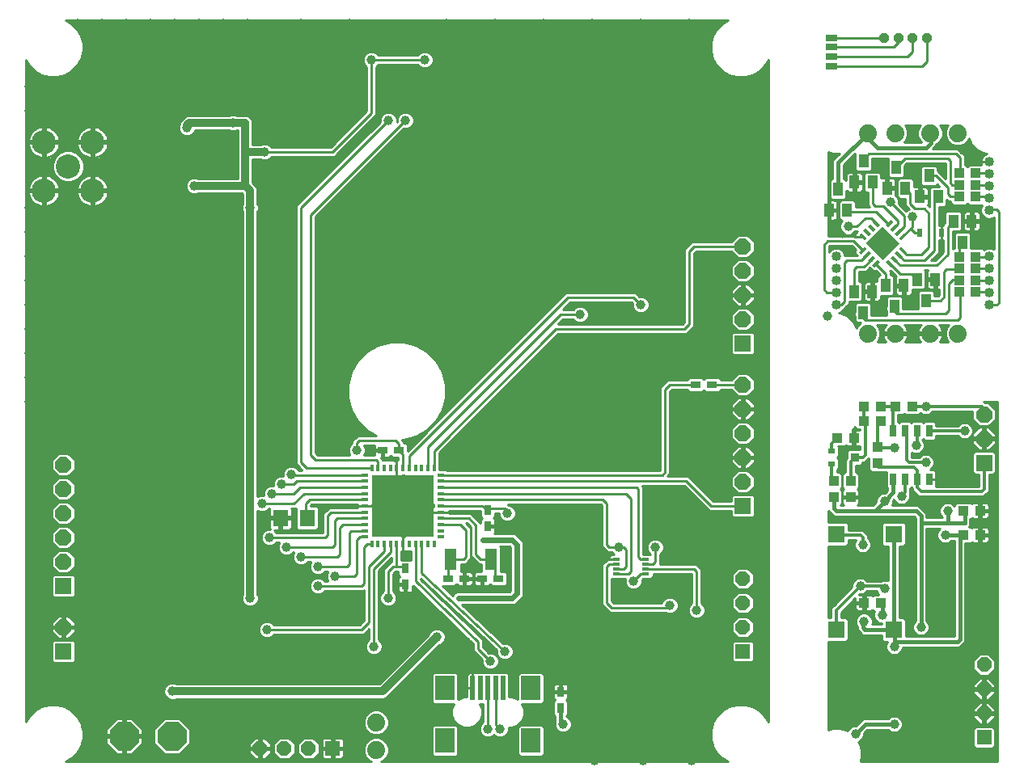
<source format=gbl>
G75*
G70*
%OFA0B0*%
%FSLAX24Y24*%
%IPPOS*%
%LPD*%
%AMOC8*
5,1,8,0,0,1.08239X$1,22.5*
%
%ADD10C,0.0740*%
%ADD11R,0.0315X0.0138*%
%ADD12R,0.0984X0.0984*%
%ADD13R,0.0394X0.0551*%
%ADD14R,0.0433X0.0394*%
%ADD15R,0.0248X0.0327*%
%ADD16C,0.0400*%
%ADD17R,0.0500X0.0260*%
%ADD18R,0.0709X0.0689*%
%ADD19R,0.0250X0.0500*%
%ADD20R,0.0394X0.0433*%
%ADD21R,0.0354X0.0354*%
%ADD22R,0.0276X0.0236*%
%ADD23R,0.0660X0.0660*%
%ADD24OC8,0.0660*%
%ADD25R,0.0594X0.0594*%
%ADD26OC8,0.0594*%
%ADD27R,0.0138X0.0315*%
%ADD28R,0.2559X0.2559*%
%ADD29R,0.0512X0.0866*%
%ADD30R,0.0394X0.0315*%
%ADD31R,0.0315X0.0394*%
%ADD32R,0.0630X0.0709*%
%ADD33R,0.0197X0.0984*%
%ADD34R,0.0787X0.0984*%
%ADD35OC8,0.1181*%
%ADD36R,0.0315X0.0118*%
%ADD37C,0.1000*%
%ADD38C,0.0100*%
%ADD39C,0.0396*%
%ADD40C,0.0160*%
%ADD41OC8,0.0396*%
%ADD42C,0.0120*%
%ADD43C,0.0240*%
%ADD44C,0.0320*%
D10*
X015050Y001080D03*
X015050Y002220D03*
X035300Y018260D03*
X036440Y018260D03*
X037875Y018260D03*
X039015Y018260D03*
X039015Y026528D03*
X037875Y026528D03*
X036440Y026528D03*
X035300Y026528D03*
D11*
G36*
X035581Y022961D02*
X035802Y022740D01*
X035705Y022643D01*
X035484Y022864D01*
X035581Y022961D01*
G37*
G36*
X035400Y022780D02*
X035621Y022559D01*
X035524Y022462D01*
X035303Y022683D01*
X035400Y022780D01*
G37*
G36*
X035219Y022599D02*
X035440Y022378D01*
X035343Y022281D01*
X035122Y022502D01*
X035219Y022599D01*
G37*
G36*
X035038Y022418D02*
X035259Y022197D01*
X035162Y022100D01*
X034941Y022321D01*
X035038Y022418D01*
G37*
G36*
X034941Y021626D02*
X035162Y021847D01*
X035259Y021750D01*
X035038Y021529D01*
X034941Y021626D01*
G37*
G36*
X035122Y021445D02*
X035343Y021666D01*
X035440Y021569D01*
X035219Y021348D01*
X035122Y021445D01*
G37*
G36*
X035303Y021264D02*
X035524Y021485D01*
X035621Y021388D01*
X035400Y021167D01*
X035303Y021264D01*
G37*
G36*
X035484Y021083D02*
X035705Y021304D01*
X035802Y021207D01*
X035581Y020986D01*
X035484Y021083D01*
G37*
G36*
X036151Y021304D02*
X036372Y021083D01*
X036275Y020986D01*
X036054Y021207D01*
X036151Y021304D01*
G37*
G36*
X036332Y021485D02*
X036553Y021264D01*
X036456Y021167D01*
X036235Y021388D01*
X036332Y021485D01*
G37*
G36*
X036513Y021666D02*
X036734Y021445D01*
X036637Y021348D01*
X036416Y021569D01*
X036513Y021666D01*
G37*
G36*
X036694Y021847D02*
X036915Y021626D01*
X036818Y021529D01*
X036597Y021750D01*
X036694Y021847D01*
G37*
G36*
X036597Y022197D02*
X036818Y022418D01*
X036915Y022321D01*
X036694Y022100D01*
X036597Y022197D01*
G37*
G36*
X036416Y022378D02*
X036637Y022599D01*
X036734Y022502D01*
X036513Y022281D01*
X036416Y022378D01*
G37*
G36*
X036235Y022559D02*
X036456Y022780D01*
X036553Y022683D01*
X036332Y022462D01*
X036235Y022559D01*
G37*
G36*
X036054Y022740D02*
X036275Y022961D01*
X036372Y022864D01*
X036151Y022643D01*
X036054Y022740D01*
G37*
X017725Y012430D03*
X017725Y012174D03*
X017725Y011918D03*
X017725Y011662D03*
X017725Y011406D03*
X017725Y011150D03*
X017725Y010894D03*
X017725Y010638D03*
X017725Y010382D03*
X017725Y010126D03*
X017725Y009870D03*
X014575Y009870D03*
X014575Y010126D03*
X014575Y010382D03*
X014575Y010638D03*
X014575Y010894D03*
X014575Y011150D03*
X014575Y011406D03*
X014575Y011662D03*
X014575Y011918D03*
X014575Y012174D03*
X014575Y012430D03*
D12*
G36*
X035233Y021974D02*
X035928Y022669D01*
X036623Y021974D01*
X035928Y021279D01*
X035233Y021974D01*
G37*
D13*
X034454Y023348D03*
X033706Y023348D03*
X034080Y024215D03*
X034756Y024501D03*
X035504Y024501D03*
X036106Y024251D03*
X036854Y024251D03*
X037456Y023900D03*
X038204Y023900D03*
X037830Y024767D03*
X036480Y025117D03*
X035130Y025367D03*
X038836Y022896D03*
X039584Y022896D03*
X039210Y022030D03*
X038084Y020496D03*
X037336Y020496D03*
X036784Y020246D03*
X036036Y020246D03*
X035484Y019997D03*
X034736Y019997D03*
X035110Y019131D03*
X036410Y019380D03*
X037710Y019630D03*
D14*
X039081Y019980D03*
X039081Y020461D03*
X039081Y020942D03*
X039081Y021423D03*
X039751Y021423D03*
X039751Y020942D03*
X039751Y020461D03*
X039751Y019980D03*
X039751Y023904D03*
X039751Y024385D03*
X039751Y024867D03*
X039081Y024867D03*
X039081Y024385D03*
X039081Y023904D03*
X037130Y015250D03*
X036460Y015250D03*
X035830Y015250D03*
X035830Y014650D03*
X035160Y014650D03*
X035160Y015250D03*
X034730Y013950D03*
X034060Y013950D03*
X039260Y010950D03*
X039930Y010950D03*
X039930Y009950D03*
X039260Y009950D03*
X035830Y007150D03*
X035160Y007150D03*
D15*
X037439Y022417D03*
X038344Y022417D03*
D16*
X040307Y023347D03*
X040307Y023847D03*
X040307Y024347D03*
X040307Y024847D03*
X040307Y025347D03*
X040307Y021441D03*
X040307Y020941D03*
X040307Y020441D03*
X040307Y019941D03*
X040307Y019441D03*
X034008Y019441D03*
X034008Y019941D03*
X034008Y020441D03*
X034008Y020941D03*
X034008Y021441D03*
D17*
X033811Y029284D03*
X033811Y029678D03*
X033811Y030071D03*
X033811Y030465D03*
D18*
X034008Y009993D03*
X036370Y009993D03*
X036370Y006056D03*
X034008Y006056D03*
D19*
X036345Y012250D03*
X036845Y012250D03*
X037345Y012250D03*
X037845Y012250D03*
X037845Y014250D03*
X037345Y014250D03*
X036845Y014250D03*
X036345Y014250D03*
D20*
X035695Y013585D03*
X035695Y012915D03*
X034595Y012185D03*
X034595Y011515D03*
X033895Y011515D03*
X033895Y012185D03*
D21*
X034767Y013150D03*
D22*
X033822Y012894D03*
X033822Y013406D03*
D23*
X030150Y011150D03*
X030150Y017850D03*
X040095Y012930D03*
X002150Y007850D03*
X002150Y005150D03*
D24*
X002150Y006150D03*
X002150Y008850D03*
X002150Y009850D03*
X002150Y010850D03*
X002150Y011850D03*
X002150Y012850D03*
X030150Y013150D03*
X030150Y012150D03*
X030150Y014150D03*
X030150Y015150D03*
X030150Y016150D03*
X030150Y018850D03*
X030150Y019850D03*
X030150Y020850D03*
X030150Y021850D03*
X040095Y014930D03*
X040095Y013930D03*
D25*
X030150Y005150D03*
X040095Y001603D03*
X013250Y001150D03*
D26*
X012250Y001150D03*
X011250Y001150D03*
X010250Y001150D03*
X030150Y006150D03*
X030150Y007150D03*
X030150Y008150D03*
X040095Y004603D03*
X040095Y003603D03*
X040095Y002603D03*
D27*
X017430Y009575D03*
X017174Y009575D03*
X016918Y009575D03*
X016662Y009575D03*
X016406Y009575D03*
X016150Y009575D03*
X015894Y009575D03*
X015638Y009575D03*
X015382Y009575D03*
X015126Y009575D03*
X014870Y009575D03*
X014870Y012725D03*
X015126Y012725D03*
X015382Y012725D03*
X015638Y012725D03*
X015894Y012725D03*
X016150Y012725D03*
X016406Y012725D03*
X016662Y012725D03*
X016918Y012725D03*
X017174Y012725D03*
X017430Y012725D03*
D28*
X016150Y011150D03*
D29*
X018123Y008950D03*
X019777Y008950D03*
D30*
X020085Y008150D03*
X019415Y008150D03*
X018685Y008150D03*
X018015Y008150D03*
X015985Y013450D03*
X015315Y013450D03*
X028215Y016150D03*
X028885Y016150D03*
D31*
X019650Y010985D03*
X019650Y010315D03*
X016250Y008585D03*
X016250Y007915D03*
X022650Y003485D03*
X022650Y002815D03*
D32*
X012201Y010650D03*
X011099Y010650D03*
D33*
X019020Y003634D03*
X019335Y003634D03*
X019650Y003634D03*
X019965Y003634D03*
X020280Y003634D03*
D34*
X021422Y003634D03*
X021422Y001469D03*
X017878Y001469D03*
X017878Y003634D03*
D35*
X006634Y001650D03*
X004666Y001650D03*
D36*
X024940Y008355D03*
X024940Y008552D03*
X024940Y008748D03*
X024940Y008945D03*
X026160Y008945D03*
X026160Y008748D03*
X026160Y008552D03*
X026160Y008355D03*
D37*
X003350Y024150D03*
X002350Y025150D03*
X001350Y026150D03*
X003350Y026150D03*
X001350Y024150D03*
D38*
X002251Y000600D02*
X014850Y000600D01*
X014755Y000639D01*
X014609Y000785D01*
X014530Y000977D01*
X014530Y001183D01*
X014609Y001375D01*
X014755Y001521D01*
X014947Y001600D01*
X015153Y001600D01*
X015345Y001521D01*
X015491Y001375D01*
X015570Y001183D01*
X015570Y000977D01*
X015491Y000785D01*
X015345Y000639D01*
X015250Y000600D01*
X029545Y000600D01*
X029311Y000735D01*
X029081Y000965D01*
X028918Y001247D01*
X028834Y001562D01*
X028834Y001888D01*
X028918Y002202D01*
X029081Y002485D01*
X029311Y002715D01*
X029594Y002878D01*
X029908Y002962D01*
X030234Y002962D01*
X030549Y002878D01*
X030831Y002715D01*
X031061Y002485D01*
X031196Y002251D01*
X031196Y029545D01*
X031061Y029311D01*
X030831Y029081D01*
X030549Y028918D01*
X030234Y028834D01*
X029908Y028834D01*
X029594Y028918D01*
X029311Y029081D01*
X029081Y029311D01*
X028918Y029594D01*
X028834Y029908D01*
X028834Y030234D01*
X028918Y030549D01*
X029081Y030831D01*
X029311Y031061D01*
X029545Y031196D01*
X002251Y031196D01*
X002485Y031061D01*
X002715Y030831D01*
X002878Y030549D01*
X002962Y030234D01*
X002962Y029908D01*
X002878Y029594D01*
X002715Y029311D01*
X002485Y029081D01*
X002202Y028918D01*
X001888Y028834D01*
X001562Y028834D01*
X001247Y028918D01*
X000965Y029081D01*
X000735Y029311D01*
X000600Y029545D01*
X000600Y002251D01*
X000735Y002485D01*
X000965Y002715D01*
X001247Y002878D01*
X001562Y002962D01*
X001888Y002962D01*
X002202Y002878D01*
X002485Y002715D01*
X002715Y002485D01*
X002878Y002202D01*
X002962Y001888D01*
X002962Y001562D01*
X002878Y001247D01*
X002715Y000965D01*
X002485Y000735D01*
X002251Y000600D01*
X002325Y000643D02*
X014752Y000643D01*
X014654Y000741D02*
X013647Y000741D01*
X013639Y000733D02*
X013667Y000761D01*
X013687Y000795D01*
X013697Y000833D01*
X013697Y001102D01*
X013298Y001102D01*
X013298Y001198D01*
X013202Y001198D01*
X013202Y001102D01*
X012803Y001102D01*
X012803Y000833D01*
X012813Y000795D01*
X012833Y000761D01*
X012861Y000733D01*
X012895Y000713D01*
X012933Y000703D01*
X013202Y000703D01*
X013202Y001102D01*
X013298Y001102D01*
X013298Y000703D01*
X013567Y000703D01*
X013605Y000713D01*
X013639Y000733D01*
X013697Y000840D02*
X014587Y000840D01*
X014546Y000938D02*
X013697Y000938D01*
X013697Y001037D02*
X014530Y001037D01*
X014530Y001135D02*
X013298Y001135D01*
X013298Y001198D02*
X013697Y001198D01*
X013697Y001467D01*
X013687Y001505D01*
X013667Y001539D01*
X013639Y001567D01*
X013605Y001587D01*
X013567Y001597D01*
X013298Y001597D01*
X013298Y001198D01*
X013298Y001234D02*
X013202Y001234D01*
X013202Y001198D02*
X013202Y001597D01*
X012933Y001597D01*
X012895Y001587D01*
X012861Y001567D01*
X012833Y001539D01*
X012813Y001505D01*
X012803Y001467D01*
X012803Y001198D01*
X013202Y001198D01*
X013202Y001135D02*
X012697Y001135D01*
X012697Y001037D02*
X012803Y001037D01*
X012803Y000938D02*
X012670Y000938D01*
X012697Y000965D02*
X012435Y000703D01*
X012065Y000703D01*
X011803Y000965D01*
X011803Y001335D01*
X012065Y001597D01*
X012435Y001597D01*
X012697Y001335D01*
X012697Y000965D01*
X012803Y000840D02*
X012571Y000840D01*
X012473Y000741D02*
X012853Y000741D01*
X013202Y000741D02*
X013298Y000741D01*
X013298Y000840D02*
X013202Y000840D01*
X013202Y000938D02*
X013298Y000938D01*
X013298Y001037D02*
X013202Y001037D01*
X013202Y001332D02*
X013298Y001332D01*
X013298Y001431D02*
X013202Y001431D01*
X013202Y001529D02*
X013298Y001529D01*
X013673Y001529D02*
X014775Y001529D01*
X014665Y001431D02*
X013697Y001431D01*
X013697Y001332D02*
X014592Y001332D01*
X014551Y001234D02*
X013697Y001234D01*
X012827Y001529D02*
X012503Y001529D01*
X012601Y001431D02*
X012803Y001431D01*
X012803Y001332D02*
X012697Y001332D01*
X012697Y001234D02*
X012803Y001234D01*
X011997Y001529D02*
X011503Y001529D01*
X011435Y001597D02*
X011065Y001597D01*
X010803Y001335D01*
X010803Y000965D01*
X011065Y000703D01*
X011435Y000703D01*
X011697Y000965D01*
X011697Y001335D01*
X011435Y001597D01*
X011601Y001431D02*
X011899Y001431D01*
X011803Y001332D02*
X011697Y001332D01*
X011697Y001234D02*
X011803Y001234D01*
X011803Y001135D02*
X011697Y001135D01*
X011697Y001037D02*
X011803Y001037D01*
X011830Y000938D02*
X011670Y000938D01*
X011571Y000840D02*
X011929Y000840D01*
X012027Y000741D02*
X011473Y000741D01*
X011027Y000741D02*
X010473Y000741D01*
X010435Y000703D02*
X010697Y000965D01*
X010697Y001102D01*
X010298Y001102D01*
X010298Y001198D01*
X010697Y001198D01*
X010697Y001335D01*
X010435Y001597D01*
X010298Y001597D01*
X010298Y001198D01*
X010202Y001198D01*
X010202Y001102D01*
X010298Y001102D01*
X010298Y000703D01*
X010435Y000703D01*
X010298Y000741D02*
X010202Y000741D01*
X010202Y000703D02*
X010202Y001102D01*
X009803Y001102D01*
X009803Y000965D01*
X010065Y000703D01*
X010202Y000703D01*
X010202Y000840D02*
X010298Y000840D01*
X010298Y000938D02*
X010202Y000938D01*
X010202Y001037D02*
X010298Y001037D01*
X010298Y001135D02*
X010803Y001135D01*
X010803Y001037D02*
X010697Y001037D01*
X010670Y000938D02*
X010830Y000938D01*
X010929Y000840D02*
X010571Y000840D01*
X010697Y001234D02*
X010803Y001234D01*
X010803Y001332D02*
X010697Y001332D01*
X010601Y001431D02*
X010899Y001431D01*
X010997Y001529D02*
X010503Y001529D01*
X010298Y001529D02*
X010202Y001529D01*
X010202Y001597D02*
X010202Y001198D01*
X009803Y001198D01*
X009803Y001335D01*
X010065Y001597D01*
X010202Y001597D01*
X010202Y001431D02*
X010298Y001431D01*
X010298Y001332D02*
X010202Y001332D01*
X010202Y001234D02*
X010298Y001234D01*
X010202Y001135D02*
X007167Y001135D01*
X007265Y001234D02*
X009803Y001234D01*
X009803Y001332D02*
X007364Y001332D01*
X007375Y001343D02*
X006941Y000909D01*
X006328Y000909D01*
X005894Y001343D01*
X005894Y001957D01*
X006328Y002391D01*
X006941Y002391D01*
X007375Y001957D01*
X007375Y001343D01*
X007375Y001431D02*
X009899Y001431D01*
X009997Y001529D02*
X007375Y001529D01*
X007375Y001628D02*
X017335Y001628D01*
X017335Y001726D02*
X015216Y001726D01*
X015153Y001700D02*
X015345Y001779D01*
X015491Y001925D01*
X015570Y002117D01*
X015570Y002323D01*
X015491Y002515D01*
X015345Y002661D01*
X015153Y002740D01*
X014947Y002740D01*
X014755Y002661D01*
X014609Y002515D01*
X014530Y002323D01*
X014530Y002117D01*
X014609Y001925D01*
X014755Y001779D01*
X014947Y001700D01*
X015153Y001700D01*
X015325Y001529D02*
X017335Y001529D01*
X017335Y001431D02*
X015435Y001431D01*
X015508Y001332D02*
X017335Y001332D01*
X017335Y001234D02*
X015549Y001234D01*
X015570Y001135D02*
X017335Y001135D01*
X017335Y001037D02*
X015570Y001037D01*
X015554Y000938D02*
X017335Y000938D01*
X017335Y000915D02*
X017423Y000827D01*
X018334Y000827D01*
X018422Y000915D01*
X018422Y002023D01*
X018334Y002111D01*
X017423Y002111D01*
X017335Y002023D01*
X017335Y000915D01*
X017410Y000840D02*
X015513Y000840D01*
X015446Y000741D02*
X029305Y000741D01*
X029207Y000840D02*
X021890Y000840D01*
X021877Y000827D02*
X021965Y000915D01*
X021965Y002023D01*
X021877Y002111D01*
X020966Y002111D01*
X020878Y002023D01*
X020878Y000915D01*
X020966Y000827D01*
X021877Y000827D01*
X021965Y000938D02*
X029108Y000938D01*
X029040Y001037D02*
X021965Y001037D01*
X021965Y001135D02*
X028983Y001135D01*
X028926Y001234D02*
X021965Y001234D01*
X021965Y001332D02*
X028895Y001332D01*
X028869Y001431D02*
X021965Y001431D01*
X021965Y001529D02*
X028843Y001529D01*
X028834Y001628D02*
X021965Y001628D01*
X021965Y001726D02*
X028834Y001726D01*
X028834Y001825D02*
X022874Y001825D01*
X022819Y001802D02*
X022947Y001855D01*
X023045Y001953D01*
X023098Y002081D01*
X023098Y002219D01*
X023045Y002347D01*
X022947Y002445D01*
X022880Y002473D01*
X022880Y002479D01*
X022957Y002556D01*
X022957Y003074D01*
X022877Y003155D01*
X022900Y003168D01*
X022928Y003196D01*
X022947Y003230D01*
X022957Y003268D01*
X022957Y003456D01*
X022679Y003456D01*
X022679Y003513D01*
X022957Y003513D01*
X022957Y003701D01*
X022947Y003739D01*
X022928Y003774D01*
X022900Y003802D01*
X022865Y003821D01*
X022827Y003831D01*
X022679Y003831D01*
X022679Y003513D01*
X022621Y003513D01*
X022621Y003456D01*
X022343Y003456D01*
X022343Y003268D01*
X022353Y003230D01*
X022372Y003196D01*
X022400Y003168D01*
X022423Y003155D01*
X022343Y003074D01*
X022343Y002556D01*
X022420Y002479D01*
X022420Y002263D01*
X022402Y002219D01*
X022402Y002081D01*
X022455Y001953D01*
X022553Y001855D01*
X022681Y001802D01*
X022819Y001802D01*
X022626Y001825D02*
X021965Y001825D01*
X021965Y001923D02*
X022485Y001923D01*
X022426Y002022D02*
X021965Y002022D01*
X022402Y002120D02*
X020873Y002120D01*
X020871Y002118D02*
X021048Y002295D01*
X021143Y002525D01*
X021143Y002775D01*
X021053Y002992D01*
X021877Y002992D01*
X021965Y003080D01*
X021965Y004189D01*
X031196Y004189D01*
X031196Y004287D02*
X016525Y004287D01*
X016427Y004189D02*
X017335Y004189D01*
X017335Y003080D01*
X017423Y002992D01*
X018247Y002992D01*
X018157Y002775D01*
X018157Y002525D01*
X018252Y002295D01*
X018429Y002118D01*
X018659Y002023D01*
X018909Y002023D01*
X019139Y002118D01*
X019316Y002295D01*
X019411Y002525D01*
X019411Y002775D01*
X019321Y002992D01*
X019450Y002992D01*
X019450Y002242D01*
X019355Y002147D01*
X019302Y002019D01*
X019302Y001881D01*
X019355Y001753D01*
X019453Y001655D01*
X019581Y001602D01*
X019719Y001602D01*
X019847Y001655D01*
X019900Y001708D01*
X019953Y001655D01*
X020081Y001602D01*
X020219Y001602D01*
X020347Y001655D01*
X020445Y001753D01*
X020498Y001881D01*
X020498Y002019D01*
X020497Y002023D01*
X020641Y002023D01*
X020871Y002118D01*
X020878Y002022D02*
X020497Y002022D01*
X020498Y001923D02*
X020878Y001923D01*
X020878Y001825D02*
X020475Y001825D01*
X020418Y001726D02*
X020878Y001726D01*
X020878Y001628D02*
X020281Y001628D01*
X020019Y001628D02*
X019781Y001628D01*
X019519Y001628D02*
X018422Y001628D01*
X018422Y001726D02*
X019382Y001726D01*
X019325Y001825D02*
X018422Y001825D01*
X018422Y001923D02*
X019302Y001923D01*
X019303Y002022D02*
X018422Y002022D01*
X018427Y002120D02*
X015570Y002120D01*
X015570Y002219D02*
X018328Y002219D01*
X018243Y002317D02*
X015570Y002317D01*
X015532Y002416D02*
X018202Y002416D01*
X018161Y002514D02*
X015491Y002514D01*
X015393Y002613D02*
X018157Y002613D01*
X018157Y002711D02*
X015223Y002711D01*
X014877Y002711D02*
X002489Y002711D01*
X002587Y002613D02*
X014707Y002613D01*
X014609Y002514D02*
X002686Y002514D01*
X002755Y002416D02*
X014568Y002416D01*
X014530Y002317D02*
X007015Y002317D01*
X007113Y002219D02*
X014530Y002219D01*
X014530Y002120D02*
X007212Y002120D01*
X007310Y002022D02*
X014569Y002022D01*
X014612Y001923D02*
X007375Y001923D01*
X007375Y001825D02*
X014710Y001825D01*
X014884Y001726D02*
X007375Y001726D01*
X007068Y001037D02*
X009803Y001037D01*
X009830Y000938D02*
X006970Y000938D01*
X006299Y000938D02*
X005001Y000938D01*
X004972Y000909D02*
X005406Y001343D01*
X005406Y001600D01*
X004716Y001600D01*
X004716Y001700D01*
X005406Y001700D01*
X005406Y001957D01*
X004972Y002391D01*
X004716Y002391D01*
X004716Y001700D01*
X004616Y001700D01*
X004616Y002391D01*
X004359Y002391D01*
X003925Y001957D01*
X003925Y001700D01*
X004616Y001700D01*
X004616Y001600D01*
X004716Y001600D01*
X004716Y000909D01*
X004972Y000909D01*
X005100Y001037D02*
X006200Y001037D01*
X006102Y001135D02*
X005198Y001135D01*
X005297Y001234D02*
X006003Y001234D01*
X005905Y001332D02*
X005395Y001332D01*
X005406Y001431D02*
X005894Y001431D01*
X005894Y001529D02*
X005406Y001529D01*
X005406Y001726D02*
X005894Y001726D01*
X005894Y001628D02*
X004716Y001628D01*
X004716Y001726D02*
X004616Y001726D01*
X004616Y001628D02*
X002962Y001628D01*
X002962Y001726D02*
X003925Y001726D01*
X003925Y001825D02*
X002962Y001825D01*
X002953Y001923D02*
X003925Y001923D01*
X003990Y002022D02*
X002926Y002022D01*
X002900Y002120D02*
X004088Y002120D01*
X004187Y002219D02*
X002869Y002219D01*
X002812Y002317D02*
X004285Y002317D01*
X004616Y002317D02*
X004716Y002317D01*
X004716Y002219D02*
X004616Y002219D01*
X004616Y002120D02*
X004716Y002120D01*
X004716Y002022D02*
X004616Y002022D01*
X004616Y001923D02*
X004716Y001923D01*
X004716Y001825D02*
X004616Y001825D01*
X004616Y001600D02*
X003925Y001600D01*
X003925Y001343D01*
X004359Y000909D01*
X004616Y000909D01*
X004616Y001600D01*
X004616Y001529D02*
X004716Y001529D01*
X004716Y001431D02*
X004616Y001431D01*
X004616Y001332D02*
X004716Y001332D01*
X004716Y001234D02*
X004616Y001234D01*
X004616Y001135D02*
X004716Y001135D01*
X004716Y001037D02*
X004616Y001037D01*
X004616Y000938D02*
X004716Y000938D01*
X004330Y000938D02*
X002688Y000938D01*
X002756Y001037D02*
X004232Y001037D01*
X004133Y001135D02*
X002813Y001135D01*
X002870Y001234D02*
X004035Y001234D01*
X003936Y001332D02*
X002901Y001332D01*
X002927Y001431D02*
X003925Y001431D01*
X003925Y001529D02*
X002953Y001529D01*
X002589Y000840D02*
X009929Y000840D01*
X010027Y000741D02*
X002491Y000741D01*
X000638Y002317D02*
X000600Y002317D01*
X000600Y002416D02*
X000695Y002416D01*
X000764Y002514D02*
X000600Y002514D01*
X000600Y002613D02*
X000863Y002613D01*
X000961Y002711D02*
X000600Y002711D01*
X000600Y002810D02*
X001129Y002810D01*
X001360Y002908D02*
X000600Y002908D01*
X000600Y003007D02*
X017408Y003007D01*
X017335Y003105D02*
X000600Y003105D01*
X000600Y003204D02*
X006453Y003204D01*
X006437Y003210D02*
X006565Y003157D01*
X006703Y003157D01*
X006795Y003195D01*
X015367Y003195D01*
X015481Y003243D01*
X017655Y005417D01*
X017747Y005455D01*
X017845Y005553D01*
X017898Y005681D01*
X017898Y005819D01*
X017845Y005947D01*
X017747Y006045D01*
X017619Y006098D01*
X017481Y006098D01*
X017353Y006045D01*
X017255Y005947D01*
X017217Y005855D01*
X015177Y003815D01*
X006795Y003815D01*
X006703Y003853D01*
X006565Y003853D01*
X006437Y003800D01*
X006339Y003703D01*
X006286Y003575D01*
X006286Y003436D01*
X006339Y003308D01*
X006437Y003210D01*
X006345Y003302D02*
X000600Y003302D01*
X000600Y003401D02*
X006301Y003401D01*
X006286Y003499D02*
X000600Y003499D01*
X000600Y003598D02*
X006296Y003598D01*
X006336Y003696D02*
X000600Y003696D01*
X000600Y003795D02*
X006431Y003795D01*
X006254Y002317D02*
X005046Y002317D01*
X005145Y002219D02*
X006155Y002219D01*
X006057Y002120D02*
X005243Y002120D01*
X005342Y002022D02*
X005958Y002022D01*
X005894Y001923D02*
X005406Y001923D01*
X005406Y001825D02*
X005894Y001825D01*
X002321Y002810D02*
X018171Y002810D01*
X018212Y002908D02*
X002090Y002908D01*
X000600Y003893D02*
X015255Y003893D01*
X015353Y003992D02*
X000600Y003992D01*
X000600Y004090D02*
X015452Y004090D01*
X015550Y004189D02*
X000600Y004189D01*
X000600Y004287D02*
X015649Y004287D01*
X015747Y004386D02*
X000600Y004386D01*
X000600Y004484D02*
X015846Y004484D01*
X015944Y004583D02*
X000600Y004583D01*
X000600Y004681D02*
X001747Y004681D01*
X001758Y004670D02*
X002542Y004670D01*
X002630Y004758D01*
X002630Y005542D01*
X002542Y005630D01*
X001758Y005630D01*
X001670Y005542D01*
X001670Y004758D01*
X001758Y004670D01*
X001670Y004780D02*
X000600Y004780D01*
X000600Y004878D02*
X001670Y004878D01*
X001670Y004977D02*
X000600Y004977D01*
X000600Y005075D02*
X001670Y005075D01*
X001670Y005174D02*
X000600Y005174D01*
X000600Y005272D02*
X001670Y005272D01*
X001670Y005371D02*
X000600Y005371D01*
X000600Y005469D02*
X001670Y005469D01*
X001695Y005568D02*
X000600Y005568D01*
X000600Y005666D02*
X014750Y005666D01*
X014750Y005642D02*
X014655Y005547D01*
X014602Y005419D01*
X014602Y005281D01*
X014655Y005153D01*
X014753Y005055D01*
X014881Y005002D01*
X015019Y005002D01*
X015147Y005055D01*
X015245Y005153D01*
X015298Y005281D01*
X015298Y005419D01*
X015245Y005547D01*
X015150Y005642D01*
X015150Y008467D01*
X015694Y009011D01*
X015694Y008850D01*
X015667Y008850D01*
X015550Y008733D01*
X015335Y008518D01*
X015335Y007643D01*
X015240Y007548D01*
X015187Y007420D01*
X015187Y007281D01*
X015240Y007154D01*
X015338Y007056D01*
X015466Y007003D01*
X015605Y007003D01*
X015733Y007056D01*
X015831Y007154D01*
X015884Y007281D01*
X015884Y007420D01*
X015831Y007548D01*
X015735Y007643D01*
X015735Y008353D01*
X015833Y008450D01*
X015943Y008450D01*
X015943Y008326D01*
X015735Y008326D01*
X015735Y008227D02*
X015995Y008227D01*
X016000Y008232D02*
X015972Y008204D01*
X015953Y008170D01*
X015943Y008132D01*
X015943Y007944D01*
X016221Y007944D01*
X016221Y007887D01*
X015943Y007887D01*
X015943Y007699D01*
X015953Y007661D01*
X015972Y007626D01*
X016000Y007598D01*
X016035Y007579D01*
X016073Y007569D01*
X016221Y007569D01*
X016221Y007887D01*
X016279Y007887D01*
X016279Y007569D01*
X016427Y007569D01*
X016465Y007579D01*
X016500Y007598D01*
X016528Y007626D01*
X016547Y007661D01*
X016557Y007699D01*
X016557Y007860D01*
X016579Y007838D01*
X016581Y007838D01*
X019050Y005465D01*
X019050Y005167D01*
X019402Y004815D01*
X019402Y004681D01*
X016919Y004681D01*
X016821Y004583D02*
X019443Y004583D01*
X019455Y004553D02*
X019553Y004455D01*
X019681Y004402D01*
X019819Y004402D01*
X019947Y004455D01*
X020045Y004553D01*
X020098Y004681D01*
X031196Y004681D01*
X031196Y004583D02*
X020057Y004583D01*
X020098Y004681D02*
X020098Y004819D01*
X020045Y004947D01*
X019947Y005045D01*
X019819Y005098D01*
X019685Y005098D01*
X019450Y005333D01*
X019450Y005469D01*
X019720Y005469D01*
X019824Y005371D02*
X019450Y005371D01*
X019450Y005469D02*
X019452Y005471D01*
X019450Y005552D01*
X019450Y005633D01*
X019448Y005634D01*
X019448Y005637D01*
X019390Y005693D01*
X019333Y005750D01*
X019331Y005750D01*
X016862Y008123D01*
X016862Y008160D01*
X020002Y005203D01*
X020002Y005081D01*
X020055Y004953D01*
X020153Y004855D01*
X020281Y004802D01*
X020419Y004802D01*
X020547Y004855D01*
X020645Y004953D01*
X020698Y005081D01*
X020698Y005219D01*
X020645Y005347D01*
X020547Y005445D01*
X020419Y005498D01*
X020281Y005498D01*
X020275Y005496D01*
X018592Y007080D01*
X020704Y007080D01*
X020803Y007121D01*
X021003Y007321D01*
X021079Y007397D01*
X021120Y007496D01*
X021120Y009604D01*
X021079Y009703D01*
X020879Y009903D01*
X020803Y009979D01*
X020704Y010020D01*
X019921Y010020D01*
X019928Y010026D01*
X019947Y010061D01*
X019957Y010099D01*
X019957Y010287D01*
X019679Y010287D01*
X019679Y010344D01*
X019957Y010344D01*
X019957Y010532D01*
X019947Y010570D01*
X019928Y010604D01*
X019900Y010632D01*
X019877Y010645D01*
X019957Y010726D01*
X019957Y010850D01*
X020102Y010850D01*
X020102Y010781D01*
X020155Y010653D01*
X020253Y010555D01*
X020381Y010502D01*
X020519Y010502D01*
X020647Y010555D01*
X020745Y010653D01*
X020798Y010781D01*
X020798Y010919D01*
X020745Y011047D01*
X020647Y011145D01*
X020519Y011198D01*
X020485Y011198D01*
X020477Y011206D01*
X024311Y011206D01*
X024350Y011167D01*
X024350Y009467D01*
X024450Y009367D01*
X024567Y009250D01*
X024758Y009250D01*
X024853Y009155D01*
X024854Y009154D01*
X024763Y009154D01*
X024724Y009144D01*
X024690Y009124D01*
X024662Y009096D01*
X024643Y009062D01*
X024632Y009024D01*
X024632Y008948D01*
X024566Y008948D01*
X024467Y008850D01*
X024350Y008733D01*
X024350Y007067D01*
X024550Y006867D01*
X024667Y006750D01*
X026965Y006750D01*
X027081Y006702D01*
X027219Y006702D01*
X027347Y006755D01*
X027445Y006853D01*
X027498Y006981D01*
X027498Y007119D01*
X027445Y007247D01*
X027347Y007345D01*
X027219Y007398D01*
X027081Y007398D01*
X026953Y007345D01*
X026855Y007247D01*
X026815Y007150D01*
X024833Y007150D01*
X024750Y007233D01*
X024750Y008146D01*
X025159Y008146D01*
X025164Y008150D01*
X025315Y008150D01*
X025302Y008119D01*
X025302Y007981D01*
X025355Y007853D01*
X025453Y007755D01*
X025581Y007702D01*
X025719Y007702D01*
X025847Y007755D01*
X025945Y007853D01*
X025998Y007981D01*
X025998Y008115D01*
X026029Y008146D01*
X026380Y008146D01*
X026468Y008234D01*
X026468Y008352D01*
X028050Y008352D01*
X028050Y007142D01*
X027955Y007047D01*
X027902Y006919D01*
X027902Y006781D01*
X027955Y006653D01*
X028053Y006555D01*
X028181Y006502D01*
X028319Y006502D01*
X028447Y006555D01*
X028545Y006653D01*
X028598Y006781D01*
X028598Y006919D01*
X028545Y007047D01*
X028450Y007142D01*
X028450Y008533D01*
X028333Y008650D01*
X028231Y008752D01*
X026734Y008752D01*
X026750Y008767D01*
X026750Y009158D01*
X026845Y009253D01*
X026898Y009381D01*
X026898Y009519D01*
X026845Y009647D01*
X026747Y009745D01*
X026619Y009798D01*
X026481Y009798D01*
X026353Y009745D01*
X026255Y009647D01*
X026202Y009519D01*
X026202Y009381D01*
X026255Y009253D01*
X026350Y009158D01*
X026350Y009154D01*
X026050Y009154D01*
X026050Y011920D01*
X025997Y011974D01*
X027744Y011974D01*
X028650Y011067D01*
X028767Y010950D01*
X029670Y010950D01*
X029670Y010758D01*
X029758Y010670D01*
X030542Y010670D01*
X030630Y010758D01*
X030630Y011542D01*
X030542Y011630D01*
X029758Y011630D01*
X029670Y011542D01*
X029670Y011350D01*
X028933Y011350D01*
X027909Y012374D01*
X027056Y012374D01*
X027150Y012467D01*
X027150Y015867D01*
X027233Y015950D01*
X027869Y015950D01*
X027869Y015930D01*
X027956Y015843D01*
X028474Y015843D01*
X028550Y015918D01*
X028626Y015843D01*
X029144Y015843D01*
X029231Y015930D01*
X029231Y015950D01*
X029671Y015950D01*
X029951Y015670D01*
X030349Y015670D01*
X030630Y015951D01*
X030630Y016349D01*
X030349Y016630D01*
X029951Y016630D01*
X029671Y016350D01*
X029231Y016350D01*
X029231Y016370D01*
X029144Y016457D01*
X028626Y016457D01*
X028550Y016382D01*
X028474Y016457D01*
X027956Y016457D01*
X027869Y016370D01*
X027869Y016350D01*
X027067Y016350D01*
X026950Y016233D01*
X026750Y016033D01*
X026750Y012633D01*
X026747Y012630D01*
X017963Y012630D01*
X017944Y012648D01*
X017648Y012648D01*
X017648Y012944D01*
X017630Y012963D01*
X017630Y013347D01*
X022533Y018250D01*
X027833Y018250D01*
X028033Y018450D01*
X028150Y018567D01*
X028150Y021567D01*
X028233Y021650D01*
X029671Y021650D01*
X029951Y021370D01*
X030349Y021370D01*
X030630Y021651D01*
X030630Y022049D01*
X030349Y022330D01*
X029951Y022330D01*
X029671Y022050D01*
X028067Y022050D01*
X027950Y021933D01*
X027750Y021733D01*
X027750Y018733D01*
X027667Y018650D01*
X022533Y018650D01*
X022742Y018859D01*
X023152Y018859D01*
X023155Y018853D01*
X023253Y018755D01*
X023381Y018702D01*
X023519Y018702D01*
X023647Y018755D01*
X023745Y018853D01*
X023798Y018981D01*
X023798Y019119D01*
X023745Y019247D01*
X023647Y019345D01*
X023519Y019398D01*
X023381Y019398D01*
X023253Y019345D01*
X023167Y019259D01*
X022742Y019259D01*
X023033Y019550D01*
X025567Y019550D01*
X025602Y019515D01*
X025602Y019381D01*
X025655Y019253D01*
X025753Y019155D01*
X025881Y019102D01*
X026019Y019102D01*
X026147Y019155D01*
X026245Y019253D01*
X026298Y019381D01*
X026298Y019519D01*
X026245Y019647D01*
X026147Y019745D01*
X026019Y019798D01*
X025885Y019798D01*
X025733Y019950D01*
X022867Y019950D01*
X022750Y019833D01*
X016331Y013414D01*
X016331Y013670D01*
X016244Y013757D01*
X016185Y013757D01*
X016185Y013798D01*
X016110Y013873D01*
X016165Y013873D01*
X016680Y014011D01*
X017141Y014278D01*
X017518Y014655D01*
X017785Y015116D01*
X017923Y015631D01*
X017923Y016165D01*
X017785Y016680D01*
X017518Y017141D01*
X017141Y017518D01*
X016680Y017785D01*
X016165Y017923D01*
X015631Y017923D01*
X015116Y017785D01*
X014655Y017518D01*
X014278Y017141D01*
X014011Y016680D01*
X013873Y016165D01*
X013873Y015631D01*
X014011Y015116D01*
X014278Y014655D01*
X014655Y014278D01*
X015049Y014050D01*
X014267Y014050D01*
X014167Y013950D01*
X014050Y013833D01*
X014050Y013742D01*
X013955Y013647D01*
X013902Y013519D01*
X013902Y013381D01*
X013955Y013253D01*
X013958Y013250D01*
X012633Y013250D01*
X012550Y013333D01*
X012550Y023067D01*
X016185Y026702D01*
X016319Y026702D01*
X016447Y026755D01*
X016545Y026853D01*
X016598Y026981D01*
X016598Y027119D01*
X016545Y027247D01*
X016447Y027345D01*
X016319Y027398D01*
X016181Y027398D01*
X016053Y027345D01*
X015955Y027247D01*
X015902Y027119D01*
X015902Y026985D01*
X015898Y026981D01*
X015898Y027119D01*
X015845Y027247D01*
X015747Y027345D01*
X015619Y027398D01*
X015481Y027398D01*
X015353Y027345D01*
X015255Y027247D01*
X015202Y027119D01*
X015202Y026985D01*
X011750Y023533D01*
X011750Y012867D01*
X011867Y012750D01*
X011988Y012630D01*
X011852Y012630D01*
X011845Y012647D01*
X011747Y012745D01*
X011619Y012798D01*
X011481Y012798D01*
X011353Y012745D01*
X011255Y012647D01*
X011202Y012519D01*
X011202Y012398D01*
X011081Y012398D01*
X010953Y012345D01*
X010855Y012247D01*
X010802Y012119D01*
X010802Y011998D01*
X010681Y011998D01*
X010553Y011945D01*
X010455Y011847D01*
X010402Y011719D01*
X010402Y011598D01*
X010281Y011598D01*
X010160Y011548D01*
X010160Y023289D01*
X010198Y023381D01*
X010198Y023519D01*
X010160Y023611D01*
X010160Y024212D01*
X010113Y024326D01*
X009960Y024478D01*
X009960Y025440D01*
X010289Y025440D01*
X010381Y025402D01*
X010519Y025402D01*
X010647Y025455D01*
X010742Y025550D01*
X013333Y025550D01*
X013450Y025667D01*
X015050Y027267D01*
X015050Y029258D01*
X015142Y029350D01*
X016758Y029350D01*
X016853Y029255D01*
X016981Y029202D01*
X017119Y029202D01*
X017247Y029255D01*
X017345Y029353D01*
X017398Y029481D01*
X017398Y029619D01*
X017345Y029747D01*
X017247Y029845D01*
X017119Y029898D01*
X016981Y029898D01*
X016853Y029845D01*
X016758Y029750D01*
X015142Y029750D01*
X015047Y029845D01*
X014919Y029898D01*
X014781Y029898D01*
X014653Y029845D01*
X014555Y029747D01*
X014502Y029619D01*
X014502Y029481D01*
X014555Y029353D01*
X014650Y029258D01*
X014650Y027433D01*
X013167Y025950D01*
X010742Y025950D01*
X010647Y026045D01*
X010519Y026098D01*
X010381Y026098D01*
X010289Y026060D01*
X009960Y026060D01*
X009960Y027012D01*
X009913Y027126D01*
X009826Y027213D01*
X009712Y027260D01*
X009311Y027260D01*
X009219Y027298D01*
X009081Y027298D01*
X008989Y027260D01*
X007288Y027260D01*
X007174Y027213D01*
X007074Y027113D01*
X006987Y027026D01*
X006940Y026912D01*
X006940Y026911D01*
X006902Y026819D01*
X006902Y026681D01*
X006955Y026553D01*
X007053Y026455D01*
X007181Y026402D01*
X007319Y026402D01*
X007447Y026455D01*
X007545Y026553D01*
X007581Y026640D01*
X008989Y026640D01*
X009081Y026602D01*
X009219Y026602D01*
X009311Y026640D01*
X009340Y026640D01*
X009340Y024660D01*
X007711Y024660D01*
X007619Y024698D01*
X007481Y024698D01*
X007353Y024645D01*
X007255Y024547D01*
X007202Y024419D01*
X007202Y024281D01*
X007255Y024153D01*
X007353Y024055D01*
X007481Y024002D01*
X007619Y024002D01*
X007711Y024040D01*
X009522Y024040D01*
X009540Y024022D01*
X009540Y023611D01*
X009502Y023519D01*
X009502Y023381D01*
X009540Y023289D01*
X009540Y007511D01*
X009502Y007419D01*
X009502Y007281D01*
X009555Y007153D01*
X009653Y007055D01*
X009781Y007002D01*
X009919Y007002D01*
X010047Y007055D01*
X010145Y007153D01*
X010198Y007281D01*
X010198Y007419D01*
X010160Y007511D01*
X010160Y010952D01*
X010281Y010902D01*
X010419Y010902D01*
X010547Y010955D01*
X010640Y011048D01*
X010634Y011024D01*
X010634Y010700D01*
X011049Y010700D01*
X011049Y010600D01*
X011149Y010600D01*
X011149Y010700D01*
X011564Y010700D01*
X011564Y011024D01*
X011557Y011050D01*
X011733Y011050D01*
X011736Y011053D01*
X011736Y010234D01*
X011824Y010146D01*
X012578Y010146D01*
X012666Y010234D01*
X012666Y011066D01*
X012578Y011154D01*
X012350Y011154D01*
X012350Y011167D01*
X012389Y011206D01*
X014268Y011206D01*
X014268Y011150D01*
X014268Y011094D01*
X013111Y011094D01*
X012967Y010950D01*
X012850Y010833D01*
X012850Y010050D01*
X010942Y010050D01*
X010847Y010145D01*
X010846Y010146D01*
X011049Y010146D01*
X011049Y010600D01*
X010634Y010600D01*
X010634Y010276D01*
X010644Y010238D01*
X010664Y010204D01*
X010669Y010198D01*
X010581Y010198D01*
X010453Y010145D01*
X010355Y010047D01*
X010302Y009919D01*
X010302Y009781D01*
X010355Y009653D01*
X010453Y009555D01*
X010581Y009502D01*
X010719Y009502D01*
X010847Y009555D01*
X010942Y009650D01*
X011058Y009650D01*
X011055Y009647D01*
X011002Y009519D01*
X011002Y009381D01*
X011055Y009253D01*
X011153Y009155D01*
X011281Y009102D01*
X011419Y009102D01*
X011547Y009155D01*
X011642Y009250D01*
X011658Y009250D01*
X011655Y009247D01*
X011602Y009119D01*
X011602Y008981D01*
X011655Y008853D01*
X011753Y008755D01*
X011881Y008702D01*
X012019Y008702D01*
X012147Y008755D01*
X012242Y008850D01*
X012358Y008850D01*
X012355Y008847D01*
X012302Y008719D01*
X012302Y008581D01*
X012355Y008453D01*
X012453Y008355D01*
X012581Y008302D01*
X012719Y008302D01*
X012847Y008355D01*
X012942Y008450D01*
X013058Y008450D01*
X013055Y008447D01*
X013002Y008319D01*
X013002Y008181D01*
X013055Y008053D01*
X013058Y008050D01*
X012942Y008050D01*
X012847Y008145D01*
X012719Y008198D01*
X012581Y008198D01*
X012453Y008145D01*
X012355Y008047D01*
X012302Y007919D01*
X012302Y007781D01*
X012355Y007653D01*
X012453Y007555D01*
X012581Y007502D01*
X012719Y007502D01*
X012847Y007555D01*
X012942Y007650D01*
X014533Y007650D01*
X014550Y007667D01*
X014550Y006433D01*
X014367Y006250D01*
X010842Y006250D01*
X010747Y006345D01*
X010619Y006398D01*
X010481Y006398D01*
X010353Y006345D01*
X010255Y006247D01*
X010202Y006119D01*
X010202Y005981D01*
X010255Y005853D01*
X010353Y005755D01*
X010481Y005702D01*
X010619Y005702D01*
X010747Y005755D01*
X010842Y005850D01*
X014533Y005850D01*
X014750Y006067D01*
X014750Y005642D01*
X014675Y005568D02*
X002605Y005568D01*
X002630Y005469D02*
X014623Y005469D01*
X014602Y005371D02*
X002630Y005371D01*
X002630Y005272D02*
X014606Y005272D01*
X014646Y005174D02*
X002630Y005174D01*
X002630Y005075D02*
X014733Y005075D01*
X014950Y005350D02*
X014950Y008550D01*
X015638Y009238D01*
X015638Y009575D01*
X015382Y009575D02*
X015382Y009282D01*
X014750Y008650D01*
X014750Y006350D01*
X014450Y006050D01*
X010550Y006050D01*
X010202Y006060D02*
X002630Y006060D01*
X002630Y006102D02*
X002198Y006102D01*
X002198Y006198D01*
X002102Y006198D01*
X002102Y006102D01*
X001670Y006102D01*
X001670Y005951D01*
X001951Y005670D01*
X002102Y005670D01*
X002102Y006102D01*
X002198Y006102D01*
X002198Y005670D01*
X002349Y005670D01*
X002630Y005951D01*
X002630Y006102D01*
X002630Y006198D02*
X002630Y006349D01*
X002349Y006630D01*
X002198Y006630D01*
X002198Y006198D01*
X002630Y006198D01*
X002630Y006257D02*
X010265Y006257D01*
X010218Y006159D02*
X002198Y006159D01*
X002102Y006159D02*
X000600Y006159D01*
X000600Y006257D02*
X001670Y006257D01*
X001670Y006198D02*
X002102Y006198D01*
X002102Y006630D01*
X001951Y006630D01*
X001670Y006349D01*
X001670Y006198D01*
X001670Y006060D02*
X000600Y006060D01*
X000600Y005962D02*
X001670Y005962D01*
X001758Y005863D02*
X000600Y005863D01*
X000600Y005765D02*
X001857Y005765D01*
X002102Y005765D02*
X002198Y005765D01*
X002198Y005863D02*
X002102Y005863D01*
X002102Y005962D02*
X002198Y005962D01*
X002198Y006060D02*
X002102Y006060D01*
X002102Y006257D02*
X002198Y006257D01*
X002198Y006356D02*
X002102Y006356D01*
X002102Y006454D02*
X002198Y006454D01*
X002198Y006553D02*
X002102Y006553D01*
X001874Y006553D02*
X000600Y006553D01*
X000600Y006651D02*
X014550Y006651D01*
X014550Y006553D02*
X002426Y006553D01*
X002525Y006454D02*
X014550Y006454D01*
X014473Y006356D02*
X010722Y006356D01*
X010835Y006257D02*
X014374Y006257D01*
X014644Y005962D02*
X014750Y005962D01*
X014743Y006060D02*
X014750Y006060D01*
X014750Y005863D02*
X014546Y005863D01*
X014750Y005765D02*
X010757Y005765D01*
X010343Y005765D02*
X002443Y005765D01*
X002542Y005863D02*
X010251Y005863D01*
X010210Y005962D02*
X002630Y005962D01*
X002623Y006356D02*
X010378Y006356D01*
X010023Y007045D02*
X014550Y007045D01*
X014550Y006947D02*
X000600Y006947D01*
X000600Y007045D02*
X009677Y007045D01*
X009564Y007144D02*
X000600Y007144D01*
X000600Y007242D02*
X009518Y007242D01*
X009502Y007341D02*
X000600Y007341D01*
X000600Y007439D02*
X001689Y007439D01*
X001670Y007458D02*
X001758Y007370D01*
X002542Y007370D01*
X002630Y007458D01*
X002630Y008242D01*
X002542Y008330D01*
X001758Y008330D01*
X001670Y008242D01*
X001670Y007458D01*
X001670Y007538D02*
X000600Y007538D01*
X000600Y007636D02*
X001670Y007636D01*
X001670Y007735D02*
X000600Y007735D01*
X000600Y007833D02*
X001670Y007833D01*
X001670Y007932D02*
X000600Y007932D01*
X000600Y008030D02*
X001670Y008030D01*
X001670Y008129D02*
X000600Y008129D01*
X000600Y008227D02*
X001670Y008227D01*
X001753Y008326D02*
X000600Y008326D01*
X000600Y008424D02*
X001897Y008424D01*
X001951Y008370D02*
X002349Y008370D01*
X002630Y008651D01*
X002630Y009049D01*
X002349Y009330D01*
X001951Y009330D01*
X001670Y009049D01*
X001670Y008651D01*
X001951Y008370D01*
X001799Y008523D02*
X000600Y008523D01*
X000600Y008621D02*
X001700Y008621D01*
X001670Y008720D02*
X000600Y008720D01*
X000600Y008818D02*
X001670Y008818D01*
X001670Y008917D02*
X000600Y008917D01*
X000600Y009015D02*
X001670Y009015D01*
X001735Y009114D02*
X000600Y009114D01*
X000600Y009212D02*
X001833Y009212D01*
X001932Y009311D02*
X000600Y009311D01*
X000600Y009409D02*
X001912Y009409D01*
X001951Y009370D02*
X002349Y009370D01*
X002630Y009651D01*
X002630Y010049D01*
X002349Y010330D01*
X001951Y010330D01*
X001670Y010049D01*
X001670Y009651D01*
X001951Y009370D01*
X001814Y009508D02*
X000600Y009508D01*
X000600Y009606D02*
X001715Y009606D01*
X001670Y009705D02*
X000600Y009705D01*
X000600Y009803D02*
X001670Y009803D01*
X001670Y009902D02*
X000600Y009902D01*
X000600Y010000D02*
X001670Y010000D01*
X001720Y010099D02*
X000600Y010099D01*
X000600Y010197D02*
X001818Y010197D01*
X001917Y010296D02*
X000600Y010296D01*
X000600Y010394D02*
X001927Y010394D01*
X001951Y010370D02*
X002349Y010370D01*
X002630Y010651D01*
X002630Y011049D01*
X002349Y011330D01*
X001951Y011330D01*
X001670Y011049D01*
X001670Y010651D01*
X001951Y010370D01*
X001829Y010493D02*
X000600Y010493D01*
X000600Y010591D02*
X001730Y010591D01*
X001670Y010690D02*
X000600Y010690D01*
X000600Y010788D02*
X001670Y010788D01*
X001670Y010887D02*
X000600Y010887D01*
X000600Y010985D02*
X001670Y010985D01*
X001705Y011084D02*
X000600Y011084D01*
X000600Y011182D02*
X001803Y011182D01*
X001902Y011281D02*
X000600Y011281D01*
X000600Y011379D02*
X001942Y011379D01*
X001951Y011370D02*
X002349Y011370D01*
X002630Y011651D01*
X002630Y012049D01*
X002349Y012330D01*
X001951Y012330D01*
X001670Y012049D01*
X001670Y011651D01*
X001951Y011370D01*
X001844Y011478D02*
X000600Y011478D01*
X000600Y011576D02*
X001745Y011576D01*
X001670Y011675D02*
X000600Y011675D01*
X000600Y011773D02*
X001670Y011773D01*
X001670Y011872D02*
X000600Y011872D01*
X000600Y011970D02*
X001670Y011970D01*
X001690Y012069D02*
X000600Y012069D01*
X000600Y012167D02*
X001788Y012167D01*
X001887Y012266D02*
X000600Y012266D01*
X000600Y012364D02*
X009540Y012364D01*
X009540Y012266D02*
X002413Y012266D01*
X002349Y012370D02*
X002630Y012651D01*
X002630Y013049D01*
X002349Y013330D01*
X001951Y013330D01*
X001670Y013049D01*
X001670Y012651D01*
X001951Y012370D01*
X002349Y012370D01*
X002441Y012463D02*
X009540Y012463D01*
X009540Y012561D02*
X002540Y012561D01*
X002630Y012660D02*
X009540Y012660D01*
X009540Y012758D02*
X002630Y012758D01*
X002630Y012857D02*
X009540Y012857D01*
X009540Y012955D02*
X002630Y012955D01*
X002625Y013054D02*
X009540Y013054D01*
X009540Y013152D02*
X002527Y013152D01*
X002428Y013251D02*
X009540Y013251D01*
X009540Y013349D02*
X000600Y013349D01*
X000600Y013251D02*
X001872Y013251D01*
X001773Y013152D02*
X000600Y013152D01*
X000600Y013054D02*
X001675Y013054D01*
X001670Y012955D02*
X000600Y012955D01*
X000600Y012857D02*
X001670Y012857D01*
X001670Y012758D02*
X000600Y012758D01*
X000600Y012660D02*
X001670Y012660D01*
X001760Y012561D02*
X000600Y012561D01*
X000600Y012463D02*
X001859Y012463D01*
X002512Y012167D02*
X009540Y012167D01*
X009540Y012069D02*
X002610Y012069D01*
X002630Y011970D02*
X009540Y011970D01*
X009540Y011872D02*
X002630Y011872D01*
X002630Y011773D02*
X009540Y011773D01*
X009540Y011675D02*
X002630Y011675D01*
X002555Y011576D02*
X009540Y011576D01*
X009540Y011478D02*
X002456Y011478D01*
X002358Y011379D02*
X009540Y011379D01*
X009540Y011281D02*
X002398Y011281D01*
X002497Y011182D02*
X009540Y011182D01*
X009540Y011084D02*
X002595Y011084D01*
X002630Y010985D02*
X009540Y010985D01*
X009540Y010887D02*
X002630Y010887D01*
X002630Y010788D02*
X009540Y010788D01*
X009540Y010690D02*
X002630Y010690D01*
X002570Y010591D02*
X009540Y010591D01*
X009540Y010493D02*
X002471Y010493D01*
X002373Y010394D02*
X009540Y010394D01*
X009540Y010296D02*
X002383Y010296D01*
X002482Y010197D02*
X009540Y010197D01*
X009540Y010099D02*
X002580Y010099D01*
X002630Y010000D02*
X009540Y010000D01*
X009540Y009902D02*
X002630Y009902D01*
X002630Y009803D02*
X009540Y009803D01*
X009540Y009705D02*
X002630Y009705D01*
X002585Y009606D02*
X009540Y009606D01*
X009540Y009508D02*
X002486Y009508D01*
X002388Y009409D02*
X009540Y009409D01*
X009540Y009311D02*
X002368Y009311D01*
X002467Y009212D02*
X009540Y009212D01*
X009540Y009114D02*
X002565Y009114D01*
X002630Y009015D02*
X009540Y009015D01*
X009540Y008917D02*
X002630Y008917D01*
X002630Y008818D02*
X009540Y008818D01*
X009540Y008720D02*
X002630Y008720D01*
X002600Y008621D02*
X009540Y008621D01*
X009540Y008523D02*
X002501Y008523D01*
X002403Y008424D02*
X009540Y008424D01*
X009540Y008326D02*
X002547Y008326D01*
X002630Y008227D02*
X009540Y008227D01*
X009540Y008129D02*
X002630Y008129D01*
X002630Y008030D02*
X009540Y008030D01*
X009540Y007932D02*
X002630Y007932D01*
X002630Y007833D02*
X009540Y007833D01*
X009540Y007735D02*
X002630Y007735D01*
X002630Y007636D02*
X009540Y007636D01*
X009540Y007538D02*
X002630Y007538D01*
X002611Y007439D02*
X009510Y007439D01*
X010160Y007538D02*
X012495Y007538D01*
X012372Y007636D02*
X010160Y007636D01*
X010160Y007735D02*
X012321Y007735D01*
X012302Y007833D02*
X010160Y007833D01*
X010160Y007932D02*
X012307Y007932D01*
X012348Y008030D02*
X010160Y008030D01*
X010160Y008129D02*
X012436Y008129D01*
X012524Y008326D02*
X010160Y008326D01*
X010160Y008424D02*
X012384Y008424D01*
X012326Y008523D02*
X010160Y008523D01*
X010160Y008621D02*
X012302Y008621D01*
X012302Y008720D02*
X012062Y008720D01*
X012210Y008818D02*
X012343Y008818D01*
X012650Y008650D02*
X013850Y008650D01*
X013950Y008750D01*
X013950Y010050D01*
X014026Y010126D01*
X014575Y010126D01*
X014575Y009870D02*
X014370Y009870D01*
X014250Y009750D01*
X014250Y008350D01*
X014150Y008250D01*
X013350Y008250D01*
X013024Y008129D02*
X012864Y008129D01*
X013002Y008227D02*
X010160Y008227D01*
X010160Y008720D02*
X011838Y008720D01*
X011690Y008818D02*
X010160Y008818D01*
X010160Y008917D02*
X011628Y008917D01*
X011602Y009015D02*
X010160Y009015D01*
X010160Y009114D02*
X011253Y009114D01*
X011096Y009212D02*
X010160Y009212D01*
X010160Y009311D02*
X011031Y009311D01*
X011002Y009409D02*
X010160Y009409D01*
X010160Y009508D02*
X010567Y009508D01*
X010733Y009508D02*
X011002Y009508D01*
X011038Y009606D02*
X010898Y009606D01*
X010650Y009850D02*
X012950Y009850D01*
X013050Y009950D01*
X013050Y010750D01*
X013194Y010894D01*
X014575Y010894D01*
X014575Y010638D02*
X013438Y010638D01*
X013350Y010550D01*
X013350Y009550D01*
X013250Y009450D01*
X011350Y009450D01*
X011604Y009212D02*
X011640Y009212D01*
X011602Y009114D02*
X011447Y009114D01*
X011950Y009050D02*
X013450Y009050D01*
X013550Y009150D01*
X013550Y010250D01*
X013682Y010382D01*
X014575Y010382D01*
X014883Y011100D02*
X014883Y011150D01*
X014883Y011200D01*
X016100Y011200D01*
X016100Y012417D01*
X016200Y012417D01*
X016200Y011200D01*
X016100Y011200D01*
X016100Y011100D01*
X014883Y011100D01*
X014883Y011150D02*
X014575Y011150D01*
X014268Y011150D01*
X014575Y011150D01*
X014575Y011150D01*
X014883Y011150D01*
X014883Y011182D02*
X016100Y011182D01*
X016100Y011100D02*
X016200Y011100D01*
X016200Y011200D01*
X017417Y011200D01*
X017417Y011100D01*
X016200Y011100D01*
X016200Y009883D01*
X016150Y009883D01*
X016100Y009883D01*
X016100Y011100D01*
X016100Y011084D02*
X016200Y011084D01*
X016200Y011182D02*
X017417Y011182D01*
X017725Y011150D02*
X019415Y011150D01*
X019650Y010985D01*
X019715Y011050D01*
X020350Y011050D01*
X020450Y010950D01*
X020450Y010850D01*
X020771Y010985D02*
X024350Y010985D01*
X024350Y010887D02*
X020798Y010887D01*
X020798Y010788D02*
X024350Y010788D01*
X024350Y010690D02*
X020760Y010690D01*
X020683Y010591D02*
X024350Y010591D01*
X024350Y010493D02*
X019957Y010493D01*
X019957Y010394D02*
X024350Y010394D01*
X024350Y010296D02*
X019679Y010296D01*
X019957Y010197D02*
X024350Y010197D01*
X024350Y010099D02*
X019957Y010099D01*
X019935Y010591D02*
X020217Y010591D01*
X020140Y010690D02*
X019921Y010690D01*
X019957Y010788D02*
X020102Y010788D01*
X020558Y011182D02*
X024335Y011182D01*
X024350Y011084D02*
X020709Y011084D01*
X020752Y010000D02*
X024350Y010000D01*
X024350Y009902D02*
X020880Y009902D01*
X020979Y009803D02*
X024350Y009803D01*
X024350Y009705D02*
X021077Y009705D01*
X021119Y009606D02*
X024350Y009606D01*
X024350Y009508D02*
X021120Y009508D01*
X021120Y009409D02*
X024408Y009409D01*
X024507Y009311D02*
X021120Y009311D01*
X021120Y009212D02*
X024796Y009212D01*
X024679Y009114D02*
X021120Y009114D01*
X021120Y009015D02*
X024632Y009015D01*
X024655Y008945D02*
X024550Y009050D01*
X024534Y008917D02*
X021120Y008917D01*
X021120Y008818D02*
X024435Y008818D01*
X024350Y008720D02*
X021120Y008720D01*
X021120Y008621D02*
X024350Y008621D01*
X024350Y008523D02*
X021120Y008523D01*
X021120Y008424D02*
X024350Y008424D01*
X024350Y008326D02*
X021120Y008326D01*
X021120Y008227D02*
X024350Y008227D01*
X024350Y008129D02*
X021120Y008129D01*
X021120Y008030D02*
X024350Y008030D01*
X024350Y007932D02*
X021120Y007932D01*
X021120Y007833D02*
X024350Y007833D01*
X024350Y007735D02*
X021120Y007735D01*
X021120Y007636D02*
X024350Y007636D01*
X024350Y007538D02*
X021120Y007538D01*
X021096Y007439D02*
X024350Y007439D01*
X024350Y007341D02*
X021022Y007341D01*
X020924Y007242D02*
X024350Y007242D01*
X024350Y007144D02*
X020825Y007144D01*
X020538Y007620D02*
X018396Y007620D01*
X018297Y007579D01*
X018221Y007503D01*
X018199Y007450D01*
X017783Y007843D01*
X018274Y007843D01*
X018355Y007923D01*
X018368Y007900D01*
X018396Y007872D01*
X018430Y007853D01*
X018468Y007843D01*
X018656Y007843D01*
X018656Y008121D01*
X018713Y008121D01*
X018713Y007843D01*
X018901Y007843D01*
X018939Y007853D01*
X018974Y007872D01*
X019002Y007900D01*
X019021Y007935D01*
X019031Y007973D01*
X019031Y008121D01*
X018713Y008121D01*
X018713Y008179D01*
X018656Y008179D01*
X018656Y008457D01*
X018529Y008457D01*
X018529Y008750D01*
X018733Y008750D01*
X018850Y008867D01*
X018950Y008967D01*
X018950Y010233D01*
X018833Y010350D01*
X018745Y010438D01*
X018779Y010438D01*
X018950Y010267D01*
X018950Y009067D01*
X019150Y008867D01*
X019267Y008750D01*
X019371Y008750D01*
X019371Y008457D01*
X019199Y008457D01*
X019161Y008447D01*
X019126Y008428D01*
X019098Y008400D01*
X019079Y008365D01*
X019069Y008327D01*
X019069Y008179D01*
X019387Y008179D01*
X019387Y008121D01*
X019444Y008121D01*
X019444Y007843D01*
X019632Y007843D01*
X019670Y007853D01*
X019704Y007872D01*
X019732Y007900D01*
X019745Y007923D01*
X019826Y007843D01*
X020344Y007843D01*
X020431Y007930D01*
X020431Y008370D01*
X020344Y008457D01*
X020183Y008457D01*
X020183Y009445D01*
X020148Y009480D01*
X020538Y009480D01*
X020580Y009438D01*
X020580Y007662D01*
X020538Y007620D01*
X020554Y007636D02*
X018002Y007636D01*
X018106Y007538D02*
X018256Y007538D01*
X017897Y007735D02*
X020580Y007735D01*
X020580Y007833D02*
X017793Y007833D01*
X018015Y008150D02*
X018015Y008842D01*
X018123Y008950D01*
X018650Y008950D01*
X018750Y009050D01*
X018750Y010150D01*
X018518Y010382D01*
X017725Y010382D01*
X017725Y010638D02*
X018862Y010638D01*
X019150Y010350D01*
X019150Y009150D01*
X019350Y008950D01*
X019777Y008950D01*
X019777Y008823D01*
X019950Y008650D01*
X019950Y008285D01*
X020085Y008150D01*
X020431Y008129D02*
X020580Y008129D01*
X020580Y008227D02*
X020431Y008227D01*
X020431Y008326D02*
X020580Y008326D01*
X020580Y008424D02*
X020377Y008424D01*
X020183Y008523D02*
X020580Y008523D01*
X020580Y008621D02*
X020183Y008621D01*
X020183Y008720D02*
X020580Y008720D01*
X020580Y008818D02*
X020183Y008818D01*
X020183Y008917D02*
X020580Y008917D01*
X020580Y009015D02*
X020183Y009015D01*
X020183Y009114D02*
X020580Y009114D01*
X020580Y009212D02*
X020183Y009212D01*
X020183Y009311D02*
X020580Y009311D01*
X020580Y009409D02*
X020183Y009409D01*
X019371Y008720D02*
X018529Y008720D01*
X018529Y008621D02*
X019371Y008621D01*
X019371Y008523D02*
X018529Y008523D01*
X018656Y008424D02*
X018713Y008424D01*
X018713Y008457D02*
X018713Y008179D01*
X019031Y008179D01*
X019031Y008327D01*
X019021Y008365D01*
X019002Y008400D01*
X018974Y008428D01*
X018939Y008447D01*
X018901Y008457D01*
X018713Y008457D01*
X018713Y008326D02*
X018656Y008326D01*
X018656Y008227D02*
X018713Y008227D01*
X018713Y008129D02*
X019387Y008129D01*
X019387Y008121D02*
X019069Y008121D01*
X019069Y007973D01*
X019079Y007935D01*
X019098Y007900D01*
X019126Y007872D01*
X019161Y007853D01*
X019199Y007843D01*
X019387Y007843D01*
X019387Y008121D01*
X019387Y008030D02*
X019444Y008030D01*
X019444Y007932D02*
X019387Y007932D01*
X019081Y007932D02*
X019019Y007932D01*
X019031Y008030D02*
X019069Y008030D01*
X019069Y008227D02*
X019031Y008227D01*
X019031Y008326D02*
X019069Y008326D01*
X019123Y008424D02*
X018977Y008424D01*
X018801Y008818D02*
X019199Y008818D01*
X019101Y008917D02*
X018899Y008917D01*
X018950Y009015D02*
X019002Y009015D01*
X018950Y009114D02*
X018950Y009114D01*
X018950Y009212D02*
X018950Y009212D01*
X018950Y009311D02*
X018950Y009311D01*
X018950Y009409D02*
X018950Y009409D01*
X018950Y009508D02*
X018950Y009508D01*
X018950Y009606D02*
X018950Y009606D01*
X018950Y009705D02*
X018950Y009705D01*
X018950Y009803D02*
X018950Y009803D01*
X018950Y009902D02*
X018950Y009902D01*
X018950Y010000D02*
X018950Y010000D01*
X018950Y010099D02*
X018950Y010099D01*
X018950Y010197D02*
X018950Y010197D01*
X018922Y010296D02*
X018887Y010296D01*
X018823Y010394D02*
X018789Y010394D01*
X019093Y010690D02*
X019379Y010690D01*
X019343Y010726D02*
X019423Y010645D01*
X019400Y010632D01*
X019372Y010604D01*
X019353Y010570D01*
X019343Y010532D01*
X019343Y010440D01*
X019233Y010550D01*
X018945Y010838D01*
X018779Y010838D01*
X018032Y010838D01*
X018032Y010894D01*
X017725Y010894D01*
X017725Y010894D01*
X018032Y010894D01*
X018032Y010950D01*
X019343Y010950D01*
X019343Y010726D01*
X019343Y010788D02*
X018995Y010788D01*
X019192Y010591D02*
X019365Y010591D01*
X019343Y010493D02*
X019290Y010493D01*
X019343Y010887D02*
X018032Y010887D01*
X017725Y010894D02*
X017206Y010894D01*
X017206Y010806D01*
X017050Y010650D01*
X017050Y010350D01*
X017206Y010894D02*
X017150Y010950D01*
X017725Y011406D02*
X024394Y011406D01*
X024550Y011250D01*
X024550Y009550D01*
X024650Y009450D01*
X025050Y009450D01*
X025250Y009450D01*
X025350Y009350D01*
X025350Y008650D01*
X025250Y008550D01*
X024941Y008550D01*
X024940Y008552D01*
X024938Y008550D01*
X024940Y008355D02*
X024944Y008350D01*
X025450Y008350D01*
X025550Y008450D01*
X025550Y011450D01*
X025338Y011662D01*
X017725Y011662D01*
X017725Y011918D02*
X025770Y011918D01*
X025850Y011838D01*
X025850Y009050D01*
X025950Y008950D01*
X026156Y008950D01*
X026160Y008945D01*
X026160Y008748D02*
X026448Y008748D01*
X026550Y008850D01*
X026550Y009450D01*
X026869Y009311D02*
X031196Y009311D01*
X031196Y009409D02*
X026898Y009409D01*
X026898Y009508D02*
X031196Y009508D01*
X031196Y009606D02*
X026862Y009606D01*
X026788Y009705D02*
X031196Y009705D01*
X031196Y009803D02*
X026050Y009803D01*
X026050Y009705D02*
X026312Y009705D01*
X026238Y009606D02*
X026050Y009606D01*
X026050Y009508D02*
X026202Y009508D01*
X026202Y009409D02*
X026050Y009409D01*
X026050Y009311D02*
X026231Y009311D01*
X026296Y009212D02*
X026050Y009212D01*
X026160Y008552D02*
X028148Y008552D01*
X028250Y008450D01*
X028250Y006850D01*
X028598Y006848D02*
X029820Y006848D01*
X029722Y006947D02*
X028587Y006947D01*
X028546Y007045D02*
X029703Y007045D01*
X029703Y006965D02*
X029965Y006703D01*
X030335Y006703D01*
X030597Y006965D01*
X030597Y007335D01*
X030335Y007597D01*
X029965Y007597D01*
X029703Y007335D01*
X029703Y006965D01*
X029703Y007144D02*
X028450Y007144D01*
X028450Y007242D02*
X029703Y007242D01*
X029709Y007341D02*
X028450Y007341D01*
X028450Y007439D02*
X029807Y007439D01*
X029906Y007538D02*
X028450Y007538D01*
X028450Y007636D02*
X031196Y007636D01*
X031196Y007538D02*
X030394Y007538D01*
X030493Y007439D02*
X031196Y007439D01*
X031196Y007341D02*
X030591Y007341D01*
X030597Y007242D02*
X031196Y007242D01*
X031196Y007144D02*
X030597Y007144D01*
X030597Y007045D02*
X031196Y007045D01*
X031196Y006947D02*
X030578Y006947D01*
X030480Y006848D02*
X031196Y006848D01*
X031196Y006750D02*
X030381Y006750D01*
X030335Y006597D02*
X029965Y006597D01*
X029703Y006335D01*
X029703Y005965D01*
X029965Y005703D01*
X030335Y005703D01*
X030597Y005965D01*
X030597Y006335D01*
X030335Y006597D01*
X030379Y006553D02*
X031196Y006553D01*
X031196Y006651D02*
X028543Y006651D01*
X028585Y006750D02*
X029919Y006750D01*
X029921Y006553D02*
X028441Y006553D01*
X028059Y006553D02*
X019152Y006553D01*
X019048Y006651D02*
X027957Y006651D01*
X027915Y006750D02*
X027334Y006750D01*
X027440Y006848D02*
X027902Y006848D01*
X027913Y006947D02*
X027484Y006947D01*
X027498Y007045D02*
X027954Y007045D01*
X028050Y007144D02*
X027488Y007144D01*
X027447Y007242D02*
X028050Y007242D01*
X028050Y007341D02*
X027352Y007341D01*
X027150Y007050D02*
X027050Y006950D01*
X024750Y006950D01*
X024550Y007150D01*
X024550Y008650D01*
X024648Y008748D01*
X024940Y008748D01*
X024940Y008945D02*
X024655Y008945D01*
X024750Y008129D02*
X025306Y008129D01*
X025302Y008030D02*
X024750Y008030D01*
X024750Y007932D02*
X025322Y007932D01*
X025375Y007833D02*
X024750Y007833D01*
X024750Y007735D02*
X025502Y007735D01*
X025798Y007735D02*
X028050Y007735D01*
X028050Y007833D02*
X025925Y007833D01*
X025978Y007932D02*
X028050Y007932D01*
X028050Y008030D02*
X025998Y008030D01*
X026011Y008129D02*
X028050Y008129D01*
X028050Y008227D02*
X026461Y008227D01*
X026468Y008326D02*
X028050Y008326D01*
X028450Y008326D02*
X029703Y008326D01*
X029703Y008335D02*
X029703Y007965D01*
X029965Y007703D01*
X030335Y007703D01*
X030597Y007965D01*
X030597Y008335D01*
X030335Y008597D01*
X029965Y008597D01*
X029703Y008335D01*
X029703Y008227D02*
X028450Y008227D01*
X028450Y008129D02*
X029703Y008129D01*
X029703Y008030D02*
X028450Y008030D01*
X028450Y007932D02*
X029737Y007932D01*
X029835Y007833D02*
X028450Y007833D01*
X028450Y007735D02*
X029934Y007735D01*
X030366Y007735D02*
X031196Y007735D01*
X031196Y007833D02*
X030465Y007833D01*
X030563Y007932D02*
X031196Y007932D01*
X031196Y008030D02*
X030597Y008030D01*
X030597Y008129D02*
X031196Y008129D01*
X031196Y008227D02*
X030597Y008227D01*
X030597Y008326D02*
X031196Y008326D01*
X031196Y008424D02*
X030508Y008424D01*
X030409Y008523D02*
X031196Y008523D01*
X031196Y008621D02*
X028362Y008621D01*
X028450Y008523D02*
X029891Y008523D01*
X029792Y008424D02*
X028450Y008424D01*
X028263Y008720D02*
X031196Y008720D01*
X031196Y008818D02*
X026750Y008818D01*
X026750Y008917D02*
X031196Y008917D01*
X031196Y009015D02*
X026750Y009015D01*
X026750Y009114D02*
X031196Y009114D01*
X031196Y009212D02*
X026804Y009212D01*
X026160Y008355D02*
X026156Y008350D01*
X025950Y008350D01*
X025650Y008050D01*
X024750Y007636D02*
X028050Y007636D01*
X028050Y007538D02*
X024750Y007538D01*
X024750Y007439D02*
X028050Y007439D01*
X026948Y007341D02*
X024750Y007341D01*
X024750Y007242D02*
X026853Y007242D01*
X026966Y006750D02*
X018943Y006750D01*
X018839Y006848D02*
X024569Y006848D01*
X024471Y006947D02*
X018734Y006947D01*
X018629Y007045D02*
X024372Y007045D01*
X020676Y005272D02*
X029703Y005272D01*
X029703Y005174D02*
X020698Y005174D01*
X020696Y005075D02*
X029703Y005075D01*
X029703Y004977D02*
X020655Y004977D01*
X020570Y004878D02*
X029703Y004878D01*
X029703Y004791D02*
X029791Y004703D01*
X030509Y004703D01*
X030597Y004791D01*
X030597Y005509D01*
X030509Y005597D01*
X029791Y005597D01*
X029703Y005509D01*
X029703Y004791D01*
X029715Y004780D02*
X020098Y004780D01*
X020074Y004878D02*
X020130Y004878D01*
X020045Y004977D02*
X020016Y004977D01*
X020004Y005075D02*
X019875Y005075D01*
X020002Y005174D02*
X019609Y005174D01*
X019511Y005272D02*
X019929Y005272D01*
X020198Y005568D02*
X029762Y005568D01*
X029703Y005469D02*
X020489Y005469D01*
X020622Y005371D02*
X029703Y005371D01*
X029904Y005765D02*
X019989Y005765D01*
X019885Y005863D02*
X029805Y005863D01*
X029707Y005962D02*
X019780Y005962D01*
X019675Y006060D02*
X029703Y006060D01*
X029703Y006159D02*
X019571Y006159D01*
X019466Y006257D02*
X029703Y006257D01*
X029724Y006356D02*
X019362Y006356D01*
X019257Y006454D02*
X029822Y006454D01*
X030478Y006454D02*
X031196Y006454D01*
X031196Y006356D02*
X030576Y006356D01*
X030597Y006257D02*
X031196Y006257D01*
X031196Y006159D02*
X030597Y006159D01*
X030597Y006060D02*
X031196Y006060D01*
X031196Y005962D02*
X030593Y005962D01*
X030495Y005863D02*
X031196Y005863D01*
X031196Y005765D02*
X030396Y005765D01*
X030538Y005568D02*
X031196Y005568D01*
X031196Y005666D02*
X020094Y005666D01*
X019615Y005568D02*
X019450Y005568D01*
X019418Y005666D02*
X019510Y005666D01*
X019406Y005765D02*
X019315Y005765D01*
X019301Y005863D02*
X019213Y005863D01*
X019197Y005962D02*
X019111Y005962D01*
X019092Y006060D02*
X019008Y006060D01*
X018987Y006159D02*
X018906Y006159D01*
X018883Y006257D02*
X018803Y006257D01*
X018778Y006356D02*
X018701Y006356D01*
X018674Y006454D02*
X018598Y006454D01*
X018569Y006553D02*
X018496Y006553D01*
X018464Y006651D02*
X018393Y006651D01*
X018360Y006750D02*
X018291Y006750D01*
X018255Y006848D02*
X018188Y006848D01*
X018151Y006947D02*
X018086Y006947D01*
X018046Y007045D02*
X017983Y007045D01*
X017941Y007144D02*
X017881Y007144D01*
X017837Y007242D02*
X017779Y007242D01*
X017732Y007341D02*
X017676Y007341D01*
X017628Y007439D02*
X017574Y007439D01*
X017523Y007538D02*
X017471Y007538D01*
X017418Y007636D02*
X017369Y007636D01*
X017314Y007735D02*
X017266Y007735D01*
X017209Y007833D02*
X017164Y007833D01*
X017105Y007932D02*
X017061Y007932D01*
X017000Y008030D02*
X016959Y008030D01*
X016895Y008129D02*
X016862Y008129D01*
X016662Y008038D02*
X019250Y005550D01*
X019250Y005250D01*
X019750Y004750D01*
X019976Y004484D02*
X031196Y004484D01*
X031196Y004386D02*
X016624Y004386D01*
X016722Y004484D02*
X019524Y004484D01*
X019455Y004553D02*
X019402Y004681D01*
X019402Y004780D02*
X017018Y004780D01*
X017116Y004878D02*
X019339Y004878D01*
X019241Y004977D02*
X017215Y004977D01*
X017313Y005075D02*
X019142Y005075D01*
X019050Y005174D02*
X017412Y005174D01*
X017510Y005272D02*
X019050Y005272D01*
X019050Y005371D02*
X017609Y005371D01*
X017761Y005469D02*
X019046Y005469D01*
X018943Y005568D02*
X017851Y005568D01*
X017892Y005666D02*
X018841Y005666D01*
X018738Y005765D02*
X017898Y005765D01*
X017880Y005863D02*
X018636Y005863D01*
X018533Y005962D02*
X017831Y005962D01*
X017711Y006060D02*
X018431Y006060D01*
X018328Y006159D02*
X015150Y006159D01*
X015150Y006257D02*
X018226Y006257D01*
X018124Y006356D02*
X015150Y006356D01*
X015150Y006454D02*
X018021Y006454D01*
X017919Y006553D02*
X015150Y006553D01*
X015150Y006651D02*
X017816Y006651D01*
X017714Y006750D02*
X015150Y006750D01*
X015150Y006848D02*
X017611Y006848D01*
X017509Y006947D02*
X015150Y006947D01*
X015150Y007045D02*
X015364Y007045D01*
X015250Y007144D02*
X015150Y007144D01*
X015150Y007242D02*
X015204Y007242D01*
X015187Y007341D02*
X015150Y007341D01*
X015150Y007439D02*
X015195Y007439D01*
X015236Y007538D02*
X015150Y007538D01*
X015150Y007636D02*
X015328Y007636D01*
X015335Y007735D02*
X015150Y007735D01*
X015150Y007833D02*
X015335Y007833D01*
X015335Y007932D02*
X015150Y007932D01*
X015150Y008030D02*
X015335Y008030D01*
X015335Y008129D02*
X015150Y008129D01*
X015150Y008227D02*
X015335Y008227D01*
X015335Y008326D02*
X015150Y008326D01*
X015150Y008424D02*
X015335Y008424D01*
X015340Y008523D02*
X015205Y008523D01*
X015304Y008621D02*
X015438Y008621D01*
X015402Y008720D02*
X015537Y008720D01*
X015501Y008818D02*
X015635Y008818D01*
X015599Y008917D02*
X015694Y008917D01*
X015750Y008650D02*
X015850Y008650D01*
X015894Y008694D01*
X015894Y009575D01*
X016150Y009575D02*
X016150Y009268D01*
X016239Y009268D01*
X016267Y009275D01*
X016275Y009268D01*
X016462Y009268D01*
X016462Y008931D01*
X016094Y008931D01*
X016094Y009268D01*
X016150Y009268D01*
X016150Y009575D01*
X016150Y009575D01*
X016150Y009883D01*
X016150Y009575D01*
X016150Y009575D01*
X016150Y009606D02*
X016150Y009606D01*
X016150Y009508D02*
X016150Y009508D01*
X016150Y009409D02*
X016150Y009409D01*
X016150Y009311D02*
X016150Y009311D01*
X016094Y009212D02*
X016462Y009212D01*
X016462Y009114D02*
X016094Y009114D01*
X016094Y009015D02*
X016462Y009015D01*
X016185Y008650D02*
X015850Y008650D01*
X015750Y008650D02*
X015535Y008435D01*
X015535Y007351D01*
X015884Y007341D02*
X017099Y007341D01*
X016996Y007439D02*
X015876Y007439D01*
X015835Y007538D02*
X016894Y007538D01*
X016792Y007636D02*
X016533Y007636D01*
X016557Y007735D02*
X016689Y007735D01*
X016587Y007833D02*
X016557Y007833D01*
X016662Y008038D02*
X016662Y009575D01*
X016918Y009575D02*
X016918Y008382D01*
X020350Y005150D01*
X020440Y004276D02*
X019174Y004276D01*
X019167Y004269D01*
X019138Y004276D01*
X019020Y004276D01*
X018902Y004276D01*
X018864Y004266D01*
X018830Y004246D01*
X018802Y004218D01*
X018782Y004184D01*
X018772Y004146D01*
X018772Y003634D01*
X018772Y003277D01*
X018659Y003277D01*
X018429Y003182D01*
X018422Y003175D01*
X018422Y004189D01*
X018784Y004189D01*
X018772Y004090D02*
X018422Y004090D01*
X018422Y003992D02*
X018772Y003992D01*
X018772Y003893D02*
X018422Y003893D01*
X018422Y003795D02*
X018772Y003795D01*
X018772Y003696D02*
X018422Y003696D01*
X018422Y003598D02*
X018772Y003598D01*
X018772Y003634D02*
X019020Y003634D01*
X019020Y003634D01*
X018772Y003634D01*
X018772Y003499D02*
X018422Y003499D01*
X018422Y003401D02*
X018772Y003401D01*
X018772Y003302D02*
X018422Y003302D01*
X018422Y003204D02*
X018481Y003204D01*
X019020Y003634D02*
X019020Y004276D01*
X019020Y003634D01*
X019020Y003634D01*
X019020Y003696D02*
X019020Y003696D01*
X019020Y003795D02*
X019020Y003795D01*
X019020Y003893D02*
X019020Y003893D01*
X019020Y003992D02*
X019020Y003992D01*
X019020Y004090D02*
X019020Y004090D01*
X019020Y004189D02*
X019020Y004189D01*
X018422Y004189D02*
X018334Y004276D01*
X017423Y004276D01*
X017335Y004189D01*
X017335Y004090D02*
X016328Y004090D01*
X016230Y003992D02*
X017335Y003992D01*
X017335Y003893D02*
X016131Y003893D01*
X016033Y003795D02*
X017335Y003795D01*
X017335Y003696D02*
X015934Y003696D01*
X015836Y003598D02*
X017335Y003598D01*
X017335Y003499D02*
X015737Y003499D01*
X015639Y003401D02*
X017335Y003401D01*
X017335Y003302D02*
X015540Y003302D01*
X015387Y003204D02*
X017335Y003204D01*
X017335Y002022D02*
X015531Y002022D01*
X015488Y001923D02*
X017335Y001923D01*
X017335Y001825D02*
X015390Y001825D01*
X015348Y000643D02*
X029471Y000643D01*
X028843Y001923D02*
X023015Y001923D01*
X023074Y002022D02*
X028870Y002022D01*
X028896Y002120D02*
X023098Y002120D01*
X023098Y002219D02*
X028927Y002219D01*
X028984Y002317D02*
X023058Y002317D01*
X022977Y002416D02*
X029041Y002416D01*
X029111Y002514D02*
X022915Y002514D01*
X022957Y002613D02*
X029209Y002613D01*
X029308Y002711D02*
X022957Y002711D01*
X022957Y002810D02*
X029475Y002810D01*
X029706Y002908D02*
X022957Y002908D01*
X022957Y003007D02*
X031196Y003007D01*
X031196Y003105D02*
X022927Y003105D01*
X022932Y003204D02*
X031196Y003204D01*
X031196Y003302D02*
X022957Y003302D01*
X022957Y003401D02*
X031196Y003401D01*
X031196Y003499D02*
X022679Y003499D01*
X022621Y003499D02*
X021965Y003499D01*
X021965Y003401D02*
X022343Y003401D01*
X022343Y003302D02*
X021965Y003302D01*
X021965Y003204D02*
X022368Y003204D01*
X022373Y003105D02*
X021965Y003105D01*
X021892Y003007D02*
X022343Y003007D01*
X022343Y002908D02*
X021088Y002908D01*
X021129Y002810D02*
X022343Y002810D01*
X022343Y002711D02*
X021143Y002711D01*
X021143Y002613D02*
X022343Y002613D01*
X022385Y002514D02*
X021139Y002514D01*
X021098Y002416D02*
X022420Y002416D01*
X022420Y002317D02*
X021057Y002317D01*
X020972Y002219D02*
X022402Y002219D01*
X020878Y001529D02*
X018422Y001529D01*
X018422Y001431D02*
X020878Y001431D01*
X020878Y001332D02*
X018422Y001332D01*
X018422Y001234D02*
X020878Y001234D01*
X020878Y001135D02*
X018422Y001135D01*
X018422Y001037D02*
X020878Y001037D01*
X020878Y000938D02*
X018422Y000938D01*
X018347Y000840D02*
X020953Y000840D01*
X020150Y001950D02*
X019965Y002135D01*
X019965Y003634D01*
X019650Y003634D02*
X019650Y001950D01*
X019426Y002219D02*
X019239Y002219D01*
X019325Y002317D02*
X019450Y002317D01*
X019450Y002416D02*
X019366Y002416D01*
X019406Y002514D02*
X019450Y002514D01*
X019450Y002613D02*
X019411Y002613D01*
X019411Y002711D02*
X019450Y002711D01*
X019450Y002810D02*
X019397Y002810D01*
X019356Y002908D02*
X019450Y002908D01*
X020528Y003277D02*
X020528Y004189D01*
X020878Y004189D01*
X020878Y003175D01*
X020871Y003182D01*
X020641Y003277D01*
X020528Y003277D01*
X020528Y003302D02*
X020878Y003302D01*
X020878Y003204D02*
X020819Y003204D01*
X020878Y003401D02*
X020528Y003401D01*
X020528Y003499D02*
X020878Y003499D01*
X020878Y003598D02*
X020528Y003598D01*
X020528Y003696D02*
X020878Y003696D01*
X020878Y003795D02*
X020528Y003795D01*
X020528Y003893D02*
X020878Y003893D01*
X020878Y003992D02*
X020528Y003992D01*
X020528Y004090D02*
X020878Y004090D01*
X020878Y004189D02*
X020966Y004276D01*
X021877Y004276D01*
X021965Y004189D01*
X021965Y004090D02*
X031196Y004090D01*
X031196Y003992D02*
X021965Y003992D01*
X021965Y003893D02*
X031196Y003893D01*
X031196Y003795D02*
X022907Y003795D01*
X022957Y003696D02*
X031196Y003696D01*
X031196Y003598D02*
X022957Y003598D01*
X022679Y003598D02*
X022621Y003598D01*
X022621Y003513D02*
X022621Y003831D01*
X022473Y003831D01*
X022435Y003821D01*
X022400Y003802D01*
X022372Y003774D01*
X022353Y003739D01*
X022343Y003701D01*
X022343Y003513D01*
X022621Y003513D01*
X022621Y003696D02*
X022679Y003696D01*
X022679Y003795D02*
X022621Y003795D01*
X022393Y003795D02*
X021965Y003795D01*
X021965Y003696D02*
X022343Y003696D01*
X022343Y003598D02*
X021965Y003598D01*
X020528Y004189D02*
X020440Y004276D01*
X019344Y002120D02*
X019141Y002120D01*
X016043Y004681D02*
X002553Y004681D01*
X002630Y004780D02*
X016141Y004780D01*
X016240Y004878D02*
X002630Y004878D01*
X002630Y004977D02*
X016338Y004977D01*
X016437Y005075D02*
X015167Y005075D01*
X015254Y005174D02*
X016535Y005174D01*
X016634Y005272D02*
X015294Y005272D01*
X015298Y005371D02*
X016732Y005371D01*
X016831Y005469D02*
X015277Y005469D01*
X015225Y005568D02*
X016929Y005568D01*
X017028Y005666D02*
X015150Y005666D01*
X015150Y005765D02*
X017126Y005765D01*
X017220Y005863D02*
X015150Y005863D01*
X015150Y005962D02*
X017269Y005962D01*
X017389Y006060D02*
X015150Y006060D01*
X014550Y006750D02*
X000600Y006750D01*
X000600Y006848D02*
X014550Y006848D01*
X014550Y007144D02*
X010136Y007144D01*
X010182Y007242D02*
X014550Y007242D01*
X014550Y007341D02*
X010198Y007341D01*
X010190Y007439D02*
X014550Y007439D01*
X014550Y007538D02*
X012805Y007538D01*
X012928Y007636D02*
X014550Y007636D01*
X014450Y007850D02*
X014550Y007950D01*
X014550Y009450D01*
X014675Y009575D01*
X014870Y009575D01*
X016100Y009902D02*
X016200Y009902D01*
X016200Y010000D02*
X016100Y010000D01*
X016100Y010099D02*
X016200Y010099D01*
X016200Y010197D02*
X016100Y010197D01*
X016100Y010296D02*
X016200Y010296D01*
X016200Y010394D02*
X016100Y010394D01*
X016100Y010493D02*
X016200Y010493D01*
X016200Y010591D02*
X016100Y010591D01*
X016100Y010690D02*
X016200Y010690D01*
X016200Y010788D02*
X016100Y010788D01*
X016100Y010887D02*
X016200Y010887D01*
X016200Y010985D02*
X016100Y010985D01*
X016100Y011281D02*
X016200Y011281D01*
X016200Y011379D02*
X016100Y011379D01*
X016100Y011478D02*
X016200Y011478D01*
X016200Y011576D02*
X016100Y011576D01*
X016100Y011675D02*
X016200Y011675D01*
X016200Y011773D02*
X016100Y011773D01*
X016100Y011872D02*
X016200Y011872D01*
X016200Y011970D02*
X016100Y011970D01*
X016100Y012069D02*
X016200Y012069D01*
X016200Y012167D02*
X016100Y012167D01*
X016100Y012266D02*
X016200Y012266D01*
X016200Y012364D02*
X016100Y012364D01*
X015894Y012194D02*
X015750Y012050D01*
X015250Y012050D01*
X014575Y012174D02*
X011774Y012174D01*
X011650Y012050D01*
X011150Y012050D01*
X010822Y012167D02*
X010160Y012167D01*
X010160Y012069D02*
X010802Y012069D01*
X010873Y012266D02*
X010160Y012266D01*
X010160Y012364D02*
X010998Y012364D01*
X011202Y012463D02*
X010160Y012463D01*
X010160Y012561D02*
X011219Y012561D01*
X011267Y012660D02*
X010160Y012660D01*
X010160Y012758D02*
X011384Y012758D01*
X011716Y012758D02*
X011859Y012758D01*
X011833Y012660D02*
X011958Y012660D01*
X012175Y012725D02*
X011950Y012950D01*
X011950Y023450D01*
X015550Y027050D01*
X015898Y027041D02*
X015902Y027041D01*
X015890Y027139D02*
X015910Y027139D01*
X015951Y027238D02*
X015849Y027238D01*
X015756Y027336D02*
X016044Y027336D01*
X016250Y027050D02*
X012350Y023150D01*
X012350Y013250D01*
X012550Y013050D01*
X015050Y013050D01*
X015126Y012974D01*
X015126Y012725D01*
X014870Y012725D02*
X012175Y012725D01*
X011761Y012857D02*
X010160Y012857D01*
X010160Y012955D02*
X011750Y012955D01*
X011750Y013054D02*
X010160Y013054D01*
X010160Y013152D02*
X011750Y013152D01*
X011750Y013251D02*
X010160Y013251D01*
X010160Y013349D02*
X011750Y013349D01*
X011750Y013448D02*
X010160Y013448D01*
X010160Y013546D02*
X011750Y013546D01*
X011750Y013645D02*
X010160Y013645D01*
X010160Y013743D02*
X011750Y013743D01*
X011750Y013842D02*
X010160Y013842D01*
X010160Y013940D02*
X011750Y013940D01*
X011750Y014039D02*
X010160Y014039D01*
X010160Y014137D02*
X011750Y014137D01*
X011750Y014236D02*
X010160Y014236D01*
X010160Y014334D02*
X011750Y014334D01*
X011750Y014433D02*
X010160Y014433D01*
X010160Y014531D02*
X011750Y014531D01*
X011750Y014630D02*
X010160Y014630D01*
X010160Y014728D02*
X011750Y014728D01*
X011750Y014827D02*
X010160Y014827D01*
X010160Y014925D02*
X011750Y014925D01*
X011750Y015024D02*
X010160Y015024D01*
X010160Y015122D02*
X011750Y015122D01*
X011750Y015221D02*
X010160Y015221D01*
X010160Y015319D02*
X011750Y015319D01*
X011750Y015418D02*
X010160Y015418D01*
X010160Y015516D02*
X011750Y015516D01*
X011750Y015615D02*
X010160Y015615D01*
X010160Y015713D02*
X011750Y015713D01*
X011750Y015812D02*
X010160Y015812D01*
X010160Y015910D02*
X011750Y015910D01*
X011750Y016009D02*
X010160Y016009D01*
X010160Y016107D02*
X011750Y016107D01*
X011750Y016206D02*
X010160Y016206D01*
X010160Y016304D02*
X011750Y016304D01*
X011750Y016403D02*
X010160Y016403D01*
X010160Y016501D02*
X011750Y016501D01*
X011750Y016600D02*
X010160Y016600D01*
X010160Y016698D02*
X011750Y016698D01*
X011750Y016797D02*
X010160Y016797D01*
X010160Y016895D02*
X011750Y016895D01*
X011750Y016994D02*
X010160Y016994D01*
X010160Y017092D02*
X011750Y017092D01*
X011750Y017191D02*
X010160Y017191D01*
X010160Y017289D02*
X011750Y017289D01*
X011750Y017388D02*
X010160Y017388D01*
X010160Y017486D02*
X011750Y017486D01*
X011750Y017585D02*
X010160Y017585D01*
X010160Y017683D02*
X011750Y017683D01*
X011750Y017782D02*
X010160Y017782D01*
X010160Y017880D02*
X011750Y017880D01*
X011750Y017979D02*
X010160Y017979D01*
X010160Y018077D02*
X011750Y018077D01*
X011750Y018176D02*
X010160Y018176D01*
X010160Y018274D02*
X011750Y018274D01*
X011750Y018373D02*
X010160Y018373D01*
X010160Y018471D02*
X011750Y018471D01*
X011750Y018570D02*
X010160Y018570D01*
X010160Y018668D02*
X011750Y018668D01*
X011750Y018767D02*
X010160Y018767D01*
X010160Y018865D02*
X011750Y018865D01*
X011750Y018964D02*
X010160Y018964D01*
X010160Y019062D02*
X011750Y019062D01*
X011750Y019161D02*
X010160Y019161D01*
X010160Y019259D02*
X011750Y019259D01*
X011750Y019358D02*
X010160Y019358D01*
X010160Y019456D02*
X011750Y019456D01*
X011750Y019555D02*
X010160Y019555D01*
X010160Y019653D02*
X011750Y019653D01*
X011750Y019752D02*
X010160Y019752D01*
X010160Y019850D02*
X011750Y019850D01*
X011750Y019949D02*
X010160Y019949D01*
X010160Y020047D02*
X011750Y020047D01*
X011750Y020146D02*
X010160Y020146D01*
X010160Y020244D02*
X011750Y020244D01*
X011750Y020343D02*
X010160Y020343D01*
X010160Y020441D02*
X011750Y020441D01*
X011750Y020540D02*
X010160Y020540D01*
X010160Y020638D02*
X011750Y020638D01*
X011750Y020737D02*
X010160Y020737D01*
X010160Y020835D02*
X011750Y020835D01*
X011750Y020934D02*
X010160Y020934D01*
X010160Y021032D02*
X011750Y021032D01*
X011750Y021131D02*
X010160Y021131D01*
X010160Y021229D02*
X011750Y021229D01*
X011750Y021328D02*
X010160Y021328D01*
X010160Y021426D02*
X011750Y021426D01*
X011750Y021525D02*
X010160Y021525D01*
X010160Y021623D02*
X011750Y021623D01*
X011750Y021722D02*
X010160Y021722D01*
X010160Y021820D02*
X011750Y021820D01*
X011750Y021919D02*
X010160Y021919D01*
X010160Y022017D02*
X011750Y022017D01*
X011750Y022116D02*
X010160Y022116D01*
X010160Y022214D02*
X011750Y022214D01*
X011750Y022313D02*
X010160Y022313D01*
X010160Y022411D02*
X011750Y022411D01*
X011750Y022510D02*
X010160Y022510D01*
X010160Y022608D02*
X011750Y022608D01*
X011750Y022707D02*
X010160Y022707D01*
X010160Y022805D02*
X011750Y022805D01*
X011750Y022904D02*
X010160Y022904D01*
X010160Y023002D02*
X011750Y023002D01*
X011750Y023101D02*
X010160Y023101D01*
X010160Y023199D02*
X011750Y023199D01*
X011750Y023298D02*
X010164Y023298D01*
X010198Y023396D02*
X011750Y023396D01*
X011750Y023495D02*
X010198Y023495D01*
X010168Y023593D02*
X011810Y023593D01*
X011909Y023692D02*
X010160Y023692D01*
X010160Y023790D02*
X012007Y023790D01*
X012106Y023889D02*
X010160Y023889D01*
X010160Y023987D02*
X012204Y023987D01*
X012303Y024086D02*
X010160Y024086D01*
X010160Y024184D02*
X012401Y024184D01*
X012500Y024283D02*
X010131Y024283D01*
X010057Y024381D02*
X012598Y024381D01*
X012697Y024480D02*
X009960Y024480D01*
X009960Y024578D02*
X012795Y024578D01*
X012894Y024677D02*
X009960Y024677D01*
X009960Y024775D02*
X012992Y024775D01*
X013091Y024874D02*
X009960Y024874D01*
X009960Y024972D02*
X013189Y024972D01*
X013288Y025071D02*
X009960Y025071D01*
X009960Y025169D02*
X013386Y025169D01*
X013485Y025268D02*
X009960Y025268D01*
X009960Y025366D02*
X013583Y025366D01*
X013682Y025465D02*
X010657Y025465D01*
X010450Y025750D02*
X013250Y025750D01*
X014850Y027350D01*
X014850Y029550D01*
X017050Y029550D01*
X017298Y029306D02*
X029086Y029306D01*
X029027Y029405D02*
X017367Y029405D01*
X017398Y029503D02*
X028970Y029503D01*
X028916Y029602D02*
X017398Y029602D01*
X017365Y029700D02*
X028890Y029700D01*
X028863Y029799D02*
X017294Y029799D01*
X017122Y029897D02*
X028837Y029897D01*
X028834Y029996D02*
X002962Y029996D01*
X002962Y030094D02*
X028834Y030094D01*
X028834Y030193D02*
X002962Y030193D01*
X002947Y030291D02*
X028849Y030291D01*
X028876Y030390D02*
X002921Y030390D01*
X002894Y030488D02*
X028902Y030488D01*
X028940Y030587D02*
X002856Y030587D01*
X002799Y030685D02*
X028997Y030685D01*
X029054Y030784D02*
X002742Y030784D01*
X002664Y030882D02*
X029132Y030882D01*
X029231Y030981D02*
X002565Y030981D01*
X002454Y031079D02*
X029342Y031079D01*
X029513Y031178D02*
X002283Y031178D01*
X002959Y029897D02*
X014778Y029897D01*
X014922Y029897D02*
X016978Y029897D01*
X016806Y029799D02*
X015094Y029799D01*
X014606Y029799D02*
X002933Y029799D01*
X002906Y029700D02*
X014535Y029700D01*
X014502Y029602D02*
X002880Y029602D01*
X002826Y029503D02*
X014502Y029503D01*
X014533Y029405D02*
X002769Y029405D01*
X002710Y029306D02*
X014602Y029306D01*
X014650Y029208D02*
X002611Y029208D01*
X002513Y029109D02*
X014650Y029109D01*
X014650Y029011D02*
X002362Y029011D01*
X002180Y028912D02*
X014650Y028912D01*
X014650Y028814D02*
X000600Y028814D01*
X000600Y028912D02*
X001270Y028912D01*
X001087Y029011D02*
X000600Y029011D01*
X000600Y029109D02*
X000937Y029109D01*
X000839Y029208D02*
X000600Y029208D01*
X000600Y029306D02*
X000740Y029306D01*
X000681Y029405D02*
X000600Y029405D01*
X000600Y029503D02*
X000624Y029503D01*
X000600Y028715D02*
X014650Y028715D01*
X014650Y028617D02*
X000600Y028617D01*
X000600Y028518D02*
X014650Y028518D01*
X014650Y028420D02*
X000600Y028420D01*
X000600Y028321D02*
X014650Y028321D01*
X014650Y028223D02*
X000600Y028223D01*
X000600Y028124D02*
X014650Y028124D01*
X014650Y028026D02*
X000600Y028026D01*
X000600Y027927D02*
X014650Y027927D01*
X014650Y027829D02*
X000600Y027829D01*
X000600Y027730D02*
X014650Y027730D01*
X014650Y027632D02*
X000600Y027632D01*
X000600Y027533D02*
X014650Y027533D01*
X014650Y027435D02*
X000600Y027435D01*
X000600Y027336D02*
X014553Y027336D01*
X014455Y027238D02*
X009766Y027238D01*
X009899Y027139D02*
X014356Y027139D01*
X014258Y027041D02*
X009948Y027041D01*
X009960Y026942D02*
X014159Y026942D01*
X014061Y026844D02*
X009960Y026844D01*
X009960Y026745D02*
X013962Y026745D01*
X013864Y026647D02*
X009960Y026647D01*
X009960Y026548D02*
X013765Y026548D01*
X013667Y026450D02*
X009960Y026450D01*
X009960Y026351D02*
X013568Y026351D01*
X013470Y026253D02*
X009960Y026253D01*
X009960Y026154D02*
X013371Y026154D01*
X013273Y026056D02*
X010622Y026056D01*
X010735Y025957D02*
X013174Y025957D01*
X013444Y025662D02*
X013879Y025662D01*
X013977Y025760D02*
X013543Y025760D01*
X013641Y025859D02*
X014076Y025859D01*
X014174Y025957D02*
X013740Y025957D01*
X013838Y026056D02*
X014273Y026056D01*
X014371Y026154D02*
X013937Y026154D01*
X014035Y026253D02*
X014470Y026253D01*
X014568Y026351D02*
X014134Y026351D01*
X014232Y026450D02*
X014667Y026450D01*
X014765Y026548D02*
X014331Y026548D01*
X014429Y026647D02*
X014864Y026647D01*
X014962Y026745D02*
X014528Y026745D01*
X014626Y026844D02*
X015061Y026844D01*
X015159Y026942D02*
X014725Y026942D01*
X014823Y027041D02*
X015202Y027041D01*
X015210Y027139D02*
X014922Y027139D01*
X015020Y027238D02*
X015251Y027238D01*
X015344Y027336D02*
X015050Y027336D01*
X015050Y027435D02*
X031196Y027435D01*
X031196Y027533D02*
X015050Y027533D01*
X015050Y027632D02*
X031196Y027632D01*
X031196Y027730D02*
X015050Y027730D01*
X015050Y027829D02*
X031196Y027829D01*
X031196Y027927D02*
X015050Y027927D01*
X015050Y028026D02*
X031196Y028026D01*
X031196Y028124D02*
X015050Y028124D01*
X015050Y028223D02*
X031196Y028223D01*
X031196Y028321D02*
X015050Y028321D01*
X015050Y028420D02*
X031196Y028420D01*
X031196Y028518D02*
X015050Y028518D01*
X015050Y028617D02*
X031196Y028617D01*
X031196Y028715D02*
X015050Y028715D01*
X015050Y028814D02*
X031196Y028814D01*
X031196Y028912D02*
X030526Y028912D01*
X030709Y029011D02*
X031196Y029011D01*
X031196Y029109D02*
X030859Y029109D01*
X030958Y029208D02*
X031196Y029208D01*
X031196Y029306D02*
X031056Y029306D01*
X031115Y029405D02*
X031196Y029405D01*
X031196Y029503D02*
X031172Y029503D01*
X029616Y028912D02*
X015050Y028912D01*
X015050Y029011D02*
X029434Y029011D01*
X029283Y029109D02*
X015050Y029109D01*
X015050Y029208D02*
X016967Y029208D01*
X017133Y029208D02*
X029185Y029208D01*
X031196Y027336D02*
X016456Y027336D01*
X016549Y027238D02*
X031196Y027238D01*
X031196Y027139D02*
X016590Y027139D01*
X016598Y027041D02*
X031196Y027041D01*
X031196Y026942D02*
X016582Y026942D01*
X016536Y026844D02*
X031196Y026844D01*
X031196Y026745D02*
X016423Y026745D01*
X016129Y026647D02*
X031196Y026647D01*
X031196Y026548D02*
X016031Y026548D01*
X015932Y026450D02*
X031196Y026450D01*
X031196Y026351D02*
X015834Y026351D01*
X015735Y026253D02*
X031196Y026253D01*
X031196Y026154D02*
X015637Y026154D01*
X015538Y026056D02*
X031196Y026056D01*
X031196Y025957D02*
X015440Y025957D01*
X015341Y025859D02*
X031196Y025859D01*
X031196Y025760D02*
X015243Y025760D01*
X015144Y025662D02*
X031196Y025662D01*
X031196Y025563D02*
X015046Y025563D01*
X014947Y025465D02*
X031196Y025465D01*
X031196Y025366D02*
X014849Y025366D01*
X014750Y025268D02*
X031196Y025268D01*
X031196Y025169D02*
X014652Y025169D01*
X014553Y025071D02*
X031196Y025071D01*
X031196Y024972D02*
X014455Y024972D01*
X014356Y024874D02*
X031196Y024874D01*
X031196Y024775D02*
X014258Y024775D01*
X014159Y024677D02*
X031196Y024677D01*
X031196Y024578D02*
X014061Y024578D01*
X013962Y024480D02*
X031196Y024480D01*
X031196Y024381D02*
X013864Y024381D01*
X013765Y024283D02*
X031196Y024283D01*
X031196Y024184D02*
X013667Y024184D01*
X013568Y024086D02*
X031196Y024086D01*
X031196Y023987D02*
X013470Y023987D01*
X013371Y023889D02*
X031196Y023889D01*
X031196Y023790D02*
X013273Y023790D01*
X013174Y023692D02*
X031196Y023692D01*
X031196Y023593D02*
X013076Y023593D01*
X012977Y023495D02*
X031196Y023495D01*
X031196Y023396D02*
X012879Y023396D01*
X012780Y023298D02*
X031196Y023298D01*
X031196Y023199D02*
X012682Y023199D01*
X012583Y023101D02*
X031196Y023101D01*
X031196Y023002D02*
X012550Y023002D01*
X012550Y022904D02*
X031196Y022904D01*
X031196Y022805D02*
X012550Y022805D01*
X012550Y022707D02*
X031196Y022707D01*
X031196Y022608D02*
X012550Y022608D01*
X012550Y022510D02*
X031196Y022510D01*
X031196Y022411D02*
X012550Y022411D01*
X012550Y022313D02*
X029934Y022313D01*
X029835Y022214D02*
X012550Y022214D01*
X012550Y022116D02*
X029737Y022116D01*
X030150Y021850D02*
X028150Y021850D01*
X027950Y021650D01*
X027950Y018650D01*
X027750Y018450D01*
X022450Y018450D01*
X017430Y013430D01*
X017430Y012725D01*
X017648Y012758D02*
X026750Y012758D01*
X026750Y012660D02*
X017648Y012660D01*
X017648Y012857D02*
X026750Y012857D01*
X026750Y012955D02*
X017638Y012955D01*
X017630Y013054D02*
X026750Y013054D01*
X026750Y013152D02*
X017630Y013152D01*
X017630Y013251D02*
X026750Y013251D01*
X026750Y013349D02*
X017632Y013349D01*
X017730Y013448D02*
X026750Y013448D01*
X026750Y013546D02*
X017829Y013546D01*
X017927Y013645D02*
X026750Y013645D01*
X026750Y013743D02*
X018026Y013743D01*
X018124Y013842D02*
X026750Y013842D01*
X026750Y013940D02*
X018223Y013940D01*
X018321Y014039D02*
X026750Y014039D01*
X026750Y014137D02*
X018420Y014137D01*
X018518Y014236D02*
X026750Y014236D01*
X026750Y014334D02*
X018617Y014334D01*
X018715Y014433D02*
X026750Y014433D01*
X026750Y014531D02*
X018814Y014531D01*
X018912Y014630D02*
X026750Y014630D01*
X026750Y014728D02*
X019011Y014728D01*
X019109Y014827D02*
X026750Y014827D01*
X026750Y014925D02*
X019208Y014925D01*
X019306Y015024D02*
X026750Y015024D01*
X026750Y015122D02*
X019405Y015122D01*
X019503Y015221D02*
X026750Y015221D01*
X026750Y015319D02*
X019602Y015319D01*
X019700Y015418D02*
X026750Y015418D01*
X026750Y015516D02*
X019799Y015516D01*
X019897Y015615D02*
X026750Y015615D01*
X026750Y015713D02*
X019996Y015713D01*
X020094Y015812D02*
X026750Y015812D01*
X026750Y015910D02*
X020193Y015910D01*
X020291Y016009D02*
X026750Y016009D01*
X026824Y016107D02*
X020390Y016107D01*
X020488Y016206D02*
X026923Y016206D01*
X027021Y016304D02*
X020587Y016304D01*
X020685Y016403D02*
X027901Y016403D01*
X028215Y016150D02*
X027150Y016150D01*
X026950Y015950D01*
X026950Y012550D01*
X026830Y012430D01*
X017725Y012430D01*
X017725Y012174D02*
X027826Y012174D01*
X028850Y011150D01*
X030150Y011150D01*
X029670Y011379D02*
X028904Y011379D01*
X028805Y011478D02*
X029670Y011478D01*
X029704Y011576D02*
X028707Y011576D01*
X028608Y011675D02*
X029947Y011675D01*
X029951Y011670D02*
X030349Y011670D01*
X030630Y011951D01*
X030630Y012349D01*
X030349Y012630D01*
X029951Y012630D01*
X029670Y012349D01*
X029670Y011951D01*
X029951Y011670D01*
X029848Y011773D02*
X028510Y011773D01*
X028411Y011872D02*
X029750Y011872D01*
X029670Y011970D02*
X028313Y011970D01*
X028214Y012069D02*
X029670Y012069D01*
X029670Y012167D02*
X028116Y012167D01*
X028017Y012266D02*
X029670Y012266D01*
X029685Y012364D02*
X027919Y012364D01*
X027747Y011970D02*
X026000Y011970D01*
X026050Y011872D02*
X027846Y011872D01*
X027944Y011773D02*
X026050Y011773D01*
X026050Y011675D02*
X028043Y011675D01*
X028141Y011576D02*
X026050Y011576D01*
X026050Y011478D02*
X028240Y011478D01*
X028338Y011379D02*
X026050Y011379D01*
X026050Y011281D02*
X028437Y011281D01*
X028535Y011182D02*
X026050Y011182D01*
X026050Y011084D02*
X028634Y011084D01*
X028732Y010985D02*
X026050Y010985D01*
X026050Y010887D02*
X029670Y010887D01*
X029670Y010788D02*
X026050Y010788D01*
X026050Y010690D02*
X029738Y010690D01*
X030562Y010690D02*
X031196Y010690D01*
X031196Y010788D02*
X030630Y010788D01*
X030630Y010887D02*
X031196Y010887D01*
X031196Y010985D02*
X030630Y010985D01*
X030630Y011084D02*
X031196Y011084D01*
X031196Y011182D02*
X030630Y011182D01*
X030630Y011281D02*
X031196Y011281D01*
X031196Y011379D02*
X030630Y011379D01*
X030630Y011478D02*
X031196Y011478D01*
X031196Y011576D02*
X030596Y011576D01*
X030452Y011773D02*
X031196Y011773D01*
X031196Y011675D02*
X030353Y011675D01*
X030550Y011872D02*
X031196Y011872D01*
X031196Y011970D02*
X030630Y011970D01*
X030630Y012069D02*
X031196Y012069D01*
X031196Y012167D02*
X030630Y012167D01*
X030630Y012266D02*
X031196Y012266D01*
X031196Y012364D02*
X030615Y012364D01*
X030516Y012463D02*
X031196Y012463D01*
X031196Y012561D02*
X030418Y012561D01*
X030349Y012670D02*
X030630Y012951D01*
X030630Y013102D01*
X030198Y013102D01*
X030198Y013198D01*
X030102Y013198D01*
X030102Y013102D01*
X029670Y013102D01*
X029670Y012951D01*
X029951Y012670D01*
X030102Y012670D01*
X030102Y013102D01*
X030198Y013102D01*
X030198Y012670D01*
X030349Y012670D01*
X030437Y012758D02*
X031196Y012758D01*
X031196Y012660D02*
X027150Y012660D01*
X027150Y012758D02*
X029863Y012758D01*
X029765Y012857D02*
X027150Y012857D01*
X027150Y012955D02*
X029670Y012955D01*
X029670Y013054D02*
X027150Y013054D01*
X027150Y013152D02*
X030102Y013152D01*
X030102Y013198D02*
X029670Y013198D01*
X029670Y013349D01*
X029951Y013630D01*
X030102Y013630D01*
X030102Y013198D01*
X030102Y013251D02*
X030198Y013251D01*
X030198Y013198D02*
X030198Y013630D01*
X030349Y013630D01*
X030630Y013349D01*
X030630Y013198D01*
X030198Y013198D01*
X030198Y013152D02*
X031196Y013152D01*
X031196Y013054D02*
X030630Y013054D01*
X030630Y012955D02*
X031196Y012955D01*
X031196Y012857D02*
X030535Y012857D01*
X030198Y012857D02*
X030102Y012857D01*
X030102Y012955D02*
X030198Y012955D01*
X030198Y013054D02*
X030102Y013054D01*
X030102Y013349D02*
X030198Y013349D01*
X030198Y013448D02*
X030102Y013448D01*
X030102Y013546D02*
X030198Y013546D01*
X030349Y013670D02*
X030630Y013951D01*
X030630Y014349D01*
X030349Y014630D01*
X029951Y014630D01*
X029670Y014349D01*
X029670Y013951D01*
X029951Y013670D01*
X030349Y013670D01*
X030422Y013743D02*
X031196Y013743D01*
X031196Y013645D02*
X027150Y013645D01*
X027150Y013743D02*
X029878Y013743D01*
X029780Y013842D02*
X027150Y013842D01*
X027150Y013940D02*
X029681Y013940D01*
X029670Y014039D02*
X027150Y014039D01*
X027150Y014137D02*
X029670Y014137D01*
X029670Y014236D02*
X027150Y014236D01*
X027150Y014334D02*
X029670Y014334D01*
X029754Y014433D02*
X027150Y014433D01*
X027150Y014531D02*
X029852Y014531D01*
X029951Y014630D02*
X027150Y014630D01*
X027150Y014728D02*
X029893Y014728D01*
X029951Y014670D02*
X029670Y014951D01*
X029670Y015102D01*
X030102Y015102D01*
X030102Y015198D01*
X029670Y015198D01*
X029670Y015349D01*
X029951Y015630D01*
X030102Y015630D01*
X030102Y015198D01*
X030198Y015198D01*
X030198Y015630D01*
X030349Y015630D01*
X030630Y015349D01*
X030630Y015198D01*
X030198Y015198D01*
X030198Y015102D01*
X030630Y015102D01*
X030630Y014951D01*
X030349Y014670D01*
X030198Y014670D01*
X030198Y015102D01*
X030102Y015102D01*
X030102Y014670D01*
X029951Y014670D01*
X030102Y014728D02*
X030198Y014728D01*
X030198Y014827D02*
X030102Y014827D01*
X030102Y014925D02*
X030198Y014925D01*
X030198Y015024D02*
X030102Y015024D01*
X030102Y015122D02*
X027150Y015122D01*
X027150Y015024D02*
X029670Y015024D01*
X029696Y014925D02*
X027150Y014925D01*
X027150Y014827D02*
X029795Y014827D01*
X029670Y015221D02*
X027150Y015221D01*
X027150Y015319D02*
X029670Y015319D01*
X029739Y015418D02*
X027150Y015418D01*
X027150Y015516D02*
X029837Y015516D01*
X029936Y015615D02*
X027150Y015615D01*
X027150Y015713D02*
X029908Y015713D01*
X029810Y015812D02*
X027150Y015812D01*
X027193Y015910D02*
X027889Y015910D01*
X028529Y016403D02*
X028571Y016403D01*
X028885Y016150D02*
X030150Y016150D01*
X030490Y015812D02*
X031196Y015812D01*
X031196Y015910D02*
X030589Y015910D01*
X030630Y016009D02*
X031196Y016009D01*
X031196Y016107D02*
X030630Y016107D01*
X030630Y016206D02*
X031196Y016206D01*
X031196Y016304D02*
X030630Y016304D01*
X030576Y016403D02*
X031196Y016403D01*
X031196Y016501D02*
X030478Y016501D01*
X030379Y016600D02*
X031196Y016600D01*
X031196Y016698D02*
X020981Y016698D01*
X021079Y016797D02*
X031196Y016797D01*
X031196Y016895D02*
X021178Y016895D01*
X021276Y016994D02*
X031196Y016994D01*
X031196Y017092D02*
X021375Y017092D01*
X021473Y017191D02*
X031196Y017191D01*
X031196Y017289D02*
X021572Y017289D01*
X021670Y017388D02*
X029740Y017388D01*
X029758Y017370D02*
X030542Y017370D01*
X030630Y017458D01*
X030630Y018242D01*
X030542Y018330D01*
X029758Y018330D01*
X029670Y018242D01*
X029670Y017458D01*
X029758Y017370D01*
X029670Y017486D02*
X021769Y017486D01*
X021867Y017585D02*
X029670Y017585D01*
X029670Y017683D02*
X021966Y017683D01*
X022064Y017782D02*
X029670Y017782D01*
X029670Y017880D02*
X022163Y017880D01*
X022261Y017979D02*
X029670Y017979D01*
X029670Y018077D02*
X022360Y018077D01*
X022458Y018176D02*
X029670Y018176D01*
X029702Y018274D02*
X027857Y018274D01*
X027955Y018373D02*
X029949Y018373D01*
X029951Y018370D02*
X030349Y018370D01*
X030630Y018651D01*
X030630Y019049D01*
X030349Y019330D01*
X029951Y019330D01*
X029670Y019049D01*
X029670Y018651D01*
X029951Y018370D01*
X029850Y018471D02*
X028054Y018471D01*
X028150Y018570D02*
X029752Y018570D01*
X029670Y018668D02*
X028150Y018668D01*
X028150Y018767D02*
X029670Y018767D01*
X029670Y018865D02*
X028150Y018865D01*
X028150Y018964D02*
X029670Y018964D01*
X029683Y019062D02*
X028150Y019062D01*
X028150Y019161D02*
X029782Y019161D01*
X029880Y019259D02*
X028150Y019259D01*
X028150Y019358D02*
X031196Y019358D01*
X031196Y019456D02*
X030435Y019456D01*
X030349Y019370D02*
X030630Y019651D01*
X030630Y019802D01*
X030198Y019802D01*
X030198Y019898D01*
X030102Y019898D01*
X030102Y019802D01*
X029670Y019802D01*
X029670Y019651D01*
X029951Y019370D01*
X030102Y019370D01*
X030102Y019802D01*
X030198Y019802D01*
X030198Y019370D01*
X030349Y019370D01*
X030420Y019259D02*
X031196Y019259D01*
X031196Y019161D02*
X030518Y019161D01*
X030617Y019062D02*
X031196Y019062D01*
X031196Y018964D02*
X030630Y018964D01*
X030630Y018865D02*
X031196Y018865D01*
X031196Y018767D02*
X030630Y018767D01*
X030630Y018668D02*
X031196Y018668D01*
X031196Y018570D02*
X030548Y018570D01*
X030450Y018471D02*
X031196Y018471D01*
X031196Y018373D02*
X030351Y018373D01*
X030598Y018274D02*
X031196Y018274D01*
X031196Y018176D02*
X030630Y018176D01*
X030630Y018077D02*
X031196Y018077D01*
X031196Y017979D02*
X030630Y017979D01*
X030630Y017880D02*
X031196Y017880D01*
X031196Y017782D02*
X030630Y017782D01*
X030630Y017683D02*
X031196Y017683D01*
X031196Y017585D02*
X030630Y017585D01*
X030630Y017486D02*
X031196Y017486D01*
X031196Y017388D02*
X030560Y017388D01*
X029921Y016600D02*
X020882Y016600D01*
X020784Y016501D02*
X029822Y016501D01*
X029724Y016403D02*
X029199Y016403D01*
X029211Y015910D02*
X029711Y015910D01*
X030102Y015615D02*
X030198Y015615D01*
X030198Y015516D02*
X030102Y015516D01*
X030102Y015418D02*
X030198Y015418D01*
X030198Y015319D02*
X030102Y015319D01*
X030102Y015221D02*
X030198Y015221D01*
X030198Y015122D02*
X031196Y015122D01*
X031196Y015024D02*
X030630Y015024D01*
X030604Y014925D02*
X031196Y014925D01*
X031196Y014827D02*
X030505Y014827D01*
X030407Y014728D02*
X031196Y014728D01*
X031196Y014630D02*
X030349Y014630D01*
X030448Y014531D02*
X031196Y014531D01*
X031196Y014433D02*
X030546Y014433D01*
X030630Y014334D02*
X031196Y014334D01*
X031196Y014236D02*
X030630Y014236D01*
X030630Y014137D02*
X031196Y014137D01*
X031196Y014039D02*
X030630Y014039D01*
X030619Y013940D02*
X031196Y013940D01*
X031196Y013842D02*
X030520Y013842D01*
X030433Y013546D02*
X031196Y013546D01*
X031196Y013448D02*
X030531Y013448D01*
X030630Y013349D02*
X031196Y013349D01*
X031196Y013251D02*
X030630Y013251D01*
X030198Y012758D02*
X030102Y012758D01*
X029882Y012561D02*
X027150Y012561D01*
X027145Y012463D02*
X029784Y012463D01*
X029670Y013251D02*
X027150Y013251D01*
X027150Y013349D02*
X029670Y013349D01*
X029769Y013448D02*
X027150Y013448D01*
X027150Y013546D02*
X029867Y013546D01*
X030630Y015221D02*
X031196Y015221D01*
X031196Y015319D02*
X030630Y015319D01*
X030561Y015418D02*
X031196Y015418D01*
X031196Y015516D02*
X030463Y015516D01*
X030364Y015615D02*
X031196Y015615D01*
X031196Y015713D02*
X030392Y015713D01*
X028558Y015910D02*
X028542Y015910D01*
X027685Y018668D02*
X022551Y018668D01*
X022649Y018767D02*
X023241Y018767D01*
X023450Y019050D02*
X023441Y019059D01*
X022659Y019059D01*
X017174Y013574D01*
X017174Y012725D01*
X016406Y012725D02*
X016406Y013206D01*
X022950Y019750D01*
X025650Y019750D01*
X025950Y019450D01*
X026298Y019456D02*
X027750Y019456D01*
X027750Y019358D02*
X026288Y019358D01*
X026248Y019259D02*
X027750Y019259D01*
X027750Y019161D02*
X026153Y019161D01*
X025747Y019161D02*
X023781Y019161D01*
X023798Y019062D02*
X027750Y019062D01*
X027750Y018964D02*
X023791Y018964D01*
X023750Y018865D02*
X027750Y018865D01*
X027750Y018767D02*
X023659Y018767D01*
X023733Y019259D02*
X025652Y019259D01*
X025612Y019358D02*
X023617Y019358D01*
X023283Y019358D02*
X022840Y019358D01*
X022939Y019456D02*
X025602Y019456D01*
X025833Y019850D02*
X027750Y019850D01*
X027750Y019752D02*
X026132Y019752D01*
X026239Y019653D02*
X027750Y019653D01*
X027750Y019555D02*
X026283Y019555D01*
X025734Y019949D02*
X027750Y019949D01*
X027750Y020047D02*
X012550Y020047D01*
X012550Y019949D02*
X022866Y019949D01*
X022767Y019850D02*
X012550Y019850D01*
X012550Y019752D02*
X022669Y019752D01*
X022570Y019653D02*
X012550Y019653D01*
X012550Y019555D02*
X022472Y019555D01*
X022373Y019456D02*
X012550Y019456D01*
X012550Y019358D02*
X022275Y019358D01*
X022176Y019259D02*
X012550Y019259D01*
X012550Y019161D02*
X022078Y019161D01*
X021979Y019062D02*
X012550Y019062D01*
X012550Y018964D02*
X021881Y018964D01*
X021782Y018865D02*
X012550Y018865D01*
X012550Y018767D02*
X021684Y018767D01*
X021585Y018668D02*
X012550Y018668D01*
X012550Y018570D02*
X021487Y018570D01*
X021388Y018471D02*
X012550Y018471D01*
X012550Y018373D02*
X021290Y018373D01*
X021191Y018274D02*
X012550Y018274D01*
X012550Y018176D02*
X021093Y018176D01*
X020994Y018077D02*
X012550Y018077D01*
X012550Y017979D02*
X020896Y017979D01*
X020797Y017880D02*
X016324Y017880D01*
X016685Y017782D02*
X020699Y017782D01*
X020600Y017683D02*
X016856Y017683D01*
X017027Y017585D02*
X020502Y017585D01*
X020403Y017486D02*
X017174Y017486D01*
X017272Y017388D02*
X020305Y017388D01*
X020206Y017289D02*
X017371Y017289D01*
X017469Y017191D02*
X020108Y017191D01*
X020009Y017092D02*
X017547Y017092D01*
X017604Y016994D02*
X019911Y016994D01*
X019812Y016895D02*
X017660Y016895D01*
X017717Y016797D02*
X019714Y016797D01*
X019615Y016698D02*
X017774Y016698D01*
X017806Y016600D02*
X019517Y016600D01*
X019418Y016501D02*
X017833Y016501D01*
X017859Y016403D02*
X019320Y016403D01*
X019221Y016304D02*
X017885Y016304D01*
X017912Y016206D02*
X019123Y016206D01*
X019024Y016107D02*
X017923Y016107D01*
X017923Y016009D02*
X018926Y016009D01*
X018827Y015910D02*
X017923Y015910D01*
X017923Y015812D02*
X018729Y015812D01*
X018630Y015713D02*
X017923Y015713D01*
X017918Y015615D02*
X018532Y015615D01*
X018433Y015516D02*
X017892Y015516D01*
X017866Y015418D02*
X018335Y015418D01*
X018236Y015319D02*
X017839Y015319D01*
X017813Y015221D02*
X018138Y015221D01*
X018039Y015122D02*
X017786Y015122D01*
X017731Y015024D02*
X017941Y015024D01*
X017842Y014925D02*
X017674Y014925D01*
X017617Y014827D02*
X017744Y014827D01*
X017645Y014728D02*
X017561Y014728D01*
X017547Y014630D02*
X017493Y014630D01*
X017448Y014531D02*
X017395Y014531D01*
X017350Y014433D02*
X017296Y014433D01*
X017251Y014334D02*
X017198Y014334D01*
X017153Y014236D02*
X017068Y014236D01*
X017054Y014137D02*
X016898Y014137D01*
X016956Y014039D02*
X016727Y014039D01*
X016857Y013940D02*
X016414Y013940D01*
X016258Y013743D02*
X016660Y013743D01*
X016562Y013645D02*
X016331Y013645D01*
X016331Y013546D02*
X016463Y013546D01*
X016365Y013448D02*
X016331Y013448D01*
X016150Y013285D02*
X015985Y013450D01*
X015985Y013715D01*
X015850Y013850D01*
X014350Y013850D01*
X014250Y013750D01*
X014250Y013450D01*
X014598Y013448D02*
X015287Y013448D01*
X015287Y013421D02*
X014969Y013421D01*
X014969Y013273D01*
X014975Y013250D01*
X014542Y013250D01*
X014545Y013253D01*
X014598Y013381D01*
X014598Y013519D01*
X014545Y013647D01*
X014542Y013650D01*
X014975Y013650D01*
X014969Y013627D01*
X014969Y013479D01*
X015287Y013479D01*
X015287Y013421D01*
X015344Y013421D01*
X015344Y013143D01*
X015532Y013143D01*
X015570Y013153D01*
X015604Y013172D01*
X015632Y013200D01*
X015645Y013223D01*
X015726Y013143D01*
X015950Y013143D01*
X015950Y013032D01*
X015894Y013032D01*
X015805Y013032D01*
X015777Y013025D01*
X015769Y013032D01*
X015326Y013032D01*
X015326Y013056D01*
X015250Y013133D01*
X015240Y013143D01*
X015287Y013143D01*
X015287Y013421D01*
X015287Y013349D02*
X015344Y013349D01*
X015344Y013251D02*
X015287Y013251D01*
X015287Y013152D02*
X015344Y013152D01*
X015326Y013054D02*
X015950Y013054D01*
X015894Y013032D02*
X015894Y012725D01*
X015894Y013032D01*
X015894Y012955D02*
X015894Y012955D01*
X015894Y012857D02*
X015894Y012857D01*
X015894Y012758D02*
X015894Y012758D01*
X015894Y012725D02*
X015894Y012725D01*
X015894Y012194D01*
X016150Y012725D02*
X016150Y013285D01*
X015716Y013152D02*
X015567Y013152D01*
X014974Y013251D02*
X014543Y013251D01*
X014585Y013349D02*
X014969Y013349D01*
X014969Y013546D02*
X014587Y013546D01*
X014546Y013645D02*
X014973Y013645D01*
X014899Y014137D02*
X012550Y014137D01*
X012550Y014039D02*
X014256Y014039D01*
X014157Y013940D02*
X012550Y013940D01*
X012550Y013842D02*
X014059Y013842D01*
X014050Y013743D02*
X012550Y013743D01*
X012550Y013645D02*
X013954Y013645D01*
X013913Y013546D02*
X012550Y013546D01*
X012550Y013448D02*
X013902Y013448D01*
X013915Y013349D02*
X012550Y013349D01*
X012632Y013251D02*
X013957Y013251D01*
X014575Y012430D02*
X011570Y012430D01*
X011550Y012450D01*
X011918Y011918D02*
X011650Y011650D01*
X010750Y011650D01*
X010613Y011970D02*
X010160Y011970D01*
X010160Y011872D02*
X010479Y011872D01*
X010424Y011773D02*
X010160Y011773D01*
X010160Y011675D02*
X010402Y011675D01*
X010227Y011576D02*
X010160Y011576D01*
X010350Y011250D02*
X011650Y011250D01*
X012062Y011662D01*
X014575Y011662D01*
X014575Y011918D02*
X011918Y011918D01*
X012306Y011406D02*
X012150Y011250D01*
X012150Y010701D01*
X012201Y010650D01*
X011736Y010690D02*
X011149Y010690D01*
X011149Y010600D02*
X011564Y010600D01*
X011564Y010276D01*
X011554Y010238D01*
X011534Y010204D01*
X011506Y010176D01*
X011472Y010156D01*
X011434Y010146D01*
X011149Y010146D01*
X011149Y010600D01*
X011149Y010591D02*
X011049Y010591D01*
X011049Y010493D02*
X011149Y010493D01*
X011149Y010394D02*
X011049Y010394D01*
X011049Y010296D02*
X011149Y010296D01*
X011149Y010197D02*
X011049Y010197D01*
X010894Y010099D02*
X012850Y010099D01*
X012850Y010197D02*
X012630Y010197D01*
X012666Y010296D02*
X012850Y010296D01*
X012850Y010394D02*
X012666Y010394D01*
X012666Y010493D02*
X012850Y010493D01*
X012850Y010591D02*
X012666Y010591D01*
X012666Y010690D02*
X012850Y010690D01*
X012850Y010788D02*
X012666Y010788D01*
X012666Y010887D02*
X012904Y010887D01*
X013002Y010985D02*
X012666Y010985D01*
X012649Y011084D02*
X013101Y011084D01*
X012365Y011182D02*
X014268Y011182D01*
X014575Y011150D02*
X014575Y011150D01*
X014575Y011406D02*
X012306Y011406D01*
X011736Y010985D02*
X011564Y010985D01*
X011564Y010887D02*
X011736Y010887D01*
X011736Y010788D02*
X011564Y010788D01*
X011564Y010591D02*
X011736Y010591D01*
X011736Y010493D02*
X011564Y010493D01*
X011564Y010394D02*
X011736Y010394D01*
X011736Y010296D02*
X011564Y010296D01*
X011527Y010197D02*
X011773Y010197D01*
X011049Y010690D02*
X010160Y010690D01*
X010160Y010788D02*
X010634Y010788D01*
X010634Y010887D02*
X010160Y010887D01*
X010160Y010591D02*
X010634Y010591D01*
X010634Y010493D02*
X010160Y010493D01*
X010160Y010394D02*
X010634Y010394D01*
X010634Y010296D02*
X010160Y010296D01*
X010160Y010197D02*
X010578Y010197D01*
X010406Y010099D02*
X010160Y010099D01*
X010160Y010000D02*
X010335Y010000D01*
X010302Y009902D02*
X010160Y009902D01*
X010160Y009803D02*
X010302Y009803D01*
X010333Y009705D02*
X010160Y009705D01*
X010160Y009606D02*
X010402Y009606D01*
X010577Y010985D02*
X010634Y010985D01*
X009540Y013448D02*
X000600Y013448D01*
X000600Y013546D02*
X009540Y013546D01*
X009540Y013645D02*
X000600Y013645D01*
X000600Y013743D02*
X009540Y013743D01*
X009540Y013842D02*
X000600Y013842D01*
X000600Y013940D02*
X009540Y013940D01*
X009540Y014039D02*
X000600Y014039D01*
X000600Y014137D02*
X009540Y014137D01*
X009540Y014236D02*
X000600Y014236D01*
X000600Y014334D02*
X009540Y014334D01*
X009540Y014433D02*
X000600Y014433D01*
X000600Y014531D02*
X009540Y014531D01*
X009540Y014630D02*
X000600Y014630D01*
X000600Y014728D02*
X009540Y014728D01*
X009540Y014827D02*
X000600Y014827D01*
X000600Y014925D02*
X009540Y014925D01*
X009540Y015024D02*
X000600Y015024D01*
X000600Y015122D02*
X009540Y015122D01*
X009540Y015221D02*
X000600Y015221D01*
X000600Y015319D02*
X009540Y015319D01*
X009540Y015418D02*
X000600Y015418D01*
X000600Y015516D02*
X009540Y015516D01*
X009540Y015615D02*
X000600Y015615D01*
X000600Y015713D02*
X009540Y015713D01*
X009540Y015812D02*
X000600Y015812D01*
X000600Y015910D02*
X009540Y015910D01*
X009540Y016009D02*
X000600Y016009D01*
X000600Y016107D02*
X009540Y016107D01*
X009540Y016206D02*
X000600Y016206D01*
X000600Y016304D02*
X009540Y016304D01*
X009540Y016403D02*
X000600Y016403D01*
X000600Y016501D02*
X009540Y016501D01*
X009540Y016600D02*
X000600Y016600D01*
X000600Y016698D02*
X009540Y016698D01*
X009540Y016797D02*
X000600Y016797D01*
X000600Y016895D02*
X009540Y016895D01*
X009540Y016994D02*
X000600Y016994D01*
X000600Y017092D02*
X009540Y017092D01*
X009540Y017191D02*
X000600Y017191D01*
X000600Y017289D02*
X009540Y017289D01*
X009540Y017388D02*
X000600Y017388D01*
X000600Y017486D02*
X009540Y017486D01*
X009540Y017585D02*
X000600Y017585D01*
X000600Y017683D02*
X009540Y017683D01*
X009540Y017782D02*
X000600Y017782D01*
X000600Y017880D02*
X009540Y017880D01*
X009540Y017979D02*
X000600Y017979D01*
X000600Y018077D02*
X009540Y018077D01*
X009540Y018176D02*
X000600Y018176D01*
X000600Y018274D02*
X009540Y018274D01*
X009540Y018373D02*
X000600Y018373D01*
X000600Y018471D02*
X009540Y018471D01*
X009540Y018570D02*
X000600Y018570D01*
X000600Y018668D02*
X009540Y018668D01*
X009540Y018767D02*
X000600Y018767D01*
X000600Y018865D02*
X009540Y018865D01*
X009540Y018964D02*
X000600Y018964D01*
X000600Y019062D02*
X009540Y019062D01*
X009540Y019161D02*
X000600Y019161D01*
X000600Y019259D02*
X009540Y019259D01*
X009540Y019358D02*
X000600Y019358D01*
X000600Y019456D02*
X009540Y019456D01*
X009540Y019555D02*
X000600Y019555D01*
X000600Y019653D02*
X009540Y019653D01*
X009540Y019752D02*
X000600Y019752D01*
X000600Y019850D02*
X009540Y019850D01*
X009540Y019949D02*
X000600Y019949D01*
X000600Y020047D02*
X009540Y020047D01*
X009540Y020146D02*
X000600Y020146D01*
X000600Y020244D02*
X009540Y020244D01*
X009540Y020343D02*
X000600Y020343D01*
X000600Y020441D02*
X009540Y020441D01*
X009540Y020540D02*
X000600Y020540D01*
X000600Y020638D02*
X009540Y020638D01*
X009540Y020737D02*
X000600Y020737D01*
X000600Y020835D02*
X009540Y020835D01*
X009540Y020934D02*
X000600Y020934D01*
X000600Y021032D02*
X009540Y021032D01*
X009540Y021131D02*
X000600Y021131D01*
X000600Y021229D02*
X009540Y021229D01*
X009540Y021328D02*
X000600Y021328D01*
X000600Y021426D02*
X009540Y021426D01*
X009540Y021525D02*
X000600Y021525D01*
X000600Y021623D02*
X009540Y021623D01*
X009540Y021722D02*
X000600Y021722D01*
X000600Y021820D02*
X009540Y021820D01*
X009540Y021919D02*
X000600Y021919D01*
X000600Y022017D02*
X009540Y022017D01*
X009540Y022116D02*
X000600Y022116D01*
X000600Y022214D02*
X009540Y022214D01*
X009540Y022313D02*
X000600Y022313D01*
X000600Y022411D02*
X009540Y022411D01*
X009540Y022510D02*
X000600Y022510D01*
X000600Y022608D02*
X009540Y022608D01*
X009540Y022707D02*
X000600Y022707D01*
X000600Y022805D02*
X009540Y022805D01*
X009540Y022904D02*
X000600Y022904D01*
X000600Y023002D02*
X009540Y023002D01*
X009540Y023101D02*
X000600Y023101D01*
X000600Y023199D02*
X009540Y023199D01*
X009536Y023298D02*
X000600Y023298D01*
X000600Y023396D02*
X009502Y023396D01*
X009502Y023495D02*
X000600Y023495D01*
X000600Y023593D02*
X001015Y023593D01*
X000988Y023608D02*
X001062Y023566D01*
X001141Y023533D01*
X001223Y023511D01*
X001300Y023501D01*
X001300Y024100D01*
X000701Y024100D01*
X000711Y024023D01*
X000733Y023941D01*
X000766Y023862D01*
X000808Y023788D01*
X000860Y023721D01*
X000921Y023660D01*
X000988Y023608D01*
X000889Y023692D02*
X000600Y023692D01*
X000600Y023790D02*
X000807Y023790D01*
X000755Y023889D02*
X000600Y023889D01*
X000600Y023987D02*
X000721Y023987D01*
X000703Y024086D02*
X000600Y024086D01*
X000600Y024184D02*
X001300Y024184D01*
X001300Y024200D02*
X001300Y024100D01*
X001400Y024100D01*
X001400Y024200D01*
X001300Y024200D01*
X001300Y024799D01*
X001223Y024789D01*
X001141Y024767D01*
X001062Y024734D01*
X000988Y024692D01*
X000921Y024640D01*
X000860Y024579D01*
X000808Y024512D01*
X000766Y024438D01*
X000733Y024359D01*
X000711Y024277D01*
X000701Y024200D01*
X001300Y024200D01*
X001300Y024283D02*
X001400Y024283D01*
X001400Y024200D02*
X001400Y024799D01*
X001477Y024789D01*
X001559Y024767D01*
X001638Y024734D01*
X001712Y024692D01*
X001779Y024640D01*
X001840Y024579D01*
X001892Y024512D01*
X001934Y024438D01*
X001967Y024359D01*
X001989Y024277D01*
X001999Y024200D01*
X001400Y024200D01*
X001400Y024184D02*
X003300Y024184D01*
X003300Y024200D02*
X003300Y024100D01*
X002701Y024100D01*
X002711Y024023D01*
X002733Y023941D01*
X002766Y023862D01*
X002808Y023788D01*
X002860Y023721D01*
X002921Y023660D01*
X002988Y023608D01*
X003062Y023566D01*
X003141Y023533D01*
X003223Y023511D01*
X003300Y023501D01*
X003300Y024100D01*
X003400Y024100D01*
X003400Y024200D01*
X003300Y024200D01*
X003300Y024799D01*
X003223Y024789D01*
X003141Y024767D01*
X003062Y024734D01*
X002988Y024692D01*
X002921Y024640D01*
X002860Y024579D01*
X002808Y024512D01*
X002766Y024438D01*
X002733Y024359D01*
X002711Y024277D01*
X002701Y024200D01*
X003300Y024200D01*
X003300Y024283D02*
X003400Y024283D01*
X003400Y024200D02*
X003400Y024799D01*
X003477Y024789D01*
X003559Y024767D01*
X003638Y024734D01*
X003712Y024692D01*
X003779Y024640D01*
X003840Y024579D01*
X003892Y024512D01*
X003934Y024438D01*
X003967Y024359D01*
X003989Y024277D01*
X003999Y024200D01*
X003400Y024200D01*
X003400Y024184D02*
X007242Y024184D01*
X007202Y024283D02*
X003987Y024283D01*
X003958Y024381D02*
X007202Y024381D01*
X007227Y024480D02*
X003910Y024480D01*
X003841Y024578D02*
X007286Y024578D01*
X007429Y024677D02*
X003732Y024677D01*
X003529Y024775D02*
X009340Y024775D01*
X009340Y024677D02*
X007671Y024677D01*
X007322Y024086D02*
X003997Y024086D01*
X003999Y024100D02*
X003400Y024100D01*
X003400Y023501D01*
X003477Y023511D01*
X003559Y023533D01*
X003638Y023566D01*
X003712Y023608D01*
X003779Y023660D01*
X003840Y023721D01*
X003892Y023788D01*
X003934Y023862D01*
X003967Y023941D01*
X003989Y024023D01*
X003999Y024100D01*
X003979Y023987D02*
X009540Y023987D01*
X009540Y023889D02*
X003945Y023889D01*
X003893Y023790D02*
X009540Y023790D01*
X009540Y023692D02*
X003811Y023692D01*
X003685Y023593D02*
X009532Y023593D01*
X009340Y024874D02*
X002939Y024874D01*
X002901Y024782D02*
X003000Y025021D01*
X003000Y025279D01*
X002901Y025518D01*
X002718Y025701D01*
X002479Y025800D01*
X002221Y025800D01*
X001982Y025701D01*
X001799Y025518D01*
X001700Y025279D01*
X001700Y025021D01*
X001799Y024782D01*
X001982Y024599D01*
X002221Y024500D01*
X002479Y024500D01*
X002718Y024599D01*
X002901Y024782D01*
X002894Y024775D02*
X003171Y024775D01*
X003300Y024775D02*
X003400Y024775D01*
X003400Y024677D02*
X003300Y024677D01*
X003300Y024578D02*
X003400Y024578D01*
X003400Y024480D02*
X003300Y024480D01*
X003300Y024381D02*
X003400Y024381D01*
X003400Y024086D02*
X003300Y024086D01*
X003300Y023987D02*
X003400Y023987D01*
X003400Y023889D02*
X003300Y023889D01*
X003300Y023790D02*
X003400Y023790D01*
X003400Y023692D02*
X003300Y023692D01*
X003300Y023593D02*
X003400Y023593D01*
X003015Y023593D02*
X001685Y023593D01*
X001712Y023608D02*
X001779Y023660D01*
X001840Y023721D01*
X001892Y023788D01*
X001934Y023862D01*
X001967Y023941D01*
X001989Y024023D01*
X001999Y024100D01*
X001400Y024100D01*
X001400Y023501D01*
X001477Y023511D01*
X001559Y023533D01*
X001638Y023566D01*
X001712Y023608D01*
X001811Y023692D02*
X002889Y023692D01*
X002807Y023790D02*
X001893Y023790D01*
X001945Y023889D02*
X002755Y023889D01*
X002721Y023987D02*
X001979Y023987D01*
X001997Y024086D02*
X002703Y024086D01*
X002713Y024283D02*
X001987Y024283D01*
X001958Y024381D02*
X002742Y024381D01*
X002790Y024480D02*
X001910Y024480D01*
X001841Y024578D02*
X002032Y024578D01*
X001904Y024677D02*
X001732Y024677D01*
X001806Y024775D02*
X001529Y024775D01*
X001400Y024775D02*
X001300Y024775D01*
X001300Y024677D02*
X001400Y024677D01*
X001400Y024578D02*
X001300Y024578D01*
X001300Y024480D02*
X001400Y024480D01*
X001400Y024381D02*
X001300Y024381D01*
X001300Y024086D02*
X001400Y024086D01*
X001400Y023987D02*
X001300Y023987D01*
X001300Y023889D02*
X001400Y023889D01*
X001400Y023790D02*
X001300Y023790D01*
X001300Y023692D02*
X001400Y023692D01*
X001400Y023593D02*
X001300Y023593D01*
X000713Y024283D02*
X000600Y024283D01*
X000600Y024381D02*
X000742Y024381D01*
X000790Y024480D02*
X000600Y024480D01*
X000600Y024578D02*
X000859Y024578D01*
X000968Y024677D02*
X000600Y024677D01*
X000600Y024775D02*
X001171Y024775D01*
X000600Y024874D02*
X001761Y024874D01*
X001720Y024972D02*
X000600Y024972D01*
X000600Y025071D02*
X001700Y025071D01*
X001700Y025169D02*
X000600Y025169D01*
X000600Y025268D02*
X001700Y025268D01*
X001736Y025366D02*
X000600Y025366D01*
X000600Y025465D02*
X001777Y025465D01*
X001844Y025563D02*
X001632Y025563D01*
X001638Y025566D02*
X001712Y025608D01*
X001779Y025660D01*
X001840Y025721D01*
X001892Y025788D01*
X001934Y025862D01*
X001967Y025941D01*
X001989Y026023D01*
X001999Y026100D01*
X001400Y026100D01*
X001400Y026200D01*
X001300Y026200D01*
X001300Y026799D01*
X001223Y026789D01*
X001141Y026767D01*
X001062Y026734D01*
X000988Y026692D01*
X000921Y026640D01*
X000860Y026579D01*
X000808Y026512D01*
X000766Y026438D01*
X000733Y026359D01*
X000711Y026277D01*
X000701Y026200D01*
X001300Y026200D01*
X001300Y026100D01*
X000701Y026100D01*
X000711Y026023D01*
X000733Y025941D01*
X000766Y025862D01*
X000808Y025788D01*
X000860Y025721D01*
X000921Y025660D01*
X000988Y025608D01*
X001062Y025566D01*
X001141Y025533D01*
X001223Y025511D01*
X001300Y025501D01*
X001300Y026100D01*
X001400Y026100D01*
X001400Y025501D01*
X001477Y025511D01*
X001559Y025533D01*
X001638Y025566D01*
X001781Y025662D02*
X001942Y025662D01*
X001870Y025760D02*
X002124Y025760D01*
X001932Y025859D02*
X002768Y025859D01*
X002766Y025862D02*
X002808Y025788D01*
X002860Y025721D01*
X002921Y025660D01*
X002988Y025608D01*
X003062Y025566D01*
X003141Y025533D01*
X003223Y025511D01*
X003300Y025501D01*
X003300Y026100D01*
X002701Y026100D01*
X002711Y026023D01*
X002733Y025941D01*
X002766Y025862D01*
X002729Y025957D02*
X001971Y025957D01*
X001993Y026056D02*
X002707Y026056D01*
X002701Y026200D02*
X003300Y026200D01*
X003300Y026799D01*
X003223Y026789D01*
X003141Y026767D01*
X003062Y026734D01*
X002988Y026692D01*
X002921Y026640D01*
X002860Y026579D01*
X002808Y026512D01*
X002766Y026438D01*
X002733Y026359D01*
X002711Y026277D01*
X002701Y026200D01*
X002708Y026253D02*
X001992Y026253D01*
X001989Y026277D02*
X001967Y026359D01*
X001934Y026438D01*
X001892Y026512D01*
X001840Y026579D01*
X001779Y026640D01*
X001712Y026692D01*
X001638Y026734D01*
X001559Y026767D01*
X001477Y026789D01*
X001400Y026799D01*
X001400Y026200D01*
X001999Y026200D01*
X001989Y026277D01*
X001969Y026351D02*
X002731Y026351D01*
X002772Y026450D02*
X001928Y026450D01*
X001864Y026548D02*
X002836Y026548D01*
X002929Y026647D02*
X001771Y026647D01*
X001612Y026745D02*
X003088Y026745D01*
X003300Y026745D02*
X003400Y026745D01*
X003400Y026799D02*
X003400Y026200D01*
X003300Y026200D01*
X003300Y026100D01*
X003400Y026100D01*
X003400Y026200D01*
X003999Y026200D01*
X003989Y026277D01*
X003967Y026359D01*
X003934Y026438D01*
X003892Y026512D01*
X003840Y026579D01*
X003779Y026640D01*
X003712Y026692D01*
X003638Y026734D01*
X003559Y026767D01*
X003477Y026789D01*
X003400Y026799D01*
X003400Y026647D02*
X003300Y026647D01*
X003300Y026548D02*
X003400Y026548D01*
X003400Y026450D02*
X003300Y026450D01*
X003300Y026351D02*
X003400Y026351D01*
X003400Y026253D02*
X003300Y026253D01*
X003300Y026154D02*
X001400Y026154D01*
X001400Y026056D02*
X001300Y026056D01*
X001300Y026154D02*
X000600Y026154D01*
X000600Y026056D02*
X000707Y026056D01*
X000729Y025957D02*
X000600Y025957D01*
X000600Y025859D02*
X000768Y025859D01*
X000830Y025760D02*
X000600Y025760D01*
X000600Y025662D02*
X000919Y025662D01*
X001068Y025563D02*
X000600Y025563D01*
X000600Y026253D02*
X000708Y026253D01*
X000731Y026351D02*
X000600Y026351D01*
X000600Y026450D02*
X000772Y026450D01*
X000836Y026548D02*
X000600Y026548D01*
X000600Y026647D02*
X000929Y026647D01*
X001088Y026745D02*
X000600Y026745D01*
X000600Y026844D02*
X006912Y026844D01*
X006902Y026745D02*
X003612Y026745D01*
X003771Y026647D02*
X006916Y026647D01*
X006960Y026548D02*
X003864Y026548D01*
X003928Y026450D02*
X007066Y026450D01*
X007434Y026450D02*
X009340Y026450D01*
X009340Y026548D02*
X007540Y026548D01*
X006953Y026942D02*
X000600Y026942D01*
X000600Y027041D02*
X007002Y027041D01*
X007101Y027139D02*
X000600Y027139D01*
X000600Y027238D02*
X007234Y027238D01*
X009340Y026351D02*
X003969Y026351D01*
X003992Y026253D02*
X009340Y026253D01*
X009340Y026154D02*
X003400Y026154D01*
X003400Y026100D02*
X003999Y026100D01*
X003989Y026023D01*
X003967Y025941D01*
X003934Y025862D01*
X003892Y025788D01*
X003840Y025721D01*
X003779Y025660D01*
X003712Y025608D01*
X003638Y025566D01*
X003559Y025533D01*
X003477Y025511D01*
X003400Y025501D01*
X003400Y026100D01*
X003400Y026056D02*
X003300Y026056D01*
X003300Y025957D02*
X003400Y025957D01*
X003400Y025859D02*
X003300Y025859D01*
X003300Y025760D02*
X003400Y025760D01*
X003400Y025662D02*
X003300Y025662D01*
X003300Y025563D02*
X003400Y025563D01*
X003632Y025563D02*
X009340Y025563D01*
X009340Y025465D02*
X002923Y025465D01*
X002964Y025366D02*
X009340Y025366D01*
X009340Y025268D02*
X003000Y025268D01*
X003000Y025169D02*
X009340Y025169D01*
X009340Y025071D02*
X003000Y025071D01*
X002980Y024972D02*
X009340Y024972D01*
X009340Y025662D02*
X003781Y025662D01*
X003870Y025760D02*
X009340Y025760D01*
X009340Y025859D02*
X003932Y025859D01*
X003971Y025957D02*
X009340Y025957D01*
X009340Y026056D02*
X003993Y026056D01*
X003068Y025563D02*
X002856Y025563D01*
X002919Y025662D02*
X002758Y025662D01*
X002830Y025760D02*
X002576Y025760D01*
X001400Y025760D02*
X001300Y025760D01*
X001300Y025662D02*
X001400Y025662D01*
X001400Y025563D02*
X001300Y025563D01*
X001300Y025859D02*
X001400Y025859D01*
X001400Y025957D02*
X001300Y025957D01*
X001300Y026253D02*
X001400Y026253D01*
X001400Y026351D02*
X001300Y026351D01*
X001300Y026450D02*
X001400Y026450D01*
X001400Y026548D02*
X001300Y026548D01*
X001300Y026647D02*
X001400Y026647D01*
X001400Y026745D02*
X001300Y026745D01*
X002796Y024677D02*
X002968Y024677D01*
X002859Y024578D02*
X002668Y024578D01*
X012550Y022017D02*
X028034Y022017D01*
X027936Y021919D02*
X012550Y021919D01*
X012550Y021820D02*
X027837Y021820D01*
X027750Y021722D02*
X012550Y021722D01*
X012550Y021623D02*
X027750Y021623D01*
X027750Y021525D02*
X012550Y021525D01*
X012550Y021426D02*
X027750Y021426D01*
X027750Y021328D02*
X012550Y021328D01*
X012550Y021229D02*
X027750Y021229D01*
X027750Y021131D02*
X012550Y021131D01*
X012550Y021032D02*
X027750Y021032D01*
X027750Y020934D02*
X012550Y020934D01*
X012550Y020835D02*
X027750Y020835D01*
X027750Y020737D02*
X012550Y020737D01*
X012550Y020638D02*
X027750Y020638D01*
X027750Y020540D02*
X012550Y020540D01*
X012550Y020441D02*
X027750Y020441D01*
X027750Y020343D02*
X012550Y020343D01*
X012550Y020244D02*
X027750Y020244D01*
X027750Y020146D02*
X012550Y020146D01*
X012550Y017880D02*
X015472Y017880D01*
X015111Y017782D02*
X012550Y017782D01*
X012550Y017683D02*
X014940Y017683D01*
X014770Y017585D02*
X012550Y017585D01*
X012550Y017486D02*
X014623Y017486D01*
X014524Y017388D02*
X012550Y017388D01*
X012550Y017289D02*
X014426Y017289D01*
X014327Y017191D02*
X012550Y017191D01*
X012550Y017092D02*
X014249Y017092D01*
X014192Y016994D02*
X012550Y016994D01*
X012550Y016895D02*
X014136Y016895D01*
X014079Y016797D02*
X012550Y016797D01*
X012550Y016698D02*
X014022Y016698D01*
X013990Y016600D02*
X012550Y016600D01*
X012550Y016501D02*
X013963Y016501D01*
X013937Y016403D02*
X012550Y016403D01*
X012550Y016304D02*
X013911Y016304D01*
X013884Y016206D02*
X012550Y016206D01*
X012550Y016107D02*
X013873Y016107D01*
X013873Y016009D02*
X012550Y016009D01*
X012550Y015910D02*
X013873Y015910D01*
X013873Y015812D02*
X012550Y015812D01*
X012550Y015713D02*
X013873Y015713D01*
X013878Y015615D02*
X012550Y015615D01*
X012550Y015516D02*
X013904Y015516D01*
X013931Y015418D02*
X012550Y015418D01*
X012550Y015319D02*
X013957Y015319D01*
X013983Y015221D02*
X012550Y015221D01*
X012550Y015122D02*
X014010Y015122D01*
X014065Y015024D02*
X012550Y015024D01*
X012550Y014925D02*
X014122Y014925D01*
X014179Y014827D02*
X012550Y014827D01*
X012550Y014728D02*
X014235Y014728D01*
X014303Y014630D02*
X012550Y014630D01*
X012550Y014531D02*
X014402Y014531D01*
X014500Y014433D02*
X012550Y014433D01*
X012550Y014334D02*
X014599Y014334D01*
X014728Y014236D02*
X012550Y014236D01*
X016141Y013842D02*
X016759Y013842D01*
X016150Y009803D02*
X016150Y009803D01*
X016150Y009705D02*
X016150Y009705D01*
X016185Y008650D02*
X016250Y008585D01*
X015943Y008424D02*
X015807Y008424D01*
X015943Y008326D02*
X016023Y008245D01*
X016000Y008232D01*
X015943Y008129D02*
X015735Y008129D01*
X015735Y008030D02*
X015943Y008030D01*
X015943Y007833D02*
X015735Y007833D01*
X015735Y007735D02*
X015943Y007735D01*
X015967Y007636D02*
X015742Y007636D01*
X015735Y007932D02*
X016221Y007932D01*
X016221Y007833D02*
X016279Y007833D01*
X016279Y007735D02*
X016221Y007735D01*
X016221Y007636D02*
X016279Y007636D01*
X015867Y007242D02*
X017201Y007242D01*
X017304Y007144D02*
X015821Y007144D01*
X015707Y007045D02*
X017406Y007045D01*
X018656Y007932D02*
X018713Y007932D01*
X018713Y008030D02*
X018656Y008030D01*
X020431Y008030D02*
X020580Y008030D01*
X020580Y007932D02*
X020431Y007932D01*
X026050Y009902D02*
X031196Y009902D01*
X031196Y010000D02*
X026050Y010000D01*
X026050Y010099D02*
X031196Y010099D01*
X031196Y010197D02*
X026050Y010197D01*
X026050Y010296D02*
X031196Y010296D01*
X031196Y010394D02*
X026050Y010394D01*
X026050Y010493D02*
X031196Y010493D01*
X031196Y010591D02*
X026050Y010591D01*
X030597Y005469D02*
X031196Y005469D01*
X031196Y005371D02*
X030597Y005371D01*
X030597Y005272D02*
X031196Y005272D01*
X031196Y005174D02*
X030597Y005174D01*
X030597Y005075D02*
X031196Y005075D01*
X031196Y004977D02*
X030597Y004977D01*
X030597Y004878D02*
X031196Y004878D01*
X031196Y004780D02*
X030585Y004780D01*
X030436Y002908D02*
X031196Y002908D01*
X031196Y002810D02*
X030667Y002810D01*
X030835Y002711D02*
X031196Y002711D01*
X031196Y002613D02*
X030934Y002613D01*
X031032Y002514D02*
X031196Y002514D01*
X031196Y002416D02*
X031101Y002416D01*
X031158Y002317D02*
X031196Y002317D01*
X033671Y002317D02*
X035037Y002317D01*
X035100Y002380D02*
X034818Y002098D01*
X034726Y002098D01*
X034598Y002045D01*
X034500Y001947D01*
X034469Y001873D01*
X034410Y001907D01*
X034145Y001978D01*
X033871Y001978D01*
X033671Y001924D01*
X033671Y005561D01*
X034425Y005561D01*
X034513Y005649D01*
X034513Y006462D01*
X034425Y006550D01*
X034205Y006550D01*
X034205Y006763D01*
X034794Y007352D01*
X034794Y007198D01*
X035112Y007198D01*
X035112Y007102D01*
X034794Y007102D01*
X034794Y006933D01*
X034804Y006895D01*
X034824Y006861D01*
X034852Y006833D01*
X034886Y006813D01*
X034924Y006803D01*
X035112Y006803D01*
X035112Y007102D01*
X035209Y007102D01*
X035209Y006803D01*
X035397Y006803D01*
X035435Y006813D01*
X035469Y006833D01*
X035495Y006859D01*
X035551Y006803D01*
X035582Y006803D01*
X035547Y006719D01*
X035547Y006581D01*
X035600Y006453D01*
X035698Y006355D01*
X035826Y006302D01*
X035866Y006302D01*
X035866Y006286D01*
X035489Y006286D01*
X035504Y006321D01*
X035504Y006460D01*
X035451Y006588D01*
X035353Y006686D01*
X035225Y006739D01*
X035087Y006739D01*
X034959Y006686D01*
X034861Y006588D01*
X034808Y006460D01*
X034808Y006321D01*
X034861Y006193D01*
X034865Y006189D01*
X034865Y006055D01*
X035000Y005920D01*
X035094Y005826D01*
X035866Y005826D01*
X035866Y005649D01*
X035954Y005561D01*
X036114Y005561D01*
X036100Y005547D01*
X036047Y005419D01*
X036047Y005281D01*
X036100Y005153D01*
X036198Y005055D01*
X036326Y005002D01*
X036464Y005002D01*
X036592Y005055D01*
X036690Y005153D01*
X036743Y005281D01*
X036743Y005320D01*
X039090Y005320D01*
X039225Y005455D01*
X039325Y005555D01*
X039325Y009603D01*
X039539Y009603D01*
X039595Y009659D01*
X039621Y009633D01*
X039655Y009613D01*
X039693Y009603D01*
X039881Y009603D01*
X039881Y009902D01*
X039978Y009902D01*
X039978Y009998D01*
X040296Y009998D01*
X040296Y010167D01*
X040286Y010205D01*
X040266Y010239D01*
X040238Y010267D01*
X040204Y010287D01*
X040166Y010297D01*
X039978Y010297D01*
X039978Y009998D01*
X039881Y009998D01*
X039881Y010297D01*
X039693Y010297D01*
X039655Y010287D01*
X039621Y010267D01*
X039595Y010241D01*
X039539Y010297D01*
X039467Y010297D01*
X039525Y010355D01*
X039525Y010603D01*
X039539Y010603D01*
X039595Y010659D01*
X039621Y010633D01*
X039655Y010613D01*
X039693Y010603D01*
X039881Y010603D01*
X039881Y010902D01*
X039978Y010902D01*
X039978Y010998D01*
X040296Y010998D01*
X040296Y011167D01*
X040286Y011205D01*
X040266Y011239D01*
X040238Y011267D01*
X040204Y011287D01*
X040166Y011297D01*
X039978Y011297D01*
X039978Y010998D01*
X039881Y010998D01*
X039881Y011297D01*
X039693Y011297D01*
X039655Y011287D01*
X039621Y011267D01*
X039595Y011241D01*
X039539Y011297D01*
X038982Y011297D01*
X038894Y011209D01*
X038894Y011138D01*
X038890Y011147D01*
X038792Y011245D01*
X038664Y011298D01*
X038526Y011298D01*
X038398Y011245D01*
X038300Y011147D01*
X038247Y011019D01*
X038247Y010881D01*
X038300Y010753D01*
X038365Y010688D01*
X038365Y010680D01*
X037725Y010680D01*
X037725Y010845D01*
X037525Y011045D01*
X037390Y011180D01*
X036301Y011180D01*
X036343Y011281D01*
X036343Y011373D01*
X036377Y011407D01*
X036400Y011353D01*
X036498Y011255D01*
X036626Y011202D01*
X036764Y011202D01*
X036892Y011255D01*
X036990Y011353D01*
X037043Y011481D01*
X037043Y011601D01*
X037055Y011613D01*
X037055Y011873D01*
X037095Y011913D01*
X037135Y011873D01*
X037135Y011813D01*
X037285Y011663D01*
X037408Y011540D01*
X040082Y011540D01*
X040182Y011640D01*
X040305Y011763D01*
X040305Y012450D01*
X040487Y012450D01*
X040575Y012537D01*
X040575Y013322D01*
X040487Y013410D01*
X039703Y013410D01*
X039615Y013322D01*
X039615Y012537D01*
X039703Y012450D01*
X039885Y012450D01*
X039885Y011960D01*
X038114Y011960D01*
X038120Y011980D01*
X038120Y012237D01*
X037857Y012237D01*
X037857Y012263D01*
X038120Y012263D01*
X038120Y012520D01*
X038110Y012558D01*
X038090Y012592D01*
X038062Y012620D01*
X038028Y012640D01*
X037990Y012650D01*
X037880Y012650D01*
X037892Y012655D01*
X037990Y012753D01*
X038043Y012881D01*
X038043Y013019D01*
X037990Y013147D01*
X037892Y013245D01*
X037764Y013298D01*
X037626Y013298D01*
X037498Y013245D01*
X037413Y013160D01*
X037105Y013160D01*
X037105Y013352D01*
X037226Y013302D01*
X037364Y013302D01*
X037492Y013355D01*
X037590Y013453D01*
X037643Y013581D01*
X037643Y013719D01*
X037590Y013847D01*
X037560Y013878D01*
X037595Y013913D01*
X037658Y013850D01*
X038032Y013850D01*
X038120Y013938D01*
X038120Y014040D01*
X039013Y014040D01*
X039098Y013955D01*
X039226Y013902D01*
X039364Y013902D01*
X039492Y013955D01*
X039590Y014053D01*
X039615Y014113D01*
X039615Y013978D01*
X040046Y013978D01*
X040046Y013881D01*
X039615Y013881D01*
X039615Y013731D01*
X039896Y013450D01*
X040046Y013450D01*
X040046Y013881D01*
X040143Y013881D01*
X040143Y013450D01*
X040294Y013450D01*
X040575Y013731D01*
X040575Y013881D01*
X040143Y013881D01*
X040143Y013978D01*
X040046Y013978D01*
X040046Y014410D01*
X039896Y014410D01*
X039626Y014139D01*
X039643Y014181D01*
X039643Y014319D01*
X039590Y014447D01*
X039492Y014545D01*
X039364Y014598D01*
X039226Y014598D01*
X039098Y014545D01*
X039013Y014460D01*
X038120Y014460D01*
X038120Y014562D01*
X038032Y014650D01*
X037658Y014650D01*
X037595Y014587D01*
X037532Y014650D01*
X037158Y014650D01*
X037095Y014587D01*
X037032Y014650D01*
X036658Y014650D01*
X036595Y014587D01*
X036555Y014627D01*
X036555Y014903D01*
X036739Y014903D01*
X036795Y014959D01*
X036851Y014903D01*
X037408Y014903D01*
X037479Y014974D01*
X037498Y014955D01*
X037626Y014902D01*
X037764Y014902D01*
X037892Y014955D01*
X037977Y015040D01*
X039615Y015040D01*
X039615Y014731D01*
X039896Y014450D01*
X040294Y014450D01*
X040575Y014731D01*
X040575Y015128D01*
X040294Y015410D01*
X040132Y015410D01*
X040094Y015448D01*
X040645Y015448D01*
X040645Y000600D01*
X034995Y000600D01*
X035049Y000800D01*
X035049Y001074D01*
X034978Y001339D01*
X034927Y001428D01*
X034992Y001455D01*
X035090Y001553D01*
X035143Y001681D01*
X035143Y001773D01*
X035290Y001920D01*
X036133Y001920D01*
X036198Y001855D01*
X036326Y001802D01*
X036464Y001802D01*
X036592Y001855D01*
X036690Y001953D01*
X036743Y002081D01*
X036743Y002219D01*
X036690Y002347D01*
X036592Y002445D01*
X036464Y002498D01*
X036326Y002498D01*
X036198Y002445D01*
X036133Y002380D01*
X035100Y002380D01*
X034938Y002219D02*
X033671Y002219D01*
X033671Y002120D02*
X034840Y002120D01*
X034574Y002022D02*
X033671Y002022D01*
X033671Y002416D02*
X036168Y002416D01*
X036622Y002416D02*
X039650Y002416D01*
X039648Y002418D02*
X039910Y002156D01*
X040046Y002156D01*
X040046Y002554D01*
X039648Y002554D01*
X039648Y002418D01*
X039648Y002514D02*
X033671Y002514D01*
X033671Y002613D02*
X040046Y002613D01*
X040046Y002651D02*
X040046Y002554D01*
X040143Y002554D01*
X040143Y002156D01*
X040280Y002156D01*
X040542Y002418D01*
X040542Y002554D01*
X040143Y002554D01*
X040143Y002651D01*
X040046Y002651D01*
X039648Y002651D01*
X039648Y002788D01*
X039910Y003050D01*
X040046Y003050D01*
X040046Y002651D01*
X040046Y002711D02*
X040143Y002711D01*
X040143Y002651D02*
X040143Y003050D01*
X040280Y003050D01*
X040542Y002788D01*
X040542Y002651D01*
X040143Y002651D01*
X040143Y002613D02*
X040645Y002613D01*
X040645Y002711D02*
X040542Y002711D01*
X040520Y002810D02*
X040645Y002810D01*
X040645Y002908D02*
X040422Y002908D01*
X040323Y003007D02*
X040645Y003007D01*
X040645Y003105D02*
X033671Y003105D01*
X033671Y003007D02*
X039867Y003007D01*
X039768Y002908D02*
X033671Y002908D01*
X033671Y002810D02*
X039670Y002810D01*
X039648Y002711D02*
X033671Y002711D01*
X033671Y003204D02*
X039862Y003204D01*
X039910Y003156D02*
X039648Y003418D01*
X039648Y003554D01*
X040046Y003554D01*
X040046Y003651D01*
X039648Y003651D01*
X039648Y003788D01*
X039910Y004050D01*
X040046Y004050D01*
X040046Y003651D01*
X040143Y003651D01*
X040143Y004050D01*
X040280Y004050D01*
X040542Y003788D01*
X040542Y003651D01*
X040143Y003651D01*
X040143Y003554D01*
X040143Y003156D01*
X040280Y003156D01*
X040542Y003418D01*
X040542Y003554D01*
X040143Y003554D01*
X040046Y003554D01*
X040046Y003156D01*
X039910Y003156D01*
X040046Y003204D02*
X040143Y003204D01*
X040143Y003302D02*
X040046Y003302D01*
X040046Y003401D02*
X040143Y003401D01*
X040143Y003499D02*
X040046Y003499D01*
X040046Y003598D02*
X033671Y003598D01*
X033671Y003696D02*
X039648Y003696D01*
X039655Y003795D02*
X033671Y003795D01*
X033671Y003893D02*
X039753Y003893D01*
X039852Y003992D02*
X033671Y003992D01*
X033671Y004090D02*
X040645Y004090D01*
X040645Y003992D02*
X040338Y003992D01*
X040437Y003893D02*
X040645Y003893D01*
X040645Y003795D02*
X040535Y003795D01*
X040542Y003696D02*
X040645Y003696D01*
X040645Y003598D02*
X040143Y003598D01*
X040143Y003696D02*
X040046Y003696D01*
X040046Y003795D02*
X040143Y003795D01*
X040143Y003893D02*
X040046Y003893D01*
X040046Y003992D02*
X040143Y003992D01*
X040280Y004156D02*
X039910Y004156D01*
X039648Y004418D01*
X039648Y004788D01*
X039910Y005050D01*
X040280Y005050D01*
X040542Y004788D01*
X040542Y004418D01*
X040280Y004156D01*
X040313Y004189D02*
X040645Y004189D01*
X040645Y004287D02*
X040411Y004287D01*
X040510Y004386D02*
X040645Y004386D01*
X040645Y004484D02*
X040542Y004484D01*
X040542Y004583D02*
X040645Y004583D01*
X040645Y004681D02*
X040542Y004681D01*
X040542Y004780D02*
X040645Y004780D01*
X040645Y004878D02*
X040452Y004878D01*
X040353Y004977D02*
X040645Y004977D01*
X040645Y005075D02*
X036612Y005075D01*
X036699Y005174D02*
X040645Y005174D01*
X040645Y005272D02*
X036739Y005272D01*
X036178Y005075D02*
X033671Y005075D01*
X033671Y004977D02*
X039837Y004977D01*
X039738Y004878D02*
X033671Y004878D01*
X033671Y004780D02*
X039648Y004780D01*
X039648Y004681D02*
X033671Y004681D01*
X033671Y004583D02*
X039648Y004583D01*
X039648Y004484D02*
X033671Y004484D01*
X033671Y004386D02*
X039680Y004386D01*
X039779Y004287D02*
X033671Y004287D01*
X033671Y004189D02*
X039877Y004189D01*
X039648Y003499D02*
X033671Y003499D01*
X033671Y003401D02*
X039665Y003401D01*
X039764Y003302D02*
X033671Y003302D01*
X034350Y001923D02*
X034490Y001923D01*
X035143Y001726D02*
X039648Y001726D01*
X039648Y001628D02*
X035121Y001628D01*
X035066Y001529D02*
X039648Y001529D01*
X039648Y001431D02*
X034933Y001431D01*
X034980Y001332D02*
X039648Y001332D01*
X039648Y001244D02*
X039736Y001156D01*
X040454Y001156D01*
X040542Y001244D01*
X040542Y001962D01*
X040454Y002050D01*
X039736Y002050D01*
X039648Y001962D01*
X039648Y001244D01*
X039658Y001234D02*
X035006Y001234D01*
X035033Y001135D02*
X040645Y001135D01*
X040645Y001037D02*
X035049Y001037D01*
X035049Y000938D02*
X040645Y000938D01*
X040645Y000840D02*
X035049Y000840D01*
X035033Y000741D02*
X040645Y000741D01*
X040645Y000643D02*
X035007Y000643D01*
X035195Y001825D02*
X036271Y001825D01*
X036519Y001825D02*
X039648Y001825D01*
X039648Y001923D02*
X036660Y001923D01*
X036718Y002022D02*
X039708Y002022D01*
X039847Y002219D02*
X036743Y002219D01*
X036743Y002120D02*
X040645Y002120D01*
X040645Y002022D02*
X040482Y002022D01*
X040542Y001923D02*
X040645Y001923D01*
X040645Y001825D02*
X040542Y001825D01*
X040542Y001726D02*
X040645Y001726D01*
X040645Y001628D02*
X040542Y001628D01*
X040542Y001529D02*
X040645Y001529D01*
X040645Y001431D02*
X040542Y001431D01*
X040542Y001332D02*
X040645Y001332D01*
X040645Y001234D02*
X040531Y001234D01*
X040645Y002219D02*
X040343Y002219D01*
X040441Y002317D02*
X040645Y002317D01*
X040645Y002416D02*
X040540Y002416D01*
X040542Y002514D02*
X040645Y002514D01*
X040143Y002514D02*
X040046Y002514D01*
X040046Y002416D02*
X040143Y002416D01*
X040143Y002317D02*
X040046Y002317D01*
X040046Y002219D02*
X040143Y002219D01*
X039749Y002317D02*
X036702Y002317D01*
X040046Y002810D02*
X040143Y002810D01*
X040143Y002908D02*
X040046Y002908D01*
X040046Y003007D02*
X040143Y003007D01*
X040328Y003204D02*
X040645Y003204D01*
X040645Y003302D02*
X040426Y003302D01*
X040525Y003401D02*
X040645Y003401D01*
X040645Y003499D02*
X040542Y003499D01*
X040645Y005371D02*
X039141Y005371D01*
X039239Y005469D02*
X040645Y005469D01*
X040645Y005568D02*
X039325Y005568D01*
X039325Y005666D02*
X040645Y005666D01*
X040645Y005765D02*
X039325Y005765D01*
X039325Y005863D02*
X040645Y005863D01*
X040645Y005962D02*
X039325Y005962D01*
X039325Y006060D02*
X040645Y006060D01*
X040645Y006159D02*
X039325Y006159D01*
X039325Y006257D02*
X040645Y006257D01*
X040645Y006356D02*
X039325Y006356D01*
X039325Y006454D02*
X040645Y006454D01*
X040645Y006553D02*
X039325Y006553D01*
X039325Y006651D02*
X040645Y006651D01*
X040645Y006750D02*
X039325Y006750D01*
X039325Y006848D02*
X040645Y006848D01*
X040645Y006947D02*
X039325Y006947D01*
X039325Y007045D02*
X040645Y007045D01*
X040645Y007144D02*
X039325Y007144D01*
X039325Y007242D02*
X040645Y007242D01*
X040645Y007341D02*
X039325Y007341D01*
X039325Y007439D02*
X040645Y007439D01*
X040645Y007538D02*
X039325Y007538D01*
X039325Y007636D02*
X040645Y007636D01*
X040645Y007735D02*
X039325Y007735D01*
X039325Y007833D02*
X040645Y007833D01*
X040645Y007932D02*
X039325Y007932D01*
X039325Y008030D02*
X040645Y008030D01*
X040645Y008129D02*
X039325Y008129D01*
X039325Y008227D02*
X040645Y008227D01*
X040645Y008326D02*
X039325Y008326D01*
X039325Y008424D02*
X040645Y008424D01*
X040645Y008523D02*
X039325Y008523D01*
X039325Y008621D02*
X040645Y008621D01*
X040645Y008720D02*
X039325Y008720D01*
X039325Y008818D02*
X040645Y008818D01*
X040645Y008917D02*
X039325Y008917D01*
X039325Y009015D02*
X040645Y009015D01*
X040645Y009114D02*
X039325Y009114D01*
X039325Y009212D02*
X040645Y009212D01*
X040645Y009311D02*
X039325Y009311D01*
X039325Y009409D02*
X040645Y009409D01*
X040645Y009508D02*
X039325Y009508D01*
X039542Y009606D02*
X039683Y009606D01*
X039881Y009606D02*
X039978Y009606D01*
X039978Y009603D02*
X040166Y009603D01*
X040204Y009613D01*
X040238Y009633D01*
X040266Y009661D01*
X040286Y009695D01*
X040296Y009733D01*
X040296Y009902D01*
X039978Y009902D01*
X039978Y009603D01*
X039978Y009705D02*
X039881Y009705D01*
X039881Y009803D02*
X039978Y009803D01*
X039978Y009902D02*
X039881Y009902D01*
X039881Y010000D02*
X039978Y010000D01*
X039978Y010099D02*
X039881Y010099D01*
X039881Y010197D02*
X039978Y010197D01*
X039978Y010296D02*
X039881Y010296D01*
X039688Y010296D02*
X039540Y010296D01*
X039525Y010394D02*
X040645Y010394D01*
X040645Y010296D02*
X040171Y010296D01*
X040288Y010197D02*
X040645Y010197D01*
X040645Y010099D02*
X040296Y010099D01*
X040296Y010000D02*
X040645Y010000D01*
X040645Y009902D02*
X040296Y009902D01*
X040296Y009803D02*
X040645Y009803D01*
X040645Y009705D02*
X040288Y009705D01*
X040177Y009606D02*
X040645Y009606D01*
X040645Y010493D02*
X039525Y010493D01*
X039525Y010591D02*
X040645Y010591D01*
X040645Y010690D02*
X040283Y010690D01*
X040286Y010695D02*
X040296Y010733D01*
X040296Y010902D01*
X039978Y010902D01*
X039978Y010603D01*
X040166Y010603D01*
X040204Y010613D01*
X040238Y010633D01*
X040266Y010661D01*
X040286Y010695D01*
X040296Y010788D02*
X040645Y010788D01*
X040645Y010887D02*
X040296Y010887D01*
X040296Y011084D02*
X040645Y011084D01*
X040645Y011182D02*
X040292Y011182D01*
X040215Y011281D02*
X040645Y011281D01*
X040645Y011379D02*
X037001Y011379D01*
X037042Y011478D02*
X040645Y011478D01*
X040645Y011576D02*
X040118Y011576D01*
X040216Y011675D02*
X040645Y011675D01*
X040645Y011773D02*
X040305Y011773D01*
X040305Y011872D02*
X040645Y011872D01*
X040645Y011970D02*
X040305Y011970D01*
X040305Y012069D02*
X040645Y012069D01*
X040645Y012167D02*
X040305Y012167D01*
X040305Y012266D02*
X040645Y012266D01*
X040645Y012364D02*
X040305Y012364D01*
X040500Y012463D02*
X040645Y012463D01*
X040645Y012561D02*
X040575Y012561D01*
X040575Y012660D02*
X040645Y012660D01*
X040645Y012758D02*
X040575Y012758D01*
X040575Y012857D02*
X040645Y012857D01*
X040645Y012955D02*
X040575Y012955D01*
X040575Y013054D02*
X040645Y013054D01*
X040645Y013152D02*
X040575Y013152D01*
X040575Y013251D02*
X040645Y013251D01*
X040645Y013349D02*
X040548Y013349D01*
X040645Y013448D02*
X037585Y013448D01*
X037629Y013546D02*
X039800Y013546D01*
X039701Y013645D02*
X037643Y013645D01*
X037633Y013743D02*
X039615Y013743D01*
X039615Y013842D02*
X037592Y013842D01*
X037478Y013349D02*
X039642Y013349D01*
X039615Y013251D02*
X037879Y013251D01*
X037985Y013152D02*
X039615Y013152D01*
X039615Y013054D02*
X038029Y013054D01*
X038043Y012955D02*
X039615Y012955D01*
X039615Y012857D02*
X038033Y012857D01*
X037992Y012758D02*
X039615Y012758D01*
X039615Y012660D02*
X037897Y012660D01*
X038108Y012561D02*
X039615Y012561D01*
X039690Y012463D02*
X038120Y012463D01*
X038120Y012364D02*
X039885Y012364D01*
X039885Y012266D02*
X038120Y012266D01*
X038120Y012167D02*
X039885Y012167D01*
X039885Y012069D02*
X038120Y012069D01*
X038117Y011970D02*
X039885Y011970D01*
X039881Y011281D02*
X039978Y011281D01*
X039978Y011182D02*
X039881Y011182D01*
X039881Y011084D02*
X039978Y011084D01*
X039978Y010985D02*
X040645Y010985D01*
X039978Y010887D02*
X039881Y010887D01*
X039881Y010788D02*
X039978Y010788D01*
X039978Y010690D02*
X039881Y010690D01*
X039645Y011281D02*
X039555Y011281D01*
X038965Y011281D02*
X038707Y011281D01*
X038855Y011182D02*
X038894Y011182D01*
X038483Y011281D02*
X036918Y011281D01*
X037043Y011576D02*
X037372Y011576D01*
X037285Y011663D02*
X037285Y011663D01*
X037273Y011675D02*
X037055Y011675D01*
X037055Y011773D02*
X037175Y011773D01*
X037135Y011872D02*
X037055Y011872D01*
X036389Y011379D02*
X036349Y011379D01*
X036343Y011281D02*
X036472Y011281D01*
X036302Y011182D02*
X038335Y011182D01*
X038273Y011084D02*
X037487Y011084D01*
X037585Y010985D02*
X038247Y010985D01*
X038247Y010887D02*
X037684Y010887D01*
X037725Y010788D02*
X038285Y010788D01*
X038363Y010690D02*
X037725Y010690D01*
X037265Y010655D02*
X037265Y006412D01*
X037200Y006347D01*
X037147Y006219D01*
X037147Y006081D01*
X037200Y005953D01*
X037298Y005855D01*
X037426Y005802D01*
X037564Y005802D01*
X037692Y005855D01*
X037790Y005953D01*
X037843Y006081D01*
X037843Y006219D01*
X037790Y006347D01*
X037725Y006412D01*
X037725Y010220D01*
X038273Y010220D01*
X038200Y010147D01*
X038147Y010019D01*
X038147Y009881D01*
X038200Y009753D01*
X038298Y009655D01*
X038426Y009602D01*
X038564Y009602D01*
X038692Y009655D01*
X038757Y009720D01*
X038865Y009720D01*
X038865Y005780D01*
X036875Y005780D01*
X036875Y006462D01*
X036787Y006550D01*
X036600Y006550D01*
X036600Y009498D01*
X036787Y009498D01*
X036875Y009586D01*
X036875Y010399D01*
X036787Y010487D01*
X035954Y010487D01*
X035866Y010399D01*
X035866Y009586D01*
X035954Y009498D01*
X036140Y009498D01*
X036140Y008066D01*
X036064Y008098D01*
X035926Y008098D01*
X035834Y008060D01*
X035277Y008060D01*
X035192Y008145D01*
X035064Y008198D01*
X034926Y008198D01*
X034798Y008145D01*
X034700Y008047D01*
X034647Y007919D01*
X034647Y007799D01*
X033908Y007060D01*
X033785Y006937D01*
X033785Y006550D01*
X033671Y006550D01*
X033671Y009498D01*
X034425Y009498D01*
X034513Y009586D01*
X034513Y009740D01*
X034797Y009740D01*
X034747Y009619D01*
X034747Y009481D01*
X034800Y009353D01*
X034898Y009255D01*
X035026Y009202D01*
X035164Y009202D01*
X035292Y009255D01*
X035390Y009353D01*
X035443Y009481D01*
X035443Y009619D01*
X035390Y009747D01*
X035305Y009832D01*
X035305Y009937D01*
X035205Y010037D01*
X035082Y010160D01*
X034513Y010160D01*
X034513Y010399D01*
X034425Y010487D01*
X033671Y010487D01*
X033671Y010949D01*
X033765Y010855D01*
X033900Y010720D01*
X037200Y010720D01*
X037265Y010655D01*
X037230Y010690D02*
X033671Y010690D01*
X033671Y010788D02*
X033832Y010788D01*
X033733Y010887D02*
X033671Y010887D01*
X033671Y010591D02*
X037265Y010591D01*
X037265Y010493D02*
X033671Y010493D01*
X034513Y010394D02*
X035866Y010394D01*
X035866Y010296D02*
X034513Y010296D01*
X034513Y010197D02*
X035866Y010197D01*
X035866Y010099D02*
X035143Y010099D01*
X035242Y010000D02*
X035866Y010000D01*
X035866Y009902D02*
X035305Y009902D01*
X035334Y009803D02*
X035866Y009803D01*
X035866Y009705D02*
X035408Y009705D01*
X035443Y009606D02*
X035866Y009606D01*
X035945Y009508D02*
X035443Y009508D01*
X035413Y009409D02*
X036140Y009409D01*
X036140Y009311D02*
X035348Y009311D01*
X035189Y009212D02*
X036140Y009212D01*
X036140Y009114D02*
X033671Y009114D01*
X033671Y009212D02*
X035001Y009212D01*
X034842Y009311D02*
X033671Y009311D01*
X033671Y009409D02*
X034776Y009409D01*
X034747Y009508D02*
X034434Y009508D01*
X034513Y009606D02*
X034747Y009606D01*
X034782Y009705D02*
X034513Y009705D01*
X033671Y009015D02*
X036140Y009015D01*
X036140Y008917D02*
X033671Y008917D01*
X033671Y008818D02*
X036140Y008818D01*
X036140Y008720D02*
X033671Y008720D01*
X033671Y008621D02*
X036140Y008621D01*
X036140Y008523D02*
X033671Y008523D01*
X033671Y008424D02*
X036140Y008424D01*
X036140Y008326D02*
X033671Y008326D01*
X033671Y008227D02*
X036140Y008227D01*
X036140Y008129D02*
X035209Y008129D01*
X034781Y008129D02*
X033671Y008129D01*
X033671Y008030D02*
X034693Y008030D01*
X034652Y007932D02*
X033671Y007932D01*
X033671Y007833D02*
X034647Y007833D01*
X034582Y007735D02*
X033671Y007735D01*
X033671Y007636D02*
X034484Y007636D01*
X034385Y007538D02*
X033671Y007538D01*
X033671Y007439D02*
X034287Y007439D01*
X034188Y007341D02*
X033671Y007341D01*
X033671Y007242D02*
X034090Y007242D01*
X033991Y007144D02*
X033671Y007144D01*
X033671Y007045D02*
X033893Y007045D01*
X033794Y006947D02*
X033671Y006947D01*
X033671Y006848D02*
X033785Y006848D01*
X033785Y006750D02*
X033671Y006750D01*
X033671Y006651D02*
X033785Y006651D01*
X033785Y006553D02*
X033671Y006553D01*
X034205Y006553D02*
X034846Y006553D01*
X034808Y006454D02*
X034513Y006454D01*
X034513Y006356D02*
X034808Y006356D01*
X034834Y006257D02*
X034513Y006257D01*
X034513Y006159D02*
X034865Y006159D01*
X034865Y006060D02*
X034513Y006060D01*
X034513Y005962D02*
X034958Y005962D01*
X035057Y005863D02*
X034513Y005863D01*
X034513Y005765D02*
X035866Y005765D01*
X035866Y005666D02*
X034513Y005666D01*
X034431Y005568D02*
X035948Y005568D01*
X036067Y005469D02*
X033671Y005469D01*
X033671Y005371D02*
X036047Y005371D01*
X036050Y005272D02*
X033671Y005272D01*
X033671Y005174D02*
X036091Y005174D01*
X036875Y005863D02*
X037290Y005863D01*
X037196Y005962D02*
X036875Y005962D01*
X036875Y006060D02*
X037155Y006060D01*
X037147Y006159D02*
X036875Y006159D01*
X036875Y006257D02*
X037162Y006257D01*
X037208Y006356D02*
X036875Y006356D01*
X036875Y006454D02*
X037265Y006454D01*
X037265Y006553D02*
X036600Y006553D01*
X036600Y006651D02*
X037265Y006651D01*
X037265Y006750D02*
X036600Y006750D01*
X036600Y006848D02*
X037265Y006848D01*
X037265Y006947D02*
X036600Y006947D01*
X036600Y007045D02*
X037265Y007045D01*
X037265Y007144D02*
X036600Y007144D01*
X036600Y007242D02*
X037265Y007242D01*
X037265Y007341D02*
X036600Y007341D01*
X036600Y007439D02*
X037265Y007439D01*
X037265Y007538D02*
X036600Y007538D01*
X036600Y007636D02*
X037265Y007636D01*
X037265Y007735D02*
X036600Y007735D01*
X036600Y007833D02*
X037265Y007833D01*
X037265Y007932D02*
X036600Y007932D01*
X036600Y008030D02*
X037265Y008030D01*
X037265Y008129D02*
X036600Y008129D01*
X036600Y008227D02*
X037265Y008227D01*
X037265Y008326D02*
X036600Y008326D01*
X036600Y008424D02*
X037265Y008424D01*
X037265Y008523D02*
X036600Y008523D01*
X036600Y008621D02*
X037265Y008621D01*
X037265Y008720D02*
X036600Y008720D01*
X036600Y008818D02*
X037265Y008818D01*
X037265Y008917D02*
X036600Y008917D01*
X036600Y009015D02*
X037265Y009015D01*
X037265Y009114D02*
X036600Y009114D01*
X036600Y009212D02*
X037265Y009212D01*
X037265Y009311D02*
X036600Y009311D01*
X036600Y009409D02*
X037265Y009409D01*
X037265Y009508D02*
X036796Y009508D01*
X036875Y009606D02*
X037265Y009606D01*
X037265Y009705D02*
X036875Y009705D01*
X036875Y009803D02*
X037265Y009803D01*
X037265Y009902D02*
X036875Y009902D01*
X036875Y010000D02*
X037265Y010000D01*
X037265Y010099D02*
X036875Y010099D01*
X036875Y010197D02*
X037265Y010197D01*
X037265Y010296D02*
X036875Y010296D01*
X036875Y010394D02*
X037265Y010394D01*
X037725Y010197D02*
X038250Y010197D01*
X038180Y010099D02*
X037725Y010099D01*
X037725Y010000D02*
X038147Y010000D01*
X038147Y009902D02*
X037725Y009902D01*
X037725Y009803D02*
X038179Y009803D01*
X038248Y009705D02*
X037725Y009705D01*
X037725Y009606D02*
X038416Y009606D01*
X038574Y009606D02*
X038865Y009606D01*
X038865Y009508D02*
X037725Y009508D01*
X037725Y009409D02*
X038865Y009409D01*
X038865Y009311D02*
X037725Y009311D01*
X037725Y009212D02*
X038865Y009212D01*
X038865Y009114D02*
X037725Y009114D01*
X037725Y009015D02*
X038865Y009015D01*
X038865Y008917D02*
X037725Y008917D01*
X037725Y008818D02*
X038865Y008818D01*
X038865Y008720D02*
X037725Y008720D01*
X037725Y008621D02*
X038865Y008621D01*
X038865Y008523D02*
X037725Y008523D01*
X037725Y008424D02*
X038865Y008424D01*
X038865Y008326D02*
X037725Y008326D01*
X037725Y008227D02*
X038865Y008227D01*
X038865Y008129D02*
X037725Y008129D01*
X037725Y008030D02*
X038865Y008030D01*
X038865Y007932D02*
X037725Y007932D01*
X037725Y007833D02*
X038865Y007833D01*
X038865Y007735D02*
X037725Y007735D01*
X037725Y007636D02*
X038865Y007636D01*
X038865Y007538D02*
X037725Y007538D01*
X037725Y007439D02*
X038865Y007439D01*
X038865Y007341D02*
X037725Y007341D01*
X037725Y007242D02*
X038865Y007242D01*
X038865Y007144D02*
X037725Y007144D01*
X037725Y007045D02*
X038865Y007045D01*
X038865Y006947D02*
X037725Y006947D01*
X037725Y006848D02*
X038865Y006848D01*
X038865Y006750D02*
X037725Y006750D01*
X037725Y006651D02*
X038865Y006651D01*
X038865Y006553D02*
X037725Y006553D01*
X037725Y006454D02*
X038865Y006454D01*
X038865Y006356D02*
X037782Y006356D01*
X037827Y006257D02*
X038865Y006257D01*
X038865Y006159D02*
X037843Y006159D01*
X037834Y006060D02*
X038865Y006060D01*
X038865Y005962D02*
X037794Y005962D01*
X037700Y005863D02*
X038865Y005863D01*
X035697Y006356D02*
X035504Y006356D01*
X035504Y006454D02*
X035599Y006454D01*
X035558Y006553D02*
X035466Y006553D01*
X035388Y006651D02*
X035547Y006651D01*
X035559Y006750D02*
X034205Y006750D01*
X034205Y006651D02*
X034924Y006651D01*
X034837Y006848D02*
X034290Y006848D01*
X034388Y006947D02*
X034794Y006947D01*
X034794Y007045D02*
X034487Y007045D01*
X034585Y007144D02*
X035112Y007144D01*
X035112Y007198D02*
X035112Y007497D01*
X034939Y007497D01*
X034944Y007502D01*
X035064Y007502D01*
X035192Y007555D01*
X035277Y007640D01*
X035664Y007640D01*
X035700Y007553D01*
X035756Y007497D01*
X035551Y007497D01*
X035495Y007441D01*
X035469Y007467D01*
X035435Y007487D01*
X035397Y007497D01*
X035209Y007497D01*
X035209Y007198D01*
X035112Y007198D01*
X035112Y007242D02*
X035209Y007242D01*
X035209Y007341D02*
X035112Y007341D01*
X035112Y007439D02*
X035209Y007439D01*
X035150Y007538D02*
X035715Y007538D01*
X035665Y007636D02*
X035273Y007636D01*
X034794Y007341D02*
X034782Y007341D01*
X034794Y007242D02*
X034684Y007242D01*
X035112Y007045D02*
X035209Y007045D01*
X035209Y006947D02*
X035112Y006947D01*
X035112Y006848D02*
X035209Y006848D01*
X035484Y006848D02*
X035506Y006848D01*
X038742Y009705D02*
X038865Y009705D01*
X036115Y011795D02*
X036018Y011698D01*
X035926Y011698D01*
X035798Y011645D01*
X035700Y011547D01*
X035647Y011419D01*
X035647Y011327D01*
X035500Y011180D01*
X034885Y011180D01*
X034912Y011207D01*
X034932Y011241D01*
X034942Y011279D01*
X034942Y011467D01*
X034643Y011467D01*
X034643Y011564D01*
X034942Y011564D01*
X034942Y011752D01*
X034932Y011790D01*
X034912Y011824D01*
X034886Y011850D01*
X034942Y011906D01*
X034942Y012463D01*
X034854Y012551D01*
X034805Y012551D01*
X034805Y012823D01*
X035007Y012823D01*
X035094Y012911D01*
X035094Y012940D01*
X035182Y012940D01*
X035282Y013040D01*
X035348Y013106D01*
X035348Y012637D01*
X035436Y012549D01*
X035664Y012549D01*
X035673Y012540D01*
X035717Y012540D01*
X035757Y012523D01*
X035800Y012540D01*
X036070Y012540D01*
X036070Y011938D01*
X036115Y011893D01*
X036115Y011795D01*
X036093Y011773D02*
X034936Y011773D01*
X034942Y011675D02*
X035869Y011675D01*
X035729Y011576D02*
X034942Y011576D01*
X034942Y011379D02*
X035647Y011379D01*
X035671Y011478D02*
X034643Y011478D01*
X034546Y011478D02*
X034242Y011478D01*
X034248Y011467D02*
X034248Y011279D01*
X034258Y011241D01*
X034278Y011207D01*
X034305Y011180D01*
X034185Y011180D01*
X034242Y011237D01*
X034242Y011794D01*
X034186Y011850D01*
X034242Y011906D01*
X034242Y012463D01*
X034154Y012551D01*
X034032Y012551D01*
X034032Y012636D01*
X034110Y012714D01*
X034110Y013074D01*
X034035Y013150D01*
X034110Y013226D01*
X034110Y013586D01*
X034093Y013603D01*
X034339Y013603D01*
X034395Y013659D01*
X034421Y013633D01*
X034455Y013613D01*
X034493Y013603D01*
X034681Y013603D01*
X034681Y013902D01*
X034778Y013902D01*
X034778Y013603D01*
X034966Y013603D01*
X034985Y013608D01*
X034985Y013477D01*
X034528Y013477D01*
X034440Y013389D01*
X034440Y013120D01*
X034385Y013065D01*
X034385Y012551D01*
X034336Y012551D01*
X034248Y012463D01*
X034248Y011906D01*
X034304Y011850D01*
X034278Y011824D01*
X034258Y011790D01*
X034248Y011752D01*
X034248Y011564D01*
X034546Y011564D01*
X034546Y011467D01*
X034248Y011467D01*
X034242Y011379D02*
X034248Y011379D01*
X034242Y011281D02*
X034248Y011281D01*
X034303Y011182D02*
X034187Y011182D01*
X034242Y011576D02*
X034248Y011576D01*
X034242Y011675D02*
X034248Y011675D01*
X034242Y011773D02*
X034254Y011773D01*
X034282Y011872D02*
X034207Y011872D01*
X034242Y011970D02*
X034248Y011970D01*
X034242Y012069D02*
X034248Y012069D01*
X034242Y012167D02*
X034248Y012167D01*
X034242Y012266D02*
X034248Y012266D01*
X034242Y012364D02*
X034248Y012364D01*
X034242Y012463D02*
X034248Y012463D01*
X034385Y012561D02*
X034032Y012561D01*
X034056Y012660D02*
X034385Y012660D01*
X034385Y012758D02*
X034110Y012758D01*
X034110Y012857D02*
X034385Y012857D01*
X034385Y012955D02*
X034110Y012955D01*
X034110Y013054D02*
X034385Y013054D01*
X034440Y013152D02*
X034037Y013152D01*
X034110Y013251D02*
X034440Y013251D01*
X034440Y013349D02*
X034110Y013349D01*
X034110Y013448D02*
X034498Y013448D01*
X034409Y013645D02*
X034380Y013645D01*
X034110Y013546D02*
X034985Y013546D01*
X034778Y013645D02*
X034681Y013645D01*
X034681Y013743D02*
X034778Y013743D01*
X034778Y013842D02*
X034681Y013842D01*
X034681Y013998D02*
X034681Y014297D01*
X034666Y014297D01*
X034794Y014425D01*
X034794Y014391D01*
X034882Y014303D01*
X034985Y014303D01*
X034985Y014292D01*
X034966Y014297D01*
X034778Y014297D01*
X034778Y013998D01*
X034681Y013998D01*
X034681Y014039D02*
X034778Y014039D01*
X034778Y014137D02*
X034681Y014137D01*
X034681Y014236D02*
X034778Y014236D01*
X034851Y014334D02*
X034703Y014334D01*
X035295Y013054D02*
X035348Y013054D01*
X035348Y012955D02*
X035197Y012955D01*
X035348Y012857D02*
X035040Y012857D01*
X034805Y012758D02*
X035348Y012758D01*
X035348Y012660D02*
X034805Y012660D01*
X034805Y012561D02*
X035424Y012561D01*
X034942Y012463D02*
X036070Y012463D01*
X036070Y012364D02*
X034942Y012364D01*
X034942Y012266D02*
X036070Y012266D01*
X036070Y012167D02*
X034942Y012167D01*
X034942Y012069D02*
X036070Y012069D01*
X036070Y011970D02*
X034942Y011970D01*
X034907Y011872D02*
X036115Y011872D01*
X035600Y011281D02*
X034942Y011281D01*
X034887Y011182D02*
X035502Y011182D01*
X037105Y013251D02*
X037511Y013251D01*
X037112Y013349D02*
X037105Y013349D01*
X038120Y013940D02*
X039134Y013940D01*
X039014Y014039D02*
X038120Y014039D01*
X038120Y014531D02*
X039084Y014531D01*
X039506Y014531D02*
X039815Y014531D01*
X039716Y014630D02*
X038052Y014630D01*
X037820Y014925D02*
X039615Y014925D01*
X039615Y014827D02*
X036555Y014827D01*
X036555Y014728D02*
X039618Y014728D01*
X039615Y015024D02*
X037961Y015024D01*
X037570Y014925D02*
X037430Y014925D01*
X037552Y014630D02*
X037637Y014630D01*
X037137Y014630D02*
X037052Y014630D01*
X036829Y014925D02*
X036761Y014925D01*
X036637Y014630D02*
X036555Y014630D01*
X039456Y013940D02*
X040046Y013940D01*
X040143Y013940D02*
X040645Y013940D01*
X040575Y013978D02*
X040575Y014128D01*
X040294Y014410D01*
X040143Y014410D01*
X040143Y013978D01*
X040575Y013978D01*
X040575Y014039D02*
X040645Y014039D01*
X040645Y014137D02*
X040566Y014137D01*
X040645Y014236D02*
X040468Y014236D01*
X040369Y014334D02*
X040645Y014334D01*
X040645Y014433D02*
X039596Y014433D01*
X039637Y014334D02*
X039821Y014334D01*
X039722Y014236D02*
X039643Y014236D01*
X039615Y014039D02*
X039576Y014039D01*
X040046Y014039D02*
X040143Y014039D01*
X040143Y014137D02*
X040046Y014137D01*
X040046Y014236D02*
X040143Y014236D01*
X040143Y014334D02*
X040046Y014334D01*
X040375Y014531D02*
X040645Y014531D01*
X040645Y014630D02*
X040474Y014630D01*
X040572Y014728D02*
X040645Y014728D01*
X040645Y014827D02*
X040575Y014827D01*
X040575Y014925D02*
X040645Y014925D01*
X040645Y015024D02*
X040575Y015024D01*
X040575Y015122D02*
X040645Y015122D01*
X040645Y015221D02*
X040483Y015221D01*
X040384Y015319D02*
X040645Y015319D01*
X040645Y015418D02*
X040124Y015418D01*
X040143Y013842D02*
X040046Y013842D01*
X040046Y013743D02*
X040143Y013743D01*
X040143Y013645D02*
X040046Y013645D01*
X040046Y013546D02*
X040143Y013546D01*
X040390Y013546D02*
X040645Y013546D01*
X040645Y013645D02*
X040489Y013645D01*
X040575Y013743D02*
X040645Y013743D01*
X040645Y013842D02*
X040575Y013842D01*
X038617Y017923D02*
X038273Y017923D01*
X038320Y017988D01*
X038357Y018061D01*
X038382Y018138D01*
X038394Y018210D01*
X037925Y018210D01*
X037925Y018310D01*
X038394Y018310D01*
X038382Y018382D01*
X038357Y018460D01*
X038320Y018533D01*
X038272Y018599D01*
X038248Y018623D01*
X038642Y018623D01*
X038574Y018555D01*
X038495Y018364D01*
X038495Y018157D01*
X038574Y017966D01*
X038617Y017923D01*
X038569Y017979D02*
X038313Y017979D01*
X038363Y018077D02*
X038528Y018077D01*
X038495Y018176D02*
X038388Y018176D01*
X038495Y018274D02*
X037925Y018274D01*
X037825Y018274D02*
X036490Y018274D01*
X036490Y018310D02*
X036959Y018310D01*
X036948Y018382D01*
X036922Y018460D01*
X036885Y018533D01*
X036837Y018599D01*
X036813Y018623D01*
X037502Y018623D01*
X037479Y018599D01*
X037431Y018533D01*
X037393Y018460D01*
X037368Y018382D01*
X037357Y018310D01*
X037825Y018310D01*
X037825Y018210D01*
X037357Y018210D01*
X037368Y018138D01*
X037393Y018061D01*
X037431Y017988D01*
X037478Y017923D01*
X036838Y017923D01*
X036885Y017988D01*
X036922Y018061D01*
X036948Y018138D01*
X036959Y018210D01*
X036490Y018210D01*
X036490Y018310D01*
X036390Y018310D02*
X036390Y018210D01*
X035922Y018210D01*
X035933Y018138D01*
X035959Y018061D01*
X035996Y017988D01*
X036043Y017923D01*
X035698Y017923D01*
X035741Y017966D01*
X035820Y018157D01*
X035820Y018364D01*
X035741Y018555D01*
X035673Y018623D01*
X036068Y018623D01*
X036044Y018599D01*
X035996Y018533D01*
X035959Y018460D01*
X035933Y018382D01*
X035922Y018310D01*
X036390Y018310D01*
X036390Y018274D02*
X035820Y018274D01*
X035820Y018176D02*
X035927Y018176D01*
X035953Y018077D02*
X035787Y018077D01*
X035747Y017979D02*
X036002Y017979D01*
X035932Y018373D02*
X035817Y018373D01*
X035776Y018471D02*
X035964Y018471D01*
X036022Y018570D02*
X035727Y018570D01*
X035457Y019023D02*
X035457Y019468D01*
X035369Y019556D01*
X034851Y019556D01*
X034763Y019468D01*
X034763Y019144D01*
X034760Y019141D01*
X034760Y019092D01*
X034744Y019045D01*
X034760Y019012D01*
X034760Y018975D01*
X034763Y018972D01*
X034763Y018793D01*
X034851Y018705D01*
X035016Y018705D01*
X035006Y018701D01*
X034860Y018555D01*
X034830Y018482D01*
X034724Y018738D01*
X034486Y018975D01*
X034176Y019104D01*
X034108Y019104D01*
X034207Y019145D01*
X034305Y019243D01*
X034310Y019255D01*
X034428Y019373D01*
X034545Y019490D01*
X034545Y019571D01*
X034995Y019571D01*
X035083Y019659D01*
X035083Y020335D01*
X034995Y020422D01*
X034936Y020422D01*
X034936Y020823D01*
X035241Y020823D01*
X035386Y020968D01*
X035518Y020835D01*
X035642Y020835D01*
X035646Y020839D01*
X035813Y020672D01*
X035777Y020672D01*
X035689Y020584D01*
X035689Y020422D01*
X035532Y020422D01*
X035532Y020045D01*
X035435Y020045D01*
X035435Y019948D01*
X035532Y019948D01*
X035532Y019571D01*
X035700Y019571D01*
X035739Y019581D01*
X035773Y019601D01*
X035801Y019629D01*
X035820Y019663D01*
X035831Y019702D01*
X035831Y019821D01*
X036295Y019821D01*
X036383Y019909D01*
X036383Y020584D01*
X036295Y020672D01*
X036245Y020672D01*
X036245Y020806D01*
X036215Y020835D01*
X036250Y020835D01*
X036216Y020835D01*
X036250Y020835D02*
X036445Y020640D01*
X036469Y020616D01*
X036467Y020614D01*
X036447Y020580D01*
X036437Y020542D01*
X036437Y020295D01*
X036735Y020295D01*
X036735Y020198D01*
X036437Y020198D01*
X036437Y019951D01*
X036447Y019913D01*
X036467Y019879D01*
X036495Y019851D01*
X036529Y019831D01*
X036567Y019821D01*
X036735Y019821D01*
X036735Y020198D01*
X036832Y020198D01*
X036832Y019821D01*
X037000Y019821D01*
X037039Y019831D01*
X037073Y019851D01*
X037101Y019879D01*
X037120Y019913D01*
X037131Y019951D01*
X037131Y020070D01*
X037595Y020070D01*
X037683Y020158D01*
X037683Y020834D01*
X037644Y020873D01*
X037776Y020873D01*
X037767Y020864D01*
X037747Y020830D01*
X037737Y020791D01*
X037737Y020544D01*
X038035Y020544D01*
X038035Y020448D01*
X037737Y020448D01*
X037737Y020201D01*
X037747Y020163D01*
X037767Y020128D01*
X037795Y020100D01*
X037829Y020081D01*
X037867Y020070D01*
X038035Y020070D01*
X038035Y020448D01*
X038132Y020448D01*
X038132Y020070D01*
X038245Y020070D01*
X038245Y019856D01*
X038219Y019830D01*
X038057Y019830D01*
X038057Y019968D01*
X037969Y020056D01*
X037451Y020056D01*
X037363Y019968D01*
X037363Y019292D01*
X037382Y019273D01*
X036757Y019273D01*
X036757Y019718D01*
X036669Y019806D01*
X036151Y019806D01*
X036063Y019718D01*
X036063Y019394D01*
X036060Y019391D01*
X036060Y019342D01*
X036044Y019295D01*
X036060Y019262D01*
X036060Y019225D01*
X036063Y019222D01*
X036063Y019043D01*
X036083Y019023D01*
X035457Y019023D01*
X035457Y019062D02*
X036063Y019062D01*
X036063Y019161D02*
X035457Y019161D01*
X035457Y019259D02*
X036060Y019259D01*
X036060Y019358D02*
X035457Y019358D01*
X035457Y019456D02*
X036063Y019456D01*
X036063Y019555D02*
X035371Y019555D01*
X035435Y019571D02*
X035435Y019948D01*
X035137Y019948D01*
X035137Y019702D01*
X035147Y019663D01*
X035167Y019629D01*
X035195Y019601D01*
X035229Y019581D01*
X035267Y019571D01*
X035435Y019571D01*
X035435Y019653D02*
X035532Y019653D01*
X035532Y019752D02*
X035435Y019752D01*
X035435Y019850D02*
X035532Y019850D01*
X035435Y019949D02*
X035083Y019949D01*
X035083Y020047D02*
X035137Y020047D01*
X035137Y020045D02*
X035435Y020045D01*
X035435Y020422D01*
X035267Y020422D01*
X035229Y020412D01*
X035195Y020392D01*
X035167Y020365D01*
X035147Y020330D01*
X035137Y020292D01*
X035137Y020045D01*
X035137Y020146D02*
X035083Y020146D01*
X035083Y020244D02*
X035137Y020244D01*
X035154Y020343D02*
X035075Y020343D01*
X034936Y020441D02*
X035689Y020441D01*
X035689Y020540D02*
X034936Y020540D01*
X034936Y020638D02*
X035743Y020638D01*
X035748Y020737D02*
X034936Y020737D01*
X034736Y020914D02*
X034845Y021023D01*
X035158Y021023D01*
X035462Y021326D01*
X035643Y021145D02*
X035643Y021125D01*
X036045Y020723D01*
X036045Y020256D01*
X036036Y020246D01*
X036383Y020244D02*
X036735Y020244D01*
X036735Y020146D02*
X036832Y020146D01*
X036832Y020047D02*
X036735Y020047D01*
X036735Y019949D02*
X036832Y019949D01*
X036832Y019850D02*
X036735Y019850D01*
X036723Y019752D02*
X037363Y019752D01*
X037363Y019850D02*
X037071Y019850D01*
X037130Y019949D02*
X037363Y019949D01*
X037442Y020047D02*
X037131Y020047D01*
X037336Y020496D02*
X037109Y020723D01*
X036645Y020723D01*
X036222Y021145D01*
X036213Y021145D01*
X036394Y021323D02*
X036645Y021073D01*
X038145Y021073D01*
X038595Y021523D01*
X038595Y022655D01*
X038836Y022896D01*
X039183Y022904D02*
X039535Y022904D01*
X039535Y022944D02*
X039535Y022847D01*
X039237Y022847D01*
X039237Y022600D01*
X039247Y022562D01*
X039267Y022528D01*
X039295Y022500D01*
X039329Y022480D01*
X039367Y022470D01*
X039535Y022470D01*
X039535Y022847D01*
X039632Y022847D01*
X039632Y022470D01*
X039800Y022470D01*
X039839Y022480D01*
X039873Y022500D01*
X039901Y022528D01*
X039920Y022562D01*
X039931Y022600D01*
X039931Y022847D01*
X039632Y022847D01*
X039632Y022944D01*
X039535Y022944D01*
X039237Y022944D01*
X039237Y023191D01*
X039247Y023229D01*
X039267Y023263D01*
X039295Y023291D01*
X039329Y023311D01*
X039367Y023321D01*
X039535Y023321D01*
X039535Y022944D01*
X039535Y023002D02*
X039632Y023002D01*
X039632Y022944D02*
X039632Y023321D01*
X039800Y023321D01*
X039839Y023311D01*
X039873Y023291D01*
X039901Y023263D01*
X039920Y023229D01*
X039931Y023191D01*
X039931Y022944D01*
X039632Y022944D01*
X039632Y022904D02*
X040495Y022904D01*
X040495Y023002D02*
X040390Y023002D01*
X040377Y022997D02*
X040495Y023046D01*
X040495Y021743D01*
X040377Y021791D01*
X040238Y021791D01*
X040109Y021738D01*
X040085Y021714D01*
X040029Y021770D01*
X039557Y021770D01*
X039557Y022367D01*
X039469Y022455D01*
X038951Y022455D01*
X038863Y022367D01*
X038863Y021770D01*
X038803Y021770D01*
X038795Y021762D01*
X038795Y022470D01*
X039095Y022470D01*
X039183Y022558D01*
X039183Y023233D01*
X039095Y023321D01*
X038577Y023321D01*
X038489Y023233D01*
X038489Y022832D01*
X038395Y022738D01*
X038395Y022731D01*
X038356Y022731D01*
X038356Y022429D01*
X038332Y022429D01*
X038332Y022731D01*
X038245Y022731D01*
X038245Y023475D01*
X038463Y023475D01*
X038551Y023563D01*
X038551Y023784D01*
X038612Y023723D01*
X038715Y023723D01*
X038715Y023645D01*
X038803Y023557D01*
X039360Y023557D01*
X039416Y023613D01*
X039472Y023557D01*
X040023Y023557D01*
X040011Y023545D01*
X039957Y023416D01*
X039957Y023277D01*
X040011Y023149D01*
X040109Y023050D01*
X040238Y022997D01*
X040377Y022997D01*
X040225Y023002D02*
X039931Y023002D01*
X039931Y023101D02*
X040059Y023101D01*
X039990Y023199D02*
X039929Y023199D01*
X039957Y023298D02*
X039862Y023298D01*
X039957Y023396D02*
X038245Y023396D01*
X038245Y023298D02*
X038553Y023298D01*
X038489Y023199D02*
X038245Y023199D01*
X038245Y023101D02*
X038489Y023101D01*
X038489Y023002D02*
X038245Y023002D01*
X038245Y022904D02*
X038489Y022904D01*
X038462Y022805D02*
X038245Y022805D01*
X038332Y022707D02*
X038356Y022707D01*
X038356Y022608D02*
X038332Y022608D01*
X038332Y022510D02*
X038356Y022510D01*
X038356Y022405D02*
X038356Y022104D01*
X038395Y022104D01*
X038395Y021606D01*
X038062Y021273D01*
X037928Y021273D01*
X038245Y021590D01*
X038245Y021756D01*
X038245Y022104D01*
X038332Y022104D01*
X038332Y022405D01*
X038356Y022405D01*
X038356Y022313D02*
X038332Y022313D01*
X038332Y022214D02*
X038356Y022214D01*
X038356Y022116D02*
X038332Y022116D01*
X038395Y022017D02*
X038245Y022017D01*
X038245Y021919D02*
X038395Y021919D01*
X038395Y021820D02*
X038245Y021820D01*
X038245Y021722D02*
X038395Y021722D01*
X038395Y021623D02*
X038245Y021623D01*
X038179Y021525D02*
X038314Y021525D01*
X038215Y021426D02*
X038081Y021426D01*
X038117Y021328D02*
X037982Y021328D01*
X037645Y021273D02*
X038045Y021673D01*
X038045Y023741D01*
X038204Y023900D01*
X037857Y023889D02*
X037504Y023889D01*
X037504Y023852D02*
X037504Y023949D01*
X037407Y023949D01*
X037407Y024326D01*
X037239Y024326D01*
X037201Y024316D01*
X037201Y024316D01*
X037201Y024589D01*
X037113Y024676D01*
X036595Y024676D01*
X036507Y024589D01*
X036507Y023913D01*
X036595Y023825D01*
X036845Y023825D01*
X036845Y023540D01*
X036962Y023423D01*
X036995Y023390D01*
X036992Y023386D01*
X036948Y023368D01*
X036890Y023310D01*
X036593Y023608D01*
X036593Y023742D01*
X036540Y023870D01*
X036453Y023957D01*
X036453Y024202D01*
X036154Y024202D01*
X036154Y024299D01*
X036057Y024299D01*
X036057Y024676D01*
X035889Y024676D01*
X035851Y024666D01*
X035851Y024666D01*
X035851Y024839D01*
X035763Y024927D01*
X035245Y024927D01*
X035157Y024839D01*
X035157Y024163D01*
X035245Y024076D01*
X035295Y024076D01*
X035295Y023540D01*
X035362Y023473D01*
X034801Y023473D01*
X034801Y023686D01*
X034713Y023774D01*
X034195Y023774D01*
X034107Y023686D01*
X034107Y023011D01*
X034195Y022923D01*
X034253Y022923D01*
X034200Y022870D01*
X034147Y022742D01*
X034147Y022604D01*
X034200Y022476D01*
X034298Y022378D01*
X034426Y022325D01*
X034564Y022325D01*
X034692Y022378D01*
X034787Y022473D01*
X034879Y022473D01*
X034820Y022414D01*
X034800Y022380D01*
X034790Y022341D01*
X034790Y022302D01*
X034797Y022273D01*
X033671Y022273D01*
X033671Y023300D01*
X033754Y023300D01*
X033754Y022923D01*
X033923Y022923D01*
X033961Y022933D01*
X033995Y022953D01*
X034023Y022981D01*
X034043Y023015D01*
X034053Y023053D01*
X034053Y023300D01*
X033754Y023300D01*
X033754Y023397D01*
X033671Y023397D01*
X033671Y025754D01*
X033840Y025684D01*
X034132Y025684D01*
X033850Y025403D01*
X033850Y024640D01*
X033821Y024640D01*
X033733Y024552D01*
X033733Y023877D01*
X033821Y023789D01*
X034339Y023789D01*
X034427Y023877D01*
X034427Y024155D01*
X034439Y024133D01*
X034467Y024106D01*
X034501Y024086D01*
X034539Y024076D01*
X034707Y024076D01*
X034707Y024453D01*
X034804Y024453D01*
X034804Y024076D01*
X034973Y024076D01*
X035011Y024086D01*
X035045Y024106D01*
X035073Y024133D01*
X035093Y024168D01*
X035103Y024206D01*
X035103Y024453D01*
X034804Y024453D01*
X034804Y024550D01*
X034707Y024550D01*
X034707Y024927D01*
X034539Y024927D01*
X034501Y024917D01*
X034467Y024897D01*
X034439Y024869D01*
X034419Y024835D01*
X034409Y024797D01*
X034409Y024570D01*
X034339Y024640D01*
X034310Y024640D01*
X034310Y025212D01*
X034783Y025685D01*
X034783Y025030D01*
X034871Y024942D01*
X035389Y024942D01*
X035477Y025030D01*
X035477Y025473D01*
X036151Y025473D01*
X036133Y025455D01*
X036133Y024779D01*
X036221Y024691D01*
X036739Y024691D01*
X036827Y024779D01*
X036827Y025181D01*
X036919Y025273D01*
X038495Y025273D01*
X038495Y024656D01*
X038184Y024967D01*
X038177Y024967D01*
X038177Y025104D01*
X038089Y025192D01*
X037571Y025192D01*
X037483Y025104D01*
X037483Y024429D01*
X037571Y024341D01*
X038089Y024341D01*
X038166Y024418D01*
X038259Y024326D01*
X037945Y024326D01*
X037857Y024238D01*
X037857Y023836D01*
X037845Y023824D01*
X037845Y023489D01*
X037845Y023490D01*
X037845Y023506D01*
X037796Y023554D01*
X037790Y023563D01*
X037793Y023567D01*
X037803Y023605D01*
X037803Y023852D01*
X037504Y023852D01*
X037504Y023949D02*
X037803Y023949D01*
X037803Y024196D01*
X037793Y024234D01*
X037773Y024268D01*
X037745Y024296D01*
X037711Y024316D01*
X037673Y024326D01*
X037504Y024326D01*
X037504Y023949D01*
X037504Y023987D02*
X037407Y023987D01*
X037407Y024086D02*
X037504Y024086D01*
X037504Y024184D02*
X037407Y024184D01*
X037407Y024283D02*
X037504Y024283D01*
X037531Y024381D02*
X037201Y024381D01*
X037201Y024480D02*
X037483Y024480D01*
X037483Y024578D02*
X037201Y024578D01*
X037483Y024677D02*
X035851Y024677D01*
X035851Y024775D02*
X036137Y024775D01*
X036133Y024874D02*
X035816Y024874D01*
X036133Y024972D02*
X035419Y024972D01*
X035477Y025071D02*
X036133Y025071D01*
X036133Y025169D02*
X035477Y025169D01*
X035477Y025268D02*
X036133Y025268D01*
X036133Y025366D02*
X035477Y025366D01*
X035477Y025465D02*
X036143Y025465D01*
X036480Y025117D02*
X036836Y025473D01*
X038595Y025473D01*
X038695Y025373D01*
X038695Y024473D01*
X038782Y024385D01*
X039081Y024385D01*
X039063Y023923D02*
X038695Y023923D01*
X038595Y024023D01*
X038595Y024273D01*
X038101Y024767D01*
X037830Y024767D01*
X037483Y024775D02*
X036823Y024775D01*
X036827Y024874D02*
X037483Y024874D01*
X037483Y024972D02*
X036827Y024972D01*
X036827Y025071D02*
X037483Y025071D01*
X037548Y025169D02*
X036827Y025169D01*
X036913Y025268D02*
X038495Y025268D01*
X038495Y025169D02*
X038112Y025169D01*
X038177Y025071D02*
X038495Y025071D01*
X038495Y024972D02*
X038177Y024972D01*
X038277Y024874D02*
X038495Y024874D01*
X038495Y024775D02*
X038375Y024775D01*
X038474Y024677D02*
X038495Y024677D01*
X038204Y024381D02*
X038129Y024381D01*
X037902Y024283D02*
X037758Y024283D01*
X037803Y024184D02*
X037857Y024184D01*
X037857Y024086D02*
X037803Y024086D01*
X037803Y023987D02*
X037857Y023987D01*
X037845Y023790D02*
X037803Y023790D01*
X037803Y023692D02*
X037845Y023692D01*
X037845Y023593D02*
X037800Y023593D01*
X037845Y023495D02*
X037845Y023495D01*
X037645Y023423D02*
X037245Y023423D01*
X037045Y023623D01*
X037045Y024060D01*
X036854Y024251D01*
X036507Y024283D02*
X036154Y024283D01*
X036154Y024299D02*
X036453Y024299D01*
X036453Y024546D01*
X036443Y024584D01*
X036423Y024618D01*
X036395Y024646D01*
X036361Y024666D01*
X036323Y024676D01*
X036154Y024676D01*
X036154Y024299D01*
X036154Y024381D02*
X036057Y024381D01*
X036057Y024480D02*
X036154Y024480D01*
X036154Y024578D02*
X036057Y024578D01*
X036444Y024578D02*
X036507Y024578D01*
X036507Y024480D02*
X036453Y024480D01*
X036453Y024381D02*
X036507Y024381D01*
X036507Y024184D02*
X036453Y024184D01*
X036453Y024086D02*
X036507Y024086D01*
X036507Y023987D02*
X036453Y023987D01*
X036521Y023889D02*
X036532Y023889D01*
X036573Y023790D02*
X036845Y023790D01*
X036845Y023692D02*
X036593Y023692D01*
X036607Y023593D02*
X036845Y023593D01*
X036890Y023495D02*
X036706Y023495D01*
X036804Y023396D02*
X036989Y023396D01*
X037129Y023238D02*
X037145Y023073D01*
X037129Y023238D02*
X037129Y022658D01*
X037070Y022598D01*
X037250Y022417D01*
X037439Y022417D01*
X037070Y022598D02*
X036756Y022285D01*
X036756Y022259D01*
X036575Y022440D02*
X036575Y022453D01*
X036795Y022673D01*
X036795Y023123D01*
X036245Y023673D01*
X035945Y023523D02*
X035595Y023523D01*
X035495Y023623D01*
X035495Y024492D01*
X035504Y024501D01*
X035157Y024480D02*
X034804Y024480D01*
X034804Y024550D02*
X035103Y024550D01*
X035103Y024797D01*
X035093Y024835D01*
X035073Y024869D01*
X035045Y024897D01*
X035011Y024917D01*
X034973Y024927D01*
X034804Y024927D01*
X034804Y024550D01*
X034804Y024578D02*
X034707Y024578D01*
X034707Y024677D02*
X034804Y024677D01*
X034804Y024775D02*
X034707Y024775D01*
X034707Y024874D02*
X034804Y024874D01*
X034841Y024972D02*
X034310Y024972D01*
X034310Y024874D02*
X034444Y024874D01*
X034409Y024775D02*
X034310Y024775D01*
X034310Y024677D02*
X034409Y024677D01*
X034401Y024578D02*
X034409Y024578D01*
X034707Y024381D02*
X034804Y024381D01*
X034804Y024283D02*
X034707Y024283D01*
X034707Y024184D02*
X034804Y024184D01*
X034804Y024086D02*
X034707Y024086D01*
X034502Y024086D02*
X034427Y024086D01*
X034427Y023987D02*
X035295Y023987D01*
X035295Y023889D02*
X034427Y023889D01*
X034340Y023790D02*
X035295Y023790D01*
X035295Y023692D02*
X034795Y023692D01*
X034801Y023593D02*
X035295Y023593D01*
X035340Y023495D02*
X034801Y023495D01*
X034530Y023273D02*
X034454Y023348D01*
X034530Y023273D02*
X035645Y023273D01*
X036116Y022802D01*
X036213Y022802D01*
X036394Y022622D02*
X036545Y022773D01*
X036545Y022923D01*
X035945Y023523D01*
X035445Y023023D02*
X035195Y023023D01*
X034845Y022673D01*
X034495Y022673D01*
X034173Y022805D02*
X033671Y022805D01*
X033671Y022707D02*
X034147Y022707D01*
X034147Y022608D02*
X033671Y022608D01*
X033671Y022510D02*
X034186Y022510D01*
X034264Y022411D02*
X033671Y022411D01*
X033671Y022313D02*
X034790Y022313D01*
X034745Y022273D02*
X034759Y022259D01*
X035100Y022259D01*
X035081Y022259D01*
X034818Y022411D02*
X034725Y022411D01*
X034715Y022073D02*
X035100Y021688D01*
X035281Y021507D02*
X035046Y021273D01*
X034445Y021273D01*
X034345Y021173D01*
X034345Y019573D01*
X034213Y019441D01*
X034008Y019441D01*
X034222Y019161D02*
X034763Y019161D01*
X034763Y019259D02*
X034314Y019259D01*
X034412Y019358D02*
X034763Y019358D01*
X034763Y019456D02*
X034511Y019456D01*
X034545Y019555D02*
X034849Y019555D01*
X035077Y019653D02*
X035153Y019653D01*
X035137Y019752D02*
X035083Y019752D01*
X035083Y019850D02*
X035137Y019850D01*
X035435Y020047D02*
X035532Y020047D01*
X035532Y020146D02*
X035435Y020146D01*
X035435Y020244D02*
X035532Y020244D01*
X035532Y020343D02*
X035435Y020343D01*
X035831Y019752D02*
X036097Y019752D01*
X036063Y019653D02*
X035815Y019653D01*
X036324Y019850D02*
X036496Y019850D01*
X036438Y019949D02*
X036383Y019949D01*
X036383Y020047D02*
X036437Y020047D01*
X036437Y020146D02*
X036383Y020146D01*
X036383Y020343D02*
X036437Y020343D01*
X036437Y020441D02*
X036383Y020441D01*
X036383Y020540D02*
X036437Y020540D01*
X036447Y020638D02*
X036329Y020638D01*
X036348Y020737D02*
X036245Y020737D01*
X035650Y020835D02*
X035253Y020835D01*
X035352Y020934D02*
X035420Y020934D01*
X034736Y020914D02*
X034736Y019997D01*
X034008Y019941D02*
X033626Y019941D01*
X033495Y020073D01*
X033495Y021923D01*
X033645Y022073D01*
X034715Y022073D01*
X034632Y021873D02*
X034804Y021702D01*
X034790Y021688D01*
X034790Y021564D01*
X034880Y021473D01*
X034362Y021473D01*
X034358Y021469D01*
X034358Y021511D01*
X034305Y021640D01*
X034207Y021738D01*
X034078Y021791D01*
X033939Y021791D01*
X033810Y021738D01*
X033712Y021640D01*
X033695Y021599D01*
X033695Y021840D01*
X033728Y021873D01*
X034632Y021873D01*
X034645Y021823D02*
X034495Y021823D01*
X034685Y021820D02*
X033695Y021820D01*
X033695Y021722D02*
X033794Y021722D01*
X033705Y021623D02*
X033695Y021623D01*
X034223Y021722D02*
X034784Y021722D01*
X034790Y021623D02*
X034312Y021623D01*
X034353Y021525D02*
X034829Y021525D01*
X034259Y022259D02*
X034195Y022323D01*
X034233Y022904D02*
X033671Y022904D01*
X033671Y023002D02*
X033754Y023002D01*
X033754Y023101D02*
X033671Y023101D01*
X033671Y023199D02*
X033754Y023199D01*
X033754Y023298D02*
X033671Y023298D01*
X033754Y023396D02*
X034107Y023396D01*
X034053Y023397D02*
X034053Y023644D01*
X034043Y023682D01*
X034023Y023716D01*
X033995Y023744D01*
X033961Y023764D01*
X033923Y023774D01*
X033754Y023774D01*
X033754Y023397D01*
X034053Y023397D01*
X034053Y023495D02*
X034107Y023495D01*
X034107Y023593D02*
X034053Y023593D01*
X034037Y023692D02*
X034112Y023692D01*
X033820Y023790D02*
X033671Y023790D01*
X033671Y023692D02*
X033754Y023692D01*
X033754Y023593D02*
X033671Y023593D01*
X033671Y023495D02*
X033754Y023495D01*
X034053Y023298D02*
X034107Y023298D01*
X034107Y023199D02*
X034053Y023199D01*
X034053Y023101D02*
X034107Y023101D01*
X034116Y023002D02*
X034035Y023002D01*
X033733Y023889D02*
X033671Y023889D01*
X033671Y023987D02*
X033733Y023987D01*
X033733Y024086D02*
X033671Y024086D01*
X033671Y024184D02*
X033733Y024184D01*
X033733Y024283D02*
X033671Y024283D01*
X033671Y024381D02*
X033733Y024381D01*
X033733Y024480D02*
X033671Y024480D01*
X033671Y024578D02*
X033759Y024578D01*
X033671Y024677D02*
X033850Y024677D01*
X033850Y024775D02*
X033671Y024775D01*
X033671Y024874D02*
X033850Y024874D01*
X033850Y024972D02*
X033671Y024972D01*
X033671Y025071D02*
X033850Y025071D01*
X033850Y025169D02*
X033671Y025169D01*
X033671Y025268D02*
X033850Y025268D01*
X033850Y025366D02*
X033671Y025366D01*
X033671Y025465D02*
X033912Y025465D01*
X034010Y025563D02*
X033671Y025563D01*
X033671Y025662D02*
X034109Y025662D01*
X034464Y025366D02*
X034783Y025366D01*
X034783Y025268D02*
X034365Y025268D01*
X034310Y025169D02*
X034783Y025169D01*
X034783Y025071D02*
X034310Y025071D01*
X034562Y025465D02*
X034783Y025465D01*
X034783Y025563D02*
X034661Y025563D01*
X034759Y025662D02*
X034783Y025662D01*
X035130Y025458D02*
X035345Y025673D01*
X038945Y025673D01*
X039095Y025523D01*
X039095Y024880D01*
X039081Y024867D01*
X039295Y025213D02*
X039295Y025606D01*
X039178Y025723D01*
X039028Y025873D01*
X037970Y025873D01*
X037990Y025893D01*
X038125Y026028D01*
X038125Y026068D01*
X038170Y026087D01*
X038316Y026233D01*
X038395Y026425D01*
X038395Y026631D01*
X038316Y026823D01*
X038273Y026865D01*
X038617Y026865D01*
X038574Y026823D01*
X038495Y026631D01*
X038495Y026425D01*
X038574Y026233D01*
X038721Y026087D01*
X038912Y026008D01*
X039119Y026008D01*
X039310Y026087D01*
X039456Y026233D01*
X039486Y026306D01*
X039592Y026050D01*
X039830Y025813D01*
X040140Y025684D01*
X040210Y025684D01*
X040205Y025683D01*
X040142Y025657D01*
X040084Y025619D01*
X040036Y025570D01*
X039997Y025513D01*
X039971Y025449D01*
X039957Y025381D01*
X039957Y025347D01*
X040307Y025347D01*
X040307Y025347D01*
X039957Y025347D01*
X039957Y025312D01*
X039971Y025245D01*
X039984Y025213D01*
X039472Y025213D01*
X039416Y025157D01*
X039360Y025213D01*
X039295Y025213D01*
X039295Y025268D02*
X039966Y025268D01*
X039957Y025366D02*
X039295Y025366D01*
X039295Y025465D02*
X039977Y025465D01*
X040031Y025563D02*
X039295Y025563D01*
X039239Y025662D02*
X040153Y025662D01*
X039957Y025760D02*
X039140Y025760D01*
X039042Y025859D02*
X039784Y025859D01*
X039685Y025957D02*
X038054Y025957D01*
X038125Y026056D02*
X038797Y026056D01*
X038654Y026154D02*
X038237Y026154D01*
X038324Y026253D02*
X038566Y026253D01*
X038526Y026351D02*
X038365Y026351D01*
X038395Y026450D02*
X038495Y026450D01*
X038495Y026548D02*
X038395Y026548D01*
X038389Y026647D02*
X038502Y026647D01*
X038542Y026745D02*
X038348Y026745D01*
X038295Y026844D02*
X038595Y026844D01*
X039377Y026154D02*
X039549Y026154D01*
X039590Y026056D02*
X039234Y026056D01*
X039464Y026253D02*
X039508Y026253D01*
X039428Y025169D02*
X039404Y025169D01*
X039751Y024867D02*
X040288Y024867D01*
X040307Y024847D01*
X040269Y024385D02*
X039751Y024385D01*
X039751Y023904D02*
X040250Y023904D01*
X040307Y023847D01*
X039990Y023495D02*
X038483Y023495D01*
X038551Y023593D02*
X038767Y023593D01*
X038715Y023692D02*
X038551Y023692D01*
X039063Y023923D02*
X039081Y023904D01*
X039396Y023593D02*
X039437Y023593D01*
X039535Y023298D02*
X039632Y023298D01*
X039632Y023199D02*
X039535Y023199D01*
X039535Y023101D02*
X039632Y023101D01*
X039632Y022805D02*
X039535Y022805D01*
X039535Y022707D02*
X039632Y022707D01*
X039632Y022608D02*
X039535Y022608D01*
X039535Y022510D02*
X039632Y022510D01*
X039513Y022411D02*
X040495Y022411D01*
X040495Y022313D02*
X039557Y022313D01*
X039557Y022214D02*
X040495Y022214D01*
X040495Y022116D02*
X039557Y022116D01*
X039557Y022017D02*
X040495Y022017D01*
X040495Y021919D02*
X039557Y021919D01*
X039557Y021820D02*
X040495Y021820D01*
X040093Y021722D02*
X040078Y021722D01*
X040307Y021441D02*
X040289Y021423D01*
X039751Y021423D01*
X039751Y020942D02*
X040307Y020942D01*
X040307Y020941D01*
X040288Y020461D02*
X039751Y020461D01*
X040288Y020461D02*
X040307Y020441D01*
X040269Y019980D02*
X039751Y019980D01*
X040269Y019980D02*
X040307Y019941D01*
X040307Y019441D02*
X040613Y019441D01*
X040695Y019523D01*
X040695Y023273D01*
X040595Y023373D01*
X040333Y023373D01*
X040307Y023347D01*
X040495Y022805D02*
X039931Y022805D01*
X039931Y022707D02*
X040495Y022707D01*
X040495Y022608D02*
X039931Y022608D01*
X039882Y022510D02*
X040495Y022510D01*
X039285Y022510D02*
X039134Y022510D01*
X039183Y022608D02*
X039237Y022608D01*
X039237Y022707D02*
X039183Y022707D01*
X039183Y022805D02*
X039237Y022805D01*
X039237Y023002D02*
X039183Y023002D01*
X039183Y023101D02*
X039237Y023101D01*
X039239Y023199D02*
X039183Y023199D01*
X039119Y023298D02*
X039306Y023298D01*
X038907Y022411D02*
X038795Y022411D01*
X038795Y022313D02*
X038863Y022313D01*
X038863Y022214D02*
X038795Y022214D01*
X038795Y022116D02*
X038863Y022116D01*
X038863Y022017D02*
X038795Y022017D01*
X038795Y021919D02*
X038863Y021919D01*
X038863Y021820D02*
X038795Y021820D01*
X039081Y021901D02*
X039081Y021423D01*
X039081Y021901D02*
X039210Y022030D01*
X037795Y021823D02*
X037495Y021523D01*
X036895Y021523D01*
X036756Y021662D01*
X036756Y021688D01*
X036575Y021507D02*
X036575Y021493D01*
X036795Y021273D01*
X037645Y021273D01*
X037681Y020835D02*
X037750Y020835D01*
X037737Y020737D02*
X037683Y020737D01*
X037683Y020638D02*
X037737Y020638D01*
X037683Y020540D02*
X038035Y020540D01*
X038035Y020441D02*
X038132Y020441D01*
X038132Y020343D02*
X038035Y020343D01*
X038035Y020244D02*
X038132Y020244D01*
X038132Y020146D02*
X038035Y020146D01*
X037977Y020047D02*
X038245Y020047D01*
X038245Y019949D02*
X038057Y019949D01*
X038057Y019850D02*
X038239Y019850D01*
X038445Y019773D02*
X038445Y020823D01*
X038545Y020923D01*
X039062Y020923D01*
X039081Y020942D01*
X039070Y020473D02*
X038795Y020473D01*
X038645Y020323D01*
X038645Y019223D01*
X038495Y019073D01*
X036495Y019073D01*
X036260Y019308D01*
X036410Y019380D01*
X036757Y019358D02*
X037363Y019358D01*
X037363Y019456D02*
X036757Y019456D01*
X036757Y019555D02*
X037363Y019555D01*
X037363Y019653D02*
X036757Y019653D01*
X037710Y019630D02*
X038302Y019630D01*
X038445Y019773D01*
X037757Y020146D02*
X037670Y020146D01*
X037683Y020244D02*
X037737Y020244D01*
X037737Y020343D02*
X037683Y020343D01*
X037683Y020441D02*
X037737Y020441D01*
X039070Y020473D02*
X039081Y020461D01*
X039081Y019980D02*
X039095Y019967D01*
X039095Y018923D01*
X038995Y018823D01*
X035195Y018823D01*
X034960Y019058D01*
X035110Y019131D01*
X034750Y019062D02*
X034277Y019062D01*
X034498Y018964D02*
X034763Y018964D01*
X034763Y018865D02*
X034597Y018865D01*
X034695Y018767D02*
X034789Y018767D01*
X034753Y018668D02*
X034973Y018668D01*
X034874Y018570D02*
X034793Y018570D01*
X036859Y018570D02*
X037457Y018570D01*
X037399Y018471D02*
X036917Y018471D01*
X036949Y018373D02*
X037367Y018373D01*
X037362Y018176D02*
X036954Y018176D01*
X036928Y018077D02*
X037388Y018077D01*
X037437Y017979D02*
X036879Y017979D01*
X038293Y018570D02*
X038589Y018570D01*
X038540Y018471D02*
X038351Y018471D01*
X038384Y018373D02*
X038499Y018373D01*
X036394Y021323D02*
X036394Y021326D01*
X037795Y021823D02*
X037795Y023223D01*
X037645Y023423D01*
X036394Y022622D02*
X036394Y022621D01*
X035643Y022802D02*
X035643Y022825D01*
X035445Y023023D01*
X035235Y024086D02*
X035010Y024086D01*
X035097Y024184D02*
X035157Y024184D01*
X035157Y024283D02*
X035103Y024283D01*
X035103Y024381D02*
X035157Y024381D01*
X035157Y024578D02*
X035103Y024578D01*
X035103Y024677D02*
X035157Y024677D01*
X035157Y024775D02*
X035103Y024775D01*
X035068Y024874D02*
X035192Y024874D01*
X035130Y025367D02*
X035130Y025458D01*
X036801Y026153D02*
X036881Y026233D01*
X036960Y026425D01*
X036960Y026631D01*
X036881Y026823D01*
X036838Y026865D01*
X037477Y026865D01*
X037434Y026823D01*
X037355Y026631D01*
X037355Y026425D01*
X037434Y026233D01*
X037515Y026153D01*
X036801Y026153D01*
X036802Y026154D02*
X037514Y026154D01*
X037426Y026253D02*
X036889Y026253D01*
X036930Y026351D02*
X037386Y026351D01*
X037355Y026450D02*
X036960Y026450D01*
X036960Y026548D02*
X037355Y026548D01*
X037362Y026647D02*
X036954Y026647D01*
X036913Y026745D02*
X037402Y026745D01*
X037455Y026844D02*
X036860Y026844D01*
X037552Y029284D02*
X033811Y029284D01*
X033811Y029678D02*
X036961Y029678D01*
X037158Y029874D01*
X037158Y030465D01*
X036567Y030465D02*
X036567Y030268D01*
X036370Y030071D01*
X033811Y030071D01*
X033811Y030465D02*
X035977Y030465D01*
X037552Y029284D02*
X037748Y029481D01*
X037748Y030465D01*
X040269Y024385D02*
X040307Y024347D01*
X031196Y022313D02*
X030366Y022313D01*
X030465Y022214D02*
X031196Y022214D01*
X031196Y022116D02*
X030563Y022116D01*
X030630Y022017D02*
X031196Y022017D01*
X031196Y021919D02*
X030630Y021919D01*
X030630Y021820D02*
X031196Y021820D01*
X031196Y021722D02*
X030630Y021722D01*
X030602Y021623D02*
X031196Y021623D01*
X031196Y021525D02*
X030503Y021525D01*
X030405Y021426D02*
X031196Y021426D01*
X031196Y021328D02*
X030351Y021328D01*
X030349Y021330D02*
X029951Y021330D01*
X029670Y021049D01*
X029670Y020651D01*
X029951Y020370D01*
X030349Y020370D01*
X030630Y020651D01*
X030630Y021049D01*
X030349Y021330D01*
X030450Y021229D02*
X031196Y021229D01*
X031196Y021131D02*
X030548Y021131D01*
X030630Y021032D02*
X031196Y021032D01*
X031196Y020934D02*
X030630Y020934D01*
X030630Y020835D02*
X031196Y020835D01*
X031196Y020737D02*
X030630Y020737D01*
X030617Y020638D02*
X031196Y020638D01*
X031196Y020540D02*
X030518Y020540D01*
X030420Y020441D02*
X031196Y020441D01*
X031196Y020343D02*
X028150Y020343D01*
X028150Y020441D02*
X029880Y020441D01*
X029951Y020330D02*
X029670Y020049D01*
X029670Y019898D01*
X030102Y019898D01*
X030102Y020330D01*
X029951Y020330D01*
X029865Y020244D02*
X028150Y020244D01*
X028150Y020146D02*
X029767Y020146D01*
X029670Y020047D02*
X028150Y020047D01*
X028150Y019949D02*
X029670Y019949D01*
X029670Y019752D02*
X028150Y019752D01*
X028150Y019850D02*
X030102Y019850D01*
X030198Y019850D02*
X031196Y019850D01*
X031196Y019752D02*
X030630Y019752D01*
X030630Y019653D02*
X031196Y019653D01*
X031196Y019555D02*
X030533Y019555D01*
X030198Y019555D02*
X030102Y019555D01*
X030102Y019653D02*
X030198Y019653D01*
X030198Y019752D02*
X030102Y019752D01*
X030198Y019898D02*
X030630Y019898D01*
X030630Y020049D01*
X030349Y020330D01*
X030198Y020330D01*
X030198Y019898D01*
X030198Y019949D02*
X030102Y019949D01*
X030102Y020047D02*
X030198Y020047D01*
X030198Y020146D02*
X030102Y020146D01*
X030102Y020244D02*
X030198Y020244D01*
X030435Y020244D02*
X031196Y020244D01*
X031196Y020146D02*
X030533Y020146D01*
X030630Y020047D02*
X031196Y020047D01*
X031196Y019949D02*
X030630Y019949D01*
X030198Y019456D02*
X030102Y019456D01*
X029865Y019456D02*
X028150Y019456D01*
X028150Y019555D02*
X029767Y019555D01*
X029670Y019653D02*
X028150Y019653D01*
X028150Y020540D02*
X029782Y020540D01*
X029683Y020638D02*
X028150Y020638D01*
X028150Y020737D02*
X029670Y020737D01*
X029670Y020835D02*
X028150Y020835D01*
X028150Y020934D02*
X029670Y020934D01*
X029670Y021032D02*
X028150Y021032D01*
X028150Y021131D02*
X029752Y021131D01*
X029850Y021229D02*
X028150Y021229D01*
X028150Y021328D02*
X029949Y021328D01*
X029895Y021426D02*
X028150Y021426D01*
X028150Y021525D02*
X029797Y021525D01*
X029698Y021623D02*
X028206Y021623D01*
X016802Y029306D02*
X015098Y029306D01*
X013780Y025563D02*
X013346Y025563D01*
X013045Y008424D02*
X012916Y008424D01*
X013004Y008326D02*
X012776Y008326D01*
X012650Y007850D02*
X014450Y007850D01*
X001775Y006454D02*
X000600Y006454D01*
X000600Y006356D02*
X001677Y006356D01*
D39*
X000850Y005550D03*
X000850Y003550D03*
X005650Y005250D03*
X006950Y006650D03*
X008050Y006650D03*
X009850Y007350D03*
X010550Y006050D03*
X012650Y007850D03*
X013350Y008250D03*
X012650Y008650D03*
X011950Y009050D03*
X011350Y009450D03*
X010650Y009850D03*
X010350Y010650D03*
X010350Y011250D03*
X010750Y011650D03*
X011150Y012050D03*
X011550Y012450D03*
X014250Y013450D03*
X015250Y012050D03*
X016150Y011150D03*
X017050Y012050D03*
X017050Y010350D03*
X015250Y010350D03*
X015535Y007351D03*
X017550Y005750D03*
X018350Y005050D03*
X019750Y004750D03*
X020350Y005150D03*
X021750Y002650D03*
X022750Y002150D03*
X024050Y000650D03*
X026050Y000650D03*
X028050Y000650D03*
X031050Y003750D03*
X034195Y003150D03*
X034795Y001750D03*
X036345Y001150D03*
X036395Y002150D03*
X037895Y003250D03*
X036395Y003850D03*
X036395Y005350D03*
X037495Y006150D03*
X035895Y006650D03*
X035156Y006391D03*
X034995Y007850D03*
X035995Y007750D03*
X036795Y009150D03*
X035095Y009550D03*
X034995Y010550D03*
X035295Y011350D03*
X035995Y011350D03*
X036695Y011550D03*
X037895Y010850D03*
X038595Y010950D03*
X038495Y009950D03*
X040395Y010450D03*
X040095Y008150D03*
X040095Y006850D03*
X040095Y005450D03*
X034195Y004650D03*
X033895Y007550D03*
X031050Y009650D03*
X029350Y008150D03*
X028250Y006850D03*
X027150Y007050D03*
X025650Y008050D03*
X025050Y009450D03*
X026550Y009450D03*
X026650Y011350D03*
X023650Y007950D03*
X020450Y010850D03*
X018950Y008650D03*
X014950Y005350D03*
X016750Y003750D03*
X017850Y002550D03*
X018950Y001350D03*
X019650Y001950D03*
X020150Y001950D03*
X012250Y004250D03*
X011050Y004250D03*
X009450Y002850D03*
X007950Y002850D03*
X006634Y003505D03*
X008650Y000750D03*
X000850Y007550D03*
X000850Y009550D03*
X000850Y011550D03*
X000850Y013550D03*
X000750Y015450D03*
X000750Y016450D03*
X000750Y017450D03*
X001750Y016450D03*
X002750Y016450D03*
X002750Y015450D03*
X001750Y015450D03*
X003750Y015450D03*
X004750Y015450D03*
X005750Y015450D03*
X005750Y016450D03*
X004750Y016450D03*
X003750Y016450D03*
X006750Y016450D03*
X007750Y016450D03*
X007750Y015450D03*
X006750Y015450D03*
X008750Y015450D03*
X008750Y016450D03*
X009250Y017250D03*
X009250Y018250D03*
X009250Y019250D03*
X009250Y020250D03*
X009250Y021250D03*
X009250Y022250D03*
X009850Y023450D03*
X009207Y024806D03*
X009207Y025278D03*
X008696Y025278D03*
X008696Y024806D03*
X007550Y024350D03*
X010450Y025750D03*
X010850Y026250D03*
X009150Y026950D03*
X008850Y027650D03*
X008450Y028050D03*
X007250Y026750D03*
X005250Y028250D03*
X004750Y031050D03*
X003750Y031050D03*
X002750Y031050D03*
X005750Y031050D03*
X006750Y031050D03*
X007750Y031050D03*
X008750Y031050D03*
X009750Y031050D03*
X011950Y031050D03*
X013950Y031050D03*
X014850Y029550D03*
X017050Y029550D03*
X017950Y031050D03*
X019950Y031050D03*
X021950Y031050D03*
X023950Y031050D03*
X025950Y031050D03*
X027950Y031050D03*
X031050Y027950D03*
X031050Y025950D03*
X031050Y023950D03*
X031050Y021950D03*
X034445Y021723D03*
X034495Y022673D03*
X034845Y023873D03*
X036245Y023673D03*
X037145Y023073D03*
X040195Y022423D03*
X039245Y025823D03*
X037145Y026373D03*
X033645Y018973D03*
X031050Y017350D03*
X025950Y019450D03*
X023450Y019050D03*
X016250Y027050D03*
X015550Y027050D03*
X005250Y021250D03*
X000750Y021450D03*
X000750Y020450D03*
X000750Y019450D03*
X000750Y018450D03*
X000750Y022450D03*
X000750Y023450D03*
X000750Y027450D03*
X000750Y028450D03*
X029450Y006050D03*
X037695Y012950D03*
X037295Y013650D03*
X036395Y013550D03*
X037095Y014750D03*
X037695Y015250D03*
X038795Y014750D03*
X039295Y014250D03*
X038795Y012650D03*
D40*
X038595Y010950D02*
X038595Y010450D01*
X039295Y010450D01*
X039295Y010915D01*
X039260Y010950D01*
X038595Y010450D02*
X037495Y010450D01*
X037495Y010750D01*
X037295Y010950D01*
X035595Y010950D01*
X035995Y011350D01*
X036345Y011700D01*
X036345Y012250D01*
X035595Y010950D02*
X033995Y010950D01*
X033895Y011050D01*
X033895Y011515D01*
X036135Y009757D02*
X036370Y009993D01*
X036370Y006056D01*
X035189Y006056D01*
X035095Y006150D01*
X035095Y006330D01*
X035156Y006391D01*
X035895Y006650D02*
X035895Y007085D01*
X035830Y007150D01*
X036370Y006056D02*
X036395Y006031D01*
X036395Y005550D01*
X036395Y005350D01*
X036395Y005550D02*
X038995Y005550D01*
X039095Y005650D01*
X039095Y009950D01*
X039260Y009950D01*
X039095Y009950D02*
X038495Y009950D01*
X037495Y010450D02*
X037495Y006150D01*
X036395Y002150D02*
X035195Y002150D01*
X034795Y001750D01*
X022750Y002150D02*
X022650Y002250D01*
X022650Y002815D01*
X034080Y024215D02*
X034080Y025307D01*
X035300Y026528D01*
X035300Y026317D01*
X035695Y025923D01*
X037695Y025923D01*
X037895Y026123D01*
X037895Y026508D01*
X037875Y026528D01*
X009650Y024450D02*
X009600Y024400D01*
X009550Y024350D01*
D41*
X035977Y030465D03*
X036567Y030465D03*
X037158Y030465D03*
X037748Y030465D03*
D42*
X037695Y015250D02*
X037130Y015250D01*
X036460Y015250D02*
X036345Y015135D01*
X036345Y014250D01*
X035830Y014650D02*
X035695Y014515D01*
X035695Y013585D01*
X035730Y013550D01*
X036395Y013550D01*
X036895Y013050D02*
X036995Y012950D01*
X037695Y012950D01*
X037345Y012600D02*
X037195Y012750D01*
X035760Y012750D01*
X035695Y012915D01*
X035195Y013250D02*
X035195Y014615D01*
X035160Y014650D01*
X035160Y015250D01*
X035830Y015250D02*
X036460Y015250D01*
X036845Y014250D02*
X036895Y014200D01*
X036895Y013050D01*
X037295Y013650D02*
X037345Y013700D01*
X037345Y014250D01*
X037845Y014250D02*
X039295Y014250D01*
X040095Y014930D02*
X040095Y015150D01*
X039995Y015250D01*
X037695Y015250D01*
X035195Y013250D02*
X035095Y013150D01*
X034767Y013150D01*
X034595Y012978D01*
X034595Y012185D01*
X033895Y012185D02*
X033822Y012257D01*
X033822Y012894D01*
X033822Y013406D02*
X033822Y013712D01*
X034060Y013950D01*
X036845Y012250D02*
X036845Y011700D01*
X036695Y011550D01*
X037345Y011900D02*
X037345Y012250D01*
X037345Y012600D01*
X037345Y011900D02*
X037495Y011750D01*
X039995Y011750D01*
X040095Y011850D01*
X040095Y012930D01*
X035095Y009850D02*
X034995Y009950D01*
X034051Y009950D01*
X034008Y009993D01*
X035095Y009850D02*
X035095Y009550D01*
X034995Y007850D02*
X033995Y006850D01*
X033995Y006069D01*
X034008Y006056D01*
X034995Y007850D02*
X035895Y007850D01*
X035995Y007750D01*
D43*
X029450Y006350D02*
X029450Y006050D01*
X029350Y008150D02*
X029350Y008350D01*
X020850Y007550D02*
X020850Y009550D01*
X020650Y009750D01*
X019450Y009750D01*
X018450Y007350D02*
X020650Y007350D01*
X020850Y007550D01*
D44*
X017550Y005750D02*
X015305Y003505D01*
X006634Y003505D01*
X009850Y007350D02*
X009850Y023450D01*
X009850Y023450D01*
X009850Y024150D01*
X009600Y024400D01*
X009650Y024450D02*
X009650Y025750D01*
X010450Y025750D01*
X009650Y025750D02*
X009650Y026950D01*
X009150Y026950D01*
X007350Y026950D01*
X007250Y026850D01*
X007250Y026750D01*
X007550Y024350D02*
X009550Y024350D01*
M02*

</source>
